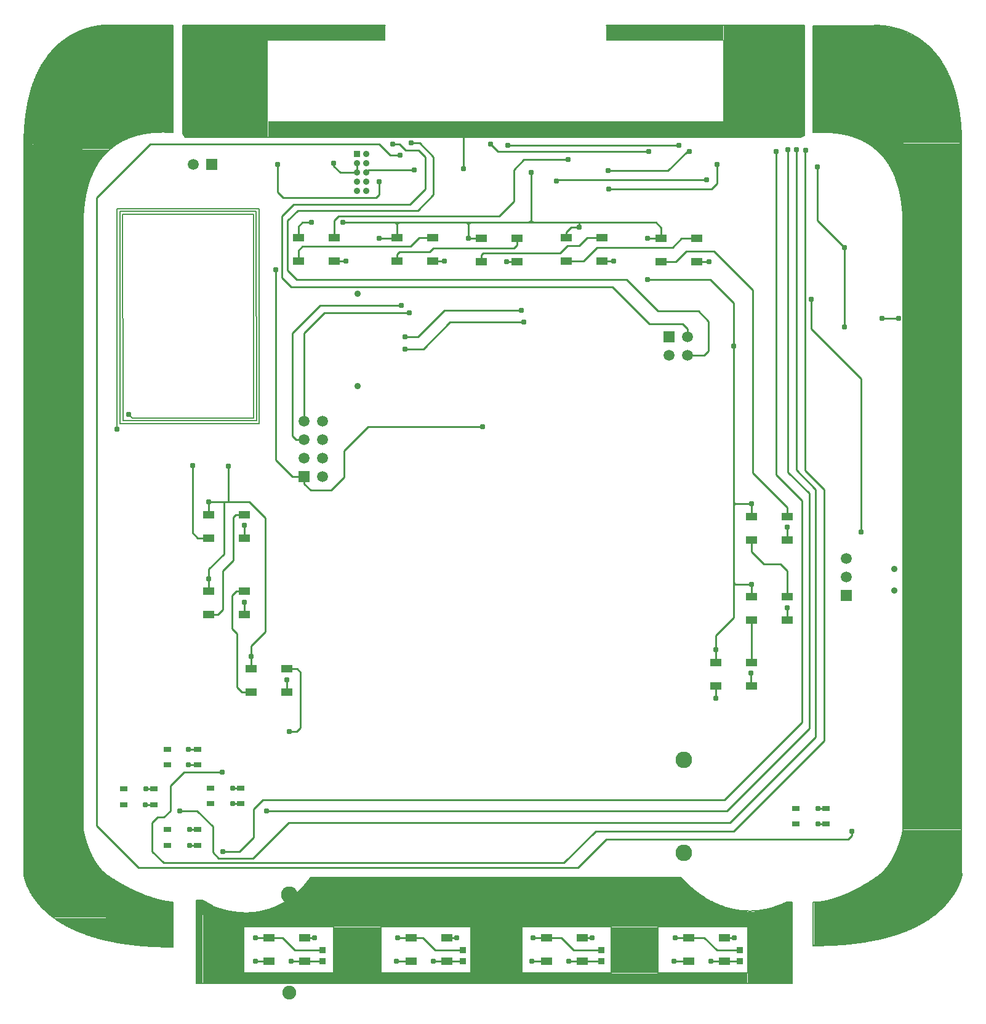
<source format=gtl>
G04 Layer_Physical_Order=1*
G04 Layer_Color=255*
%FSLAX25Y25*%
%MOIN*%
G70*
G01*
G75*
%ADD10C,0.00600*%
%ADD11R,0.05906X0.03937*%
%ADD12R,0.04134X0.02559*%
%ADD13R,0.03500X0.03500*%
%ADD14C,0.01000*%
%ADD15C,0.00800*%
%ADD16R,1.09500X0.08000*%
%ADD17R,0.45000X0.52500*%
%ADD18R,2.46500X0.09000*%
%ADD19R,0.41855X0.52514*%
%ADD20R,0.21000X0.39000*%
%ADD21R,0.05830X0.36112*%
%ADD22R,0.22437X0.38201*%
%ADD23R,0.03501X0.37546*%
%ADD24R,2.72777X0.05671*%
%ADD25R,2.00847X0.26513*%
%ADD26R,0.25219X0.25000*%
%ADD27R,0.27859X0.27171*%
%ADD28R,0.25666X0.25671*%
%ADD29R,0.02427X0.57635*%
%ADD30R,0.41500X0.12135*%
%ADD31R,0.63489X0.08000*%
%ADD32R,0.68304X0.40000*%
%ADD33R,0.31944X3.65051*%
%ADD34R,0.30282X0.58000*%
%ADD35R,0.31647X3.71680*%
%ADD36R,0.48617X0.00736*%
%ADD37R,0.05500X0.13500*%
%ADD38R,0.31757X0.24500*%
%ADD39R,0.28000X0.23500*%
%ADD40R,0.15500X0.26500*%
%ADD41R,0.11053X0.23035*%
%ADD42R,0.32279X0.24334*%
%ADD43R,0.21000X0.07500*%
%ADD44R,0.41500X0.11000*%
%ADD45R,0.31757X0.06743*%
%ADD46R,0.33304X0.18634*%
%ADD47R,0.03501X0.07593*%
%ADD48R,0.03330X0.09098*%
%ADD49R,0.05906X0.05906*%
%ADD50C,0.05906*%
%ADD51C,0.03543*%
%ADD52R,0.05906X0.05906*%
%ADD53C,0.07500*%
%ADD54C,0.09000*%
%ADD55C,0.03600*%
%ADD56R,0.03600X0.03600*%
%ADD57C,0.03100*%
G36*
X260719Y170738D02*
X260653Y170671D01*
X224723D01*
Y177987D01*
X224937Y178201D01*
X235000Y179000D01*
X235500Y179500D01*
X237000D01*
X237512Y180012D01*
X239012D01*
X239500Y180500D01*
X240000D01*
Y180439D01*
X240897Y181013D01*
X242419Y181657D01*
X243068D01*
X244178Y182766D01*
X245121D01*
X246127Y183772D01*
X246822D01*
X248318Y185268D01*
X249091D01*
X250788Y186965D01*
X251485D01*
X254521Y190000D01*
X255000D01*
Y190381D01*
X257324Y192705D01*
Y192920D01*
X258808Y194403D01*
Y194918D01*
X260719Y196829D01*
Y170738D01*
D02*
G37*
G36*
X518705Y178500D02*
X500677D01*
X501592Y179415D01*
X504840D01*
X505283Y179858D01*
X507295D01*
X507939Y180502D01*
X509973D01*
X510328Y180856D01*
X518705Y184098D01*
Y178500D01*
D02*
G37*
G36*
X581908Y218908D02*
X582500Y218000D01*
X584908Y205908D01*
X585500Y198504D01*
Y199000D01*
X613716Y199339D01*
Y199126D01*
X613426Y198835D01*
Y196912D01*
X612676Y196162D01*
Y194823D01*
X612200Y194347D01*
Y193439D01*
X611296Y192536D01*
Y191484D01*
X610107Y190295D01*
Y189389D01*
X609066Y188348D01*
Y187594D01*
X607167Y185695D01*
Y185098D01*
X603701Y181632D01*
Y181379D01*
X603532D01*
X599878Y177726D01*
X599572D01*
X598987Y177141D01*
X598723D01*
X597560Y175978D01*
X597107D01*
X595957Y174829D01*
X595383D01*
X594363Y173809D01*
X593811D01*
X592918Y172916D01*
X592280D01*
X591402Y172038D01*
X590478D01*
X589195Y170755D01*
X588123D01*
X587705Y170336D01*
X587598Y170443D01*
X587612Y170244D01*
X581000Y167476D01*
X580343D01*
X579611Y166744D01*
X577935D01*
X577062Y165871D01*
X575622D01*
X575000Y165249D01*
X573131D01*
X572538Y164656D01*
X570860D01*
X570190Y163986D01*
X568399D01*
X568082Y163669D01*
X566951D01*
X566450Y163168D01*
X564061D01*
X563507Y162615D01*
X560498D01*
X559999Y162116D01*
X557223D01*
X556647Y161539D01*
X552655D01*
X552136Y161020D01*
X548358D01*
Y161016D01*
X547797D01*
X547659Y160879D01*
X547522Y161016D01*
X546657D01*
X546527Y160886D01*
X546449Y160965D01*
X544500D01*
X537459Y184253D01*
X538173Y184365D01*
X541516Y184883D01*
X542043Y185410D01*
X543346D01*
X543788Y185852D01*
X544779D01*
X545315Y186388D01*
X546631D01*
Y186559D01*
X546960D01*
X547238Y186838D01*
X547486Y186590D01*
X548359Y187463D01*
X549516D01*
X550218Y188164D01*
X551371D01*
X552157Y188951D01*
X553135D01*
X554324Y190140D01*
X555444D01*
X556447Y191143D01*
X557383D01*
X558487Y192247D01*
X559395D01*
X560817Y193669D01*
X561832D01*
X563171Y195009D01*
X563997D01*
X565453Y196464D01*
X566105D01*
X567741Y198100D01*
X568448D01*
X569919Y199571D01*
X570049D01*
X571524Y201046D01*
Y201170D01*
X573112Y202757D01*
Y203165D01*
X574425Y204478D01*
Y205166D01*
X575749Y206490D01*
Y207254D01*
X576881Y208386D01*
Y209190D01*
X577780Y210089D01*
Y211143D01*
X578598Y211962D01*
Y213369D01*
X579523Y214294D01*
Y215701D01*
X579881Y216059D01*
X580785Y219043D01*
X581772D01*
X581908Y218908D01*
D02*
G37*
G36*
X491500Y356146D02*
X490000Y354292D01*
Y358292D01*
X491500Y356146D01*
D02*
G37*
G36*
X136527Y221473D02*
X138089D01*
Y219379D01*
X139000Y218468D01*
Y217173D01*
X139681Y216492D01*
Y215290D01*
X140293Y214678D01*
Y213379D01*
X141113Y212559D01*
Y211581D01*
X141688Y211006D01*
Y210231D01*
X142470Y209450D01*
Y208782D01*
X143185Y208067D01*
Y207302D01*
X144061Y206426D01*
Y205966D01*
X144689Y205338D01*
Y204949D01*
X145583Y204055D01*
Y203747D01*
X146443Y202887D01*
Y202677D01*
X146945Y202176D01*
Y202138D01*
X147516Y201567D01*
Y201457D01*
X149780Y199193D01*
X149924D01*
Y198076D01*
X149500Y198500D01*
X134500D01*
X136500Y221500D01*
X136527Y221473D01*
D02*
G37*
G36*
X543402Y160707D02*
X543179Y160485D01*
X533236D01*
X533216Y160465D01*
X533448Y160965D01*
X543144D01*
X543402Y160707D01*
D02*
G37*
G36*
X152090Y197359D02*
X152833D01*
X153952Y196241D01*
X154688D01*
X155995Y194934D01*
X156762D01*
X157499Y194196D01*
X157849D01*
X158552Y193493D01*
X159086D01*
X159971Y192607D01*
X160698D01*
X161325Y191981D01*
X162161D01*
X162947Y191195D01*
X163798D01*
X164705Y190288D01*
X165306D01*
X165561Y190032D01*
X165728D01*
X165977Y189782D01*
X166363D01*
X166684Y189461D01*
X167072D01*
X167380Y189153D01*
X167769D01*
X168210Y188712D01*
X168988D01*
X169535Y188165D01*
X170313D01*
X170934Y187545D01*
X171903D01*
X172457Y186991D01*
X173717D01*
X174388Y186320D01*
X175514D01*
X176000Y185835D01*
X177552D01*
X178139Y185249D01*
X179649D01*
X180068Y184829D01*
X181196D01*
X181503Y184522D01*
X182955D01*
X183202Y184275D01*
X184947D01*
X185124Y184098D01*
X186196D01*
Y159916D01*
X186073Y159792D01*
X168186Y160597D01*
X168101Y160682D01*
X166277D01*
X165999Y160959D01*
X165367D01*
X165301Y160894D01*
X165170Y161025D01*
X163196D01*
X162914Y161307D01*
X161023D01*
X160715Y161614D01*
X158905D01*
X158573Y161947D01*
X157268D01*
X157092Y162123D01*
X155833D01*
X155463Y162492D01*
X153851D01*
X153358Y162986D01*
X151450D01*
X151030Y163406D01*
X150094D01*
X150000Y163500D01*
X165236D01*
Y190000D01*
X150000D01*
Y199000D01*
X150449D01*
X152090Y197359D01*
D02*
G37*
G36*
X122000Y175500D02*
X150000D01*
Y163475D01*
X149169D01*
X148684Y163961D01*
X147332D01*
X146865Y164427D01*
X145275D01*
X144665Y165038D01*
X143183D01*
X142412Y165809D01*
X140859D01*
X140323Y166344D01*
X139306D01*
X138754Y166896D01*
X137799D01*
X137232Y167463D01*
X136339D01*
X135560Y168243D01*
X134463D01*
X133761Y168945D01*
X132768D01*
X131840Y169872D01*
X130947D01*
X130314Y170505D01*
X129707D01*
X129063Y171149D01*
X128509D01*
X127635Y172022D01*
X126824D01*
X125710Y173136D01*
X125158D01*
X124423Y173871D01*
X123981D01*
X123123Y174729D01*
X122867D01*
X122290Y175305D01*
X122173D01*
Y175327D01*
X122000Y175500D01*
X121615Y175885D01*
X121117D01*
X118773Y178229D01*
X118467D01*
Y178249D01*
X113323Y183393D01*
Y183609D01*
X112355Y184578D01*
Y184894D01*
X111352Y185897D01*
Y186160D01*
X110743Y186769D01*
Y187065D01*
X109914Y187894D01*
Y188565D01*
X109181Y189298D01*
Y189856D01*
X108391Y190646D01*
Y191340D01*
X107651Y192079D01*
Y193059D01*
X107140Y193570D01*
Y194244D01*
X106583Y194800D01*
Y195919D01*
X106096Y196407D01*
Y197912D01*
X105743Y198265D01*
Y199000D01*
X122000D01*
Y175500D01*
D02*
G37*
G36*
X207549Y182000D02*
X207839D01*
X208517Y181322D01*
X209474D01*
X210041Y180755D01*
X211453D01*
X212075Y180132D01*
X213537D01*
X214066Y179603D01*
X215728D01*
X216148Y179183D01*
X217312D01*
X217669Y178825D01*
X218856D01*
X219198Y178483D01*
X222380D01*
X222538Y178325D01*
X221760Y177546D01*
X202386D01*
Y185139D01*
X207549Y182000D01*
D02*
G37*
G36*
X464136Y194661D02*
Y194613D01*
X464249D01*
X468361Y190500D01*
X469163D01*
X471265Y188399D01*
X471954D01*
X473373Y186980D01*
X474054D01*
X475210Y185824D01*
X475947D01*
X477227Y184543D01*
X478286D01*
X479402Y183427D01*
X480637D01*
X481668Y182397D01*
X483123D01*
X483827Y181692D01*
X485170D01*
X486054Y180808D01*
X487669D01*
X488146Y180331D01*
X488824D01*
X497500Y179000D01*
X497636Y178864D01*
Y170671D01*
X460829D01*
X460000Y171500D01*
X461000Y172500D01*
Y197292D01*
X461505D01*
X464136Y194661D01*
D02*
G37*
G36*
X491500Y399500D02*
X490000Y397646D01*
Y401646D01*
X491500Y399500D01*
D02*
G37*
G36*
X121000Y634000D02*
Y621500D01*
X117979Y602521D01*
X110500Y594000D01*
X105743D01*
Y595167D01*
X105764Y596981D01*
X105829Y597045D01*
Y600219D01*
X106017Y600407D01*
Y604664D01*
X106471Y605118D01*
Y608523D01*
X106722Y608774D01*
Y611029D01*
X107245Y611552D01*
Y614069D01*
X107589Y614413D01*
Y616358D01*
X108266Y617035D01*
Y619190D01*
X108695Y619619D01*
Y621270D01*
X109271Y621846D01*
Y623075D01*
X109891Y623695D01*
Y625118D01*
X110552Y625779D01*
Y627081D01*
X111109Y627639D01*
Y628595D01*
X111741Y629227D01*
Y630039D01*
X112142Y630441D01*
Y631258D01*
X112764Y631880D01*
Y632386D01*
X113407Y633029D01*
Y633949D01*
X114296Y634838D01*
Y635451D01*
X115219Y636374D01*
Y636922D01*
X115455Y637158D01*
Y637527D01*
X116357Y638429D01*
Y638968D01*
X116972Y639583D01*
Y639891D01*
X117979Y640898D01*
X121000Y634000D01*
D02*
G37*
G36*
X172842Y600342D02*
X170803D01*
X170188Y599727D01*
X168624D01*
X168148Y599252D01*
X166650D01*
X166065Y598666D01*
X164655D01*
X164101Y598112D01*
X163053D01*
X162360Y597420D01*
X161243D01*
X160608Y596785D01*
X159789D01*
X158977Y595973D01*
X158435D01*
X157761Y595299D01*
X157226D01*
X156324Y594398D01*
X155720D01*
X154099Y592777D01*
X153730D01*
Y592730D01*
X152500Y591500D01*
X152000D01*
X150500Y590000D01*
Y589932D01*
X148568Y588000D01*
X148500D01*
Y587420D01*
X146707Y585627D01*
Y585041D01*
X144979Y583313D01*
Y582491D01*
X143857Y581370D01*
Y580300D01*
X142943Y579386D01*
Y578780D01*
X142594Y578431D01*
Y578215D01*
X141785D01*
X141500Y578500D01*
X142500Y591500D01*
X152000D01*
Y601000D01*
X173500D01*
X172842Y600342D01*
D02*
G37*
G36*
X528427Y599000D02*
X527500Y598629D01*
X526344Y597986D01*
X526000Y601000D01*
X528427D01*
Y599000D01*
D02*
G37*
G36*
X153507Y658812D02*
X153500Y641000D01*
X153310Y641190D01*
X117979D01*
Y641456D01*
X119600Y643078D01*
Y643401D01*
X121071Y644872D01*
Y645068D01*
X122231Y646228D01*
X123719Y647745D01*
X123859D01*
X125867Y649753D01*
X126253D01*
X127500Y651000D01*
X128000D01*
X129500Y652500D01*
X130500D01*
X132000Y654000D01*
X133000D01*
X134000Y655000D01*
X134818D01*
X135318Y655500D01*
X136290D01*
X136653Y655863D01*
X139906Y656999D01*
X140499D01*
X141120Y657620D01*
X143120D01*
X143500Y658000D01*
X145000D01*
X145539Y658539D01*
X147995D01*
X148227Y658770D01*
X150343D01*
X150423Y658850D01*
X153469D01*
X153507Y658812D01*
D02*
G37*
G36*
X193431Y650931D02*
Y600069D01*
X193500Y600000D01*
X193000Y599500D01*
Y598005D01*
X191854Y600069D01*
X192000Y651000D01*
X193500D01*
X193431Y650931D01*
D02*
G37*
G36*
X346500Y550500D02*
X344646Y552000D01*
X348646D01*
X346500Y550500D01*
D02*
G37*
G36*
X307854D02*
X306000Y552000D01*
X310000D01*
X307854Y550500D01*
D02*
G37*
G36*
X382354Y552000D02*
X378354D01*
X380500Y553500D01*
X382354Y552000D01*
D02*
G37*
G36*
X567957Y658568D02*
X569578D01*
X569625Y658522D01*
X570796D01*
X571134Y658184D01*
X573844D01*
X574528Y657500D01*
X577000D01*
X577500Y657000D01*
X579000D01*
X579500Y656500D01*
X580382D01*
X580882Y656000D01*
X581965D01*
X582465Y655500D01*
X583486D01*
X584486Y654500D01*
X585536D01*
X586536Y653500D01*
X587500D01*
X588000Y653000D01*
X588500D01*
X589500Y652000D01*
X590000D01*
X591000Y651000D01*
X591500D01*
X593000Y649500D01*
X593500D01*
X595458Y647542D01*
Y647536D01*
X595499D01*
X596978Y646057D01*
Y645975D01*
X598736Y644217D01*
Y643969D01*
X600119Y642586D01*
Y642358D01*
X600893Y641584D01*
Y641318D01*
X601654Y640557D01*
Y640115D01*
X602584Y639185D01*
Y638677D01*
X603786Y637476D01*
Y636697D01*
X604770Y635713D01*
Y634935D01*
X605661Y634043D01*
Y633383D01*
X606307Y632737D01*
Y631752D01*
X606931Y631128D01*
Y630307D01*
X607730Y629509D01*
Y628383D01*
X608555Y627558D01*
Y626055D01*
X609221Y625389D01*
Y624291D01*
X609725Y623788D01*
Y622305D01*
X610259Y621771D01*
Y620163D01*
X611019Y619403D01*
Y616933D01*
X611506Y616446D01*
Y614521D01*
X612106Y613922D01*
Y611430D01*
X612473Y611062D01*
Y607896D01*
X612897Y607471D01*
Y603499D01*
X613312Y603084D01*
Y598147D01*
X613482Y597977D01*
Y595013D01*
X582128D01*
X583000Y557500D01*
X581678D01*
X581451Y557727D01*
Y560138D01*
X581119Y560469D01*
Y563401D01*
X580758Y563762D01*
Y565756D01*
X580330Y566185D01*
Y568009D01*
X579923Y568416D01*
Y569809D01*
X579377Y570355D01*
Y571880D01*
X578665Y572592D01*
Y574384D01*
X577876Y575173D01*
Y576220D01*
X577267Y576828D01*
Y577976D01*
X576579Y578664D01*
Y579270D01*
X575945Y579905D01*
Y580619D01*
X575039Y581524D01*
Y582237D01*
X574290Y582987D01*
Y583451D01*
X573139Y584602D01*
Y585188D01*
X571076Y587250D01*
Y587694D01*
X569723Y589047D01*
Y589277D01*
X568500Y590500D01*
X568000D01*
X565839Y592661D01*
X565422D01*
X563801Y594282D01*
X563197D01*
X562296Y595184D01*
X561760D01*
X561087Y595857D01*
X560545D01*
X559993Y596410D01*
X559173D01*
X557735Y597304D01*
X556710Y597501D01*
X555927Y598284D01*
X554582D01*
X554067Y598799D01*
X552619D01*
X552079Y599339D01*
X550552D01*
X550116Y599774D01*
X548533D01*
X548192Y600115D01*
X546251D01*
X546000Y600366D01*
Y601500D01*
X568956D01*
X563000Y604500D01*
Y658000D01*
X563542Y658542D01*
X567895D01*
X567939Y658586D01*
X567957Y658568D01*
D02*
G37*
G36*
X142500Y577433D02*
X141528Y576461D01*
Y574962D01*
X140750Y574184D01*
Y572601D01*
X140241Y572092D01*
Y571093D01*
X139685Y570537D01*
Y568905D01*
X139349Y568569D01*
Y567390D01*
X138899Y566940D01*
Y564357D01*
X138515Y563974D01*
Y562567D01*
X138155Y562207D01*
Y558751D01*
X137895Y558490D01*
Y557247D01*
X136753D01*
X135500Y558500D01*
X137000Y578000D01*
X142500D01*
Y577433D01*
D02*
G37*
D10*
X137688Y551100D02*
G03*
X137687Y550770I107291J-329D01*
G01*
X505128Y179702D02*
G03*
X506041Y179858I-6790J42684D01*
G01*
X504132Y179556D02*
G03*
X505128Y179702I-5724J42389D01*
G01*
X502965Y179415D02*
G03*
X504132Y179556I-4500J42101D01*
G01*
X501459Y179281D02*
G03*
X502965Y179415I-2948J41805D01*
G01*
X498680Y179179D02*
G03*
X501459Y179281I-139J41454D01*
G01*
X493682Y179466D02*
G03*
X498680Y179179I4864J41070D01*
G01*
X492080Y179687D02*
G03*
X493682Y179466I6529J41418D01*
G01*
X490822Y179904D02*
G03*
X492080Y179687I7857J41649D01*
G01*
X489739Y180123D02*
G03*
X490822Y179904I9025J41881D01*
G01*
X488824Y180331D02*
G03*
X489739Y180123I10035J42115D01*
G01*
X487921Y180556D02*
G03*
X488824Y180331I11044J42337D01*
G01*
X487105Y180777D02*
G03*
X487921Y180556I11981J42575D01*
G01*
X470641Y189022D02*
G03*
X471500Y188399I34600J46780D01*
G01*
X469464Y189916D02*
G03*
X470641Y189022I36142J46379D01*
G01*
X466502Y192383D02*
G03*
X469464Y189916I39338J44214D01*
G01*
X255347Y190679D02*
G03*
X256482Y191862I-32361J32173D01*
G01*
X252994Y188474D02*
G03*
X255347Y190679I-30056J34422D01*
G01*
X252001Y187631D02*
G03*
X252994Y188474I-28669J34818D01*
G01*
X251171Y186965D02*
G03*
X252001Y187631I-27544J35126D01*
G01*
X250396Y186371D02*
G03*
X251171Y186965I-26494J35369D01*
G01*
X249639Y185816D02*
G03*
X250396Y186371I-25473J35570D01*
G01*
X248855Y185268D02*
G03*
X249639Y185816I-24428J35755D01*
G01*
X248096Y184761D02*
G03*
X248855Y185268I-23418J35896D01*
G01*
X247312Y184262D02*
G03*
X248096Y184761I-22399J36034D01*
G01*
X246504Y183772D02*
G03*
X247312Y184262I-21366J36162D01*
G01*
X245617Y183262D02*
G03*
X246504Y183772I-20260J36302D01*
G01*
X244702Y182766D02*
G03*
X245617Y183262I-19139J36429D01*
G01*
X243639Y182228D02*
G03*
X244702Y182766I-17882J36595D01*
G01*
X242419Y181657D02*
G03*
X243639Y182228I-16476J36786D01*
G01*
X240897Y181013D02*
G03*
X242419Y181657I-14785J37052D01*
G01*
X238086Y180012D02*
G03*
X240897Y181013I-11814J37649D01*
G01*
X233285Y178832D02*
G03*
X238086Y180012I-6981J38743D01*
G01*
X231815Y178595D02*
G03*
X233285Y178832I-5612J39507D01*
G01*
X230628Y178444D02*
G03*
X231815Y178595I-4483J40069D01*
G01*
X229579Y178340D02*
G03*
X230628Y178444I-3482J40603D01*
G01*
X228677Y178273D02*
G03*
X229579Y178340I-2618J41108D01*
G01*
X227845Y178228D02*
G03*
X228677Y178273I-1815J41590D01*
G01*
X227088Y178202D02*
G03*
X227845Y178228I-1077J42059D01*
G01*
X505128Y179702D02*
G03*
X506041Y179858I-6790J42684D01*
G01*
X504132Y179556D02*
G03*
X505128Y179702I-5724J42389D01*
G01*
X502965Y179415D02*
G03*
X504132Y179556I-4500J42101D01*
G01*
X501459Y179281D02*
G03*
X502965Y179415I-2948J41805D01*
G01*
X498680Y179179D02*
G03*
X501459Y179281I-139J41454D01*
G01*
X493682Y179466D02*
G03*
X498680Y179179I4864J41070D01*
G01*
X492080Y179687D02*
G03*
X493682Y179466I6529J41418D01*
G01*
X490822Y179904D02*
G03*
X492080Y179687I7857J41649D01*
G01*
X489739Y180123D02*
G03*
X490822Y179904I9025J41881D01*
G01*
X488824Y180331D02*
G03*
X489739Y180123I10035J42115D01*
G01*
X487921Y180556D02*
G03*
X488824Y180331I11044J42337D01*
G01*
X487105Y180777D02*
G03*
X487921Y180556I11981J42575D01*
G01*
X470641Y189022D02*
G03*
X471500Y188399I34600J46780D01*
G01*
X469464Y189916D02*
G03*
X470641Y189022I36142J46379D01*
G01*
X466502Y192383D02*
G03*
X469464Y189916I39338J44214D01*
G01*
X255347Y190679D02*
G03*
X256482Y191862I-32361J32173D01*
G01*
X252994Y188474D02*
G03*
X255347Y190679I-30056J34422D01*
G01*
X252001Y187631D02*
G03*
X252994Y188474I-28669J34818D01*
G01*
X251171Y186965D02*
G03*
X252001Y187631I-27544J35126D01*
G01*
X250396Y186371D02*
G03*
X251171Y186965I-26494J35369D01*
G01*
X249639Y185816D02*
G03*
X250396Y186371I-25473J35570D01*
G01*
X248855Y185268D02*
G03*
X249639Y185816I-24428J35755D01*
G01*
X248096Y184761D02*
G03*
X248855Y185268I-23418J35896D01*
G01*
X247312Y184262D02*
G03*
X248096Y184761I-22399J36034D01*
G01*
X246504Y183772D02*
G03*
X247312Y184262I-21366J36162D01*
G01*
X245617Y183262D02*
G03*
X246504Y183772I-20260J36302D01*
G01*
X244702Y182766D02*
G03*
X245617Y183262I-19139J36429D01*
G01*
X243639Y182228D02*
G03*
X244702Y182766I-17882J36595D01*
G01*
X242419Y181657D02*
G03*
X243639Y182228I-16476J36786D01*
G01*
X240897Y181013D02*
G03*
X242419Y181657I-14785J37052D01*
G01*
X238086Y180012D02*
G03*
X240897Y181013I-11814J37649D01*
G01*
X233285Y178832D02*
G03*
X238086Y180012I-6981J38743D01*
G01*
X231815Y178595D02*
G03*
X233285Y178832I-5612J39507D01*
G01*
X230628Y178444D02*
G03*
X231815Y178595I-4483J40069D01*
G01*
X229579Y178340D02*
G03*
X230628Y178444I-3482J40603D01*
G01*
X228677Y178273D02*
G03*
X229579Y178340I-2618J41108D01*
G01*
X227845Y178228D02*
G03*
X228677Y178273I-1815J41590D01*
G01*
X227088Y178202D02*
G03*
X227845Y178228I-1077J42059D01*
G01*
X158715Y595973D02*
G03*
X158105Y595643I16849J-31879D01*
G01*
X158105Y595643D02*
G03*
X157498Y595299I17278J-31224D01*
G01*
D02*
G03*
X156827Y594900I17706J-30571D01*
G01*
Y594900D02*
G03*
X156026Y594398I18188J-29860D01*
G01*
Y594398D02*
G03*
X155100Y593778I18791J-29054D01*
G01*
D02*
G03*
X153730Y592777I19510J-28136D01*
G01*
X153730Y592777D02*
G03*
X149798Y589230I20759J-26974D01*
G01*
Y589230D02*
G03*
X149027Y588391I25113J-23838D01*
G01*
X149027D02*
G03*
X148445Y587719I26160J-23244D01*
G01*
Y587719D02*
G03*
X147930Y587094I27026J-22813D01*
G01*
D02*
G03*
X147479Y586523I27842J-22430D01*
G01*
D02*
G03*
X147090Y586010I28597J-22094D01*
G01*
X147090D02*
G03*
X146707Y585486I29304J-21818D01*
G01*
X138801Y218667D02*
G03*
X139349Y216823I58285J16327D01*
G01*
X137687Y221953D02*
G03*
X186304Y184098I43236J5381D01*
G01*
X561416Y595528D02*
G03*
X560807Y595857I-17459J-31550D01*
G01*
X562023Y595184D02*
G03*
X561416Y595528I-17886J-30880D01*
G01*
X562695Y594785D02*
G03*
X562023Y595184I-18378J-30172D01*
G01*
X563495Y594282D02*
G03*
X562695Y594785I-18988J-29358D01*
G01*
X564421Y593662D02*
G03*
X563495Y594282I-19717J-28433D01*
G01*
X565791Y592661D02*
G03*
X564421Y593662I-20880J-27135D01*
G01*
X569723Y589115D02*
G03*
X565791Y592661I-24691J-23428D01*
G01*
X570494Y588276D02*
G03*
X569723Y589115I-25884J-22999D01*
G01*
X571076Y587604D02*
G03*
X570494Y588276I-26741J-22572D01*
G01*
X571592Y586979D02*
G03*
X571076Y587604I-27541J-22188D01*
G01*
X572042Y586408D02*
G03*
X571592Y586979I-28293J-21859D01*
G01*
X572431Y585895D02*
G03*
X572042Y586408I-28986J-21581D01*
G01*
X572815Y585371D02*
G03*
X572431Y585895I-29687J-21294D01*
G01*
X579973Y216151D02*
G03*
X580705Y218521I-54286J18071D01*
G01*
X533218Y183983D02*
G03*
X581834Y221838I5381J43236D01*
G01*
X598736Y644147D02*
G03*
X598200Y644753I-33327J-28900D01*
G01*
D02*
G03*
X597591Y645416I-32428J-29179D01*
G01*
Y645416D02*
G03*
X596978Y646057I-31478J-29522D01*
G01*
X596978Y646057D02*
G03*
X596290Y646744I-30550J-29855D01*
G01*
D02*
G03*
X595458Y647536I-29553J-30226D01*
G01*
X595458D02*
G03*
X594479Y648414I-28424J-30696D01*
G01*
X594479D02*
G03*
X585866Y654170I-26860J-30871D01*
G01*
X585866Y654170D02*
G03*
X583899Y655087I-18469J-37066D01*
G01*
X583899D02*
G03*
X582174Y655791I-16676J-38381D01*
G01*
D02*
G03*
X580486Y656396I-15105J-39492D01*
G01*
Y656396D02*
G03*
X574013Y658015I-13651J-40830D01*
G01*
X574013D02*
G03*
X572928Y658184I-7126J-42127D01*
G01*
X147108Y658539D02*
G03*
X146316Y658431I5352J-42464D01*
G01*
Y658431D02*
G03*
X142160Y657620I6245J-43019D01*
G01*
Y657620D02*
G03*
X139906Y656999I10346J-41996D01*
G01*
X139906D02*
G03*
X138232Y656452I12468J-40940D01*
G01*
X138232D02*
G03*
X136653Y655863I13998J-39979D01*
G01*
Y655863D02*
G03*
X134975Y655157I15415J-38984D01*
G01*
X134975D02*
G03*
X126092Y649753I16716J-37480D01*
G01*
X126092D02*
G03*
X124743Y648630I25868J-32414D01*
G01*
D02*
G03*
X123759Y647745I27496J-31611D01*
G01*
D02*
G03*
X122923Y646949I28776J-31047D01*
G01*
X122923D02*
G03*
X122231Y646257I29922J-30566D01*
G01*
D02*
G03*
X121615Y645611I30927J-30181D01*
G01*
D02*
G03*
X121071Y645020I31865J-29836D01*
G01*
X121071Y645020D02*
G03*
X120532Y644412I32748J-29551D01*
G01*
X506041Y179858D02*
G03*
X506868Y180016I-7785J42980D01*
G01*
X506041Y179858D02*
G03*
X506868Y180016I-7785J42980D01*
G01*
X226321Y178190D02*
G03*
X227088Y178202I-322J42532D01*
G01*
X226321Y178190D02*
G03*
X227088Y178202I-322J42532D01*
G01*
X518206Y183856D02*
X518705Y184098D01*
X517807Y183668D02*
X518206Y183856D01*
X517410Y183484D02*
X517807Y183668D01*
X517014Y183305D02*
X517410Y183484D01*
X516519Y183087D02*
X517014Y183305D01*
X516026Y182875D02*
X516519Y183087D01*
X515535Y182669D02*
X516026Y182875D01*
X515045Y182471D02*
X515535Y182669D01*
X514557Y182279D02*
X515045Y182471D01*
X514070Y182093D02*
X514557Y182279D01*
X513585Y181913D02*
X514070Y182093D01*
X513102Y181740D02*
X513585Y181913D01*
X512619Y181573D02*
X513102Y181740D01*
X512043Y181381D02*
X512619Y181573D01*
X511469Y181197D02*
X512043Y181381D01*
X510897Y181023D02*
X511469Y181197D01*
X510328Y180856D02*
X510897Y181023D01*
X509666Y180673D02*
X510328Y180856D01*
X509008Y180502D02*
X509666Y180673D01*
X508353Y180341D02*
X509008Y180502D01*
X507609Y180171D02*
X508353Y180341D01*
X486372Y180990D02*
X487105Y180777D01*
X485648Y181214D02*
X486372Y180990D01*
X484933Y181448D02*
X485648Y181214D01*
X484227Y181692D02*
X484933Y181448D01*
X483599Y181920D02*
X484227Y181692D01*
X482979Y182155D02*
X483599Y181920D01*
X482367Y182397D02*
X482979Y182155D01*
X481762Y182645D02*
X482367Y182397D01*
X481165Y182900D02*
X481762Y182645D01*
X480575Y183161D02*
X481165Y182900D01*
X479993Y183427D02*
X480575Y183161D01*
X479420Y183699D02*
X479993Y183427D01*
X478854Y183976D02*
X479420Y183699D01*
X478296Y184257D02*
X478854Y183976D01*
X477746Y184543D02*
X478296Y184257D01*
X477204Y184833D02*
X477746Y184543D01*
X476611Y185159D02*
X477204Y184833D01*
X476029Y185490D02*
X476611Y185159D01*
X475457Y185824D02*
X476029Y185490D01*
X474839Y186195D02*
X475457Y185824D01*
X474234Y186569D02*
X474839Y186195D01*
X473589Y186980D02*
X474234Y186569D01*
X472959Y187394D02*
X473589Y186980D01*
X472243Y187878D02*
X472959Y187394D01*
X471500Y188399D02*
X472243Y187878D01*
X466022Y192815D02*
X466502Y192383D01*
X465662Y193145D02*
X466022Y192815D01*
X465379Y193409D02*
X465662Y193145D01*
X465135Y193640D02*
X465379Y193409D01*
X464928Y193837D02*
X465135Y193640D01*
X464727Y194031D02*
X464928Y193837D01*
X464560Y194193D02*
X464727Y194031D01*
X464397Y194353D02*
X464560Y194193D01*
X464265Y194484D02*
X464397Y194353D01*
X464136Y194613D02*
X464265Y194484D01*
X464010Y194739D02*
X464136Y194613D01*
X463887Y194863D02*
X464010Y194739D01*
X463791Y194960D02*
X463887Y194863D01*
X463697Y195056D02*
X463791Y194960D01*
X463605Y195150D02*
X463697Y195056D01*
X463516Y195243D02*
X463605Y195150D01*
X463428Y195334D02*
X463516Y195243D01*
X463363Y195401D02*
X463428Y195334D01*
X463300Y195467D02*
X463363Y195401D01*
X463238Y195533D02*
X463300Y195467D01*
X463177Y195597D02*
X463238Y195533D01*
X463117Y195660D02*
X463177Y195597D01*
X463059Y195723D02*
X463117Y195660D01*
X463001Y195784D02*
X463059Y195723D01*
X462945Y195844D02*
X463001Y195784D01*
X462890Y195903D02*
X462945Y195844D01*
X462836Y195961D02*
X462890Y195903D01*
X462783Y196019D02*
X462836Y195961D01*
X462749Y196056D02*
X462783Y196019D01*
X462715Y196093D02*
X462749Y196056D01*
X462681Y196129D02*
X462715Y196093D01*
X462648Y196165D02*
X462681Y196129D01*
X462616Y196201D02*
X462648Y196165D01*
X462584Y196236D02*
X462616Y196201D01*
X462553Y196270D02*
X462584Y196236D01*
X462522Y196304D02*
X462553Y196270D01*
X462492Y196338D02*
X462522Y196304D01*
X462462Y196371D02*
X462492Y196338D01*
X462433Y196403D02*
X462462Y196371D01*
X462404Y196435D02*
X462433Y196403D01*
X462376Y196467D02*
X462404Y196435D01*
X462348Y196497D02*
X462376Y196467D01*
X462321Y196528D02*
X462348Y196497D01*
X462295Y196558D02*
X462321Y196528D01*
X462269Y196587D02*
X462295Y196558D01*
X462243Y196616D02*
X462269Y196587D01*
X462218Y196644D02*
X462243Y196616D01*
X462194Y196672D02*
X462218Y196644D01*
X462170Y196699D02*
X462194Y196672D01*
X462147Y196725D02*
X462170Y196699D01*
X462124Y196751D02*
X462147Y196725D01*
X462102Y196777D02*
X462124Y196751D01*
X462080Y196802D02*
X462102Y196777D01*
X462069Y196814D02*
X462080Y196802D01*
X462059Y196826D02*
X462069Y196814D01*
X462049Y196838D02*
X462059Y196826D01*
X462038Y196850D02*
X462049Y196838D01*
X462028Y196861D02*
X462038Y196850D01*
X462018Y196873D02*
X462028Y196861D01*
X462008Y196884D02*
X462018Y196873D01*
X461999Y196895D02*
X462008Y196884D01*
X461989Y196906D02*
X461999Y196895D01*
X461980Y196917D02*
X461989Y196906D01*
X461971Y196928D02*
X461980Y196917D01*
X461961Y196939D02*
X461971Y196928D01*
X461952Y196949D02*
X461961Y196939D01*
X461944Y196960D02*
X461952Y196949D01*
X461935Y196970D02*
X461944Y196960D01*
X461926Y196980D02*
X461935Y196970D01*
X461918Y196990D02*
X461926Y196980D01*
X461909Y197000D02*
X461918Y196990D01*
X461901Y197009D02*
X461909Y197000D01*
X461893Y197019D02*
X461901Y197009D01*
X461885Y197028D02*
X461893Y197019D01*
X461878Y197037D02*
X461885Y197028D01*
X461870Y197046D02*
X461878Y197037D01*
X461863Y197055D02*
X461870Y197046D01*
X461855Y197063D02*
X461863Y197055D01*
X461848Y197072D02*
X461855Y197063D01*
X461841Y197080D02*
X461848Y197072D01*
X461834Y197089D02*
X461841Y197080D01*
X461827Y197097D02*
X461834Y197089D01*
X461821Y197104D02*
X461827Y197097D01*
X461814Y197112D02*
X461821Y197104D01*
X461808Y197120D02*
X461814Y197112D01*
X461801Y197127D02*
X461808Y197120D01*
X461795Y197134D02*
X461801Y197127D01*
X461789Y197142D02*
X461795Y197134D01*
X461783Y197149D02*
X461789Y197142D01*
X461778Y197155D02*
X461783Y197149D01*
X461772Y197162D02*
X461778Y197155D01*
X461767Y197169D02*
X461772Y197162D01*
X461762Y197175D02*
X461767Y197169D01*
X461756Y197181D02*
X461762Y197175D01*
X461751Y197187D02*
X461756Y197181D01*
X461747Y197193D02*
X461751Y197187D01*
X461742Y197198D02*
X461747Y197193D01*
X461737Y197204D02*
X461742Y197198D01*
X461733Y197209D02*
X461737Y197204D01*
X461728Y197215D02*
X461733Y197209D01*
X461724Y197220D02*
X461728Y197215D01*
X461720Y197224D02*
X461724Y197220D01*
X461716Y197229D02*
X461720Y197224D01*
X461713Y197234D02*
X461716Y197229D01*
X461709Y197238D02*
X461713Y197234D01*
X461706Y197242D02*
X461709Y197238D01*
X461702Y197246D02*
X461706Y197242D01*
X461699Y197250D02*
X461702Y197246D01*
X461696Y197254D02*
X461699Y197250D01*
X461693Y197257D02*
X461696Y197254D01*
X461690Y197261D02*
X461693Y197257D01*
X461688Y197264D02*
X461690Y197261D01*
X461685Y197267D02*
X461688Y197264D01*
X461683Y197270D02*
X461685Y197267D01*
X461681Y197273D02*
X461683Y197270D01*
X461679Y197275D02*
X461681Y197273D01*
X461677Y197277D02*
X461679Y197275D01*
X461675Y197280D02*
X461677Y197277D01*
X461673Y197282D02*
X461675Y197280D01*
X461672Y197283D02*
X461673Y197282D01*
X461671Y197285D02*
X461672Y197283D01*
X461669Y197287D02*
X461671Y197285D01*
X461668Y197288D02*
X461669Y197287D01*
X461667Y197289D02*
X461668Y197288D01*
X461667Y197290D02*
X461667Y197289D01*
X461666Y197291D02*
X461667Y197290D01*
X461665Y197291D02*
X461666Y197291D01*
X461665Y197292D02*
X461665Y197291D01*
X461665Y197292D02*
X461665Y197292D01*
X461665Y197292D02*
X461665Y197292D01*
X202386Y177546D02*
Y185139D01*
X199000Y177546D02*
X202386D01*
X199000Y140000D02*
Y177546D01*
X521830Y140000D02*
Y169167D01*
Y176112D01*
X518705D02*
X521830D01*
X518705D02*
Y184098D01*
X260719Y197292D02*
X260719Y197292D01*
X260719Y197291D02*
X260719Y197292D01*
X260718Y197291D02*
X260719Y197291D01*
X260718Y197290D02*
X260718Y197291D01*
X260717Y197289D02*
X260718Y197290D01*
X260717Y197288D02*
X260717Y197289D01*
X260716Y197287D02*
X260717Y197288D01*
X260715Y197285D02*
X260716Y197287D01*
X260714Y197284D02*
X260715Y197285D01*
X260713Y197282D02*
X260714Y197284D01*
X260712Y197280D02*
X260713Y197282D01*
X260710Y197278D02*
X260712Y197280D01*
X260709Y197275D02*
X260710Y197278D01*
X260707Y197273D02*
X260709Y197275D01*
X260706Y197270D02*
X260707Y197273D01*
X260704Y197268D02*
X260706Y197270D01*
X260702Y197265D02*
X260704Y197268D01*
X260701Y197262D02*
X260702Y197265D01*
X260699Y197258D02*
X260701Y197262D01*
X260697Y197255D02*
X260699Y197258D01*
X260694Y197251D02*
X260697Y197255D01*
X260692Y197248D02*
X260694Y197251D01*
X260690Y197244D02*
X260692Y197248D01*
X260687Y197239D02*
X260690Y197244D01*
X260684Y197235D02*
X260687Y197239D01*
X260682Y197231D02*
X260684Y197235D01*
X260679Y197226D02*
X260682Y197231D01*
X260676Y197222D02*
X260679Y197226D01*
X260673Y197217D02*
X260676Y197222D01*
X260670Y197212D02*
X260673Y197217D01*
X260667Y197206D02*
X260670Y197212D01*
X260663Y197201D02*
X260667Y197206D01*
X260660Y197195D02*
X260663Y197201D01*
X260656Y197190D02*
X260660Y197195D01*
X260653Y197184D02*
X260656Y197190D01*
X260649Y197178D02*
X260653Y197184D01*
X260645Y197172D02*
X260649Y197178D01*
X260641Y197165D02*
X260645Y197172D01*
X260637Y197159D02*
X260641Y197165D01*
X260633Y197152D02*
X260637Y197159D01*
X260629Y197145D02*
X260633Y197152D01*
X260625Y197139D02*
X260629Y197145D01*
X260620Y197132D02*
X260625Y197139D01*
X260615Y197124D02*
X260620Y197132D01*
X260611Y197117D02*
X260615Y197124D01*
X260606Y197109D02*
X260611Y197117D01*
X260601Y197102D02*
X260606Y197109D01*
X260596Y197094D02*
X260601Y197102D01*
X260591Y197086D02*
X260596Y197094D01*
X260586Y197078D02*
X260591Y197086D01*
X260581Y197069D02*
X260586Y197078D01*
X260576Y197061D02*
X260581Y197069D01*
X260570Y197052D02*
X260576Y197061D01*
X260564Y197043D02*
X260570Y197052D01*
X260559Y197035D02*
X260564Y197043D01*
X260553Y197025D02*
X260559Y197035D01*
X260547Y197016D02*
X260553Y197025D01*
X260541Y197007D02*
X260547Y197016D01*
X260535Y196997D02*
X260541Y197007D01*
X260529Y196988D02*
X260535Y196997D01*
X260523Y196978D02*
X260529Y196988D01*
X260516Y196968D02*
X260523Y196978D01*
X260510Y196958D02*
X260516Y196968D01*
X260503Y196948D02*
X260510Y196958D01*
X260496Y196937D02*
X260503Y196948D01*
X260490Y196927D02*
X260496Y196937D01*
X260483Y196916D02*
X260490Y196927D01*
X260476Y196905D02*
X260483Y196916D01*
X260468Y196894D02*
X260476Y196905D01*
X260461Y196883D02*
X260468Y196894D01*
X260454Y196872D02*
X260461Y196883D01*
X260447Y196861D02*
X260454Y196872D01*
X260439Y196849D02*
X260447Y196861D01*
X260431Y196837D02*
X260439Y196849D01*
X260424Y196826D02*
X260431Y196837D01*
X260416Y196814D02*
X260424Y196826D01*
X260408Y196802D02*
X260416Y196814D01*
X260392Y196777D02*
X260408Y196802D01*
X260375Y196752D02*
X260392Y196777D01*
X260358Y196726D02*
X260375Y196752D01*
X260341Y196700D02*
X260358Y196726D01*
X260323Y196673D02*
X260341Y196700D01*
X260305Y196646D02*
X260323Y196673D01*
X260286Y196618D02*
X260305Y196646D01*
X260267Y196590D02*
X260286Y196618D01*
X260247Y196561D02*
X260267Y196590D01*
X260227Y196531D02*
X260247Y196561D01*
X260207Y196501D02*
X260227Y196531D01*
X260187Y196471D02*
X260207Y196501D01*
X260165Y196440D02*
X260187Y196471D01*
X260144Y196408D02*
X260165Y196440D01*
X260122Y196376D02*
X260144Y196408D01*
X260100Y196344D02*
X260122Y196376D01*
X260077Y196311D02*
X260100Y196344D01*
X260054Y196277D02*
X260077Y196311D01*
X260030Y196243D02*
X260054Y196277D01*
X260006Y196209D02*
X260030Y196243D01*
X259982Y196174D02*
X260006Y196209D01*
X259957Y196138D02*
X259982Y196174D01*
X259932Y196102D02*
X259957Y196138D01*
X259906Y196066D02*
X259932Y196102D01*
X259867Y196010D02*
X259906Y196066D01*
X259826Y195954D02*
X259867Y196010D01*
X259785Y195896D02*
X259826Y195954D01*
X259743Y195837D02*
X259785Y195896D01*
X259700Y195777D02*
X259743Y195837D01*
X259657Y195717D02*
X259700Y195777D01*
X259612Y195655D02*
X259657Y195717D01*
X259566Y195592D02*
X259612Y195655D01*
X259519Y195528D02*
X259566Y195592D01*
X259472Y195464D02*
X259519Y195528D01*
X259423Y195398D02*
X259472Y195464D01*
X259357Y195309D02*
X259423Y195398D01*
X259289Y195218D02*
X259357Y195309D01*
X259220Y195126D02*
X259289Y195218D01*
X259148Y195032D02*
X259220Y195126D01*
X259076Y194937D02*
X259148Y195032D01*
X259001Y194840D02*
X259076Y194937D01*
X258906Y194716D02*
X259001Y194840D01*
X258808Y194590D02*
X258906Y194716D01*
X258707Y194462D02*
X258808Y194590D01*
X258604Y194332D02*
X258707Y194462D01*
X258477Y194173D02*
X258604Y194332D01*
X258346Y194011D02*
X258477Y194173D01*
X258188Y193818D02*
X258346Y194011D01*
X258026Y193621D02*
X258188Y193818D01*
X257834Y193392D02*
X258026Y193621D01*
X257610Y193128D02*
X257834Y193392D01*
X257324Y192799D02*
X257610Y193128D01*
X256971Y192400D02*
X257324Y192799D01*
X256482Y191862D02*
X256971Y192400D01*
X224937Y178201D02*
X225633Y178190D01*
X224323Y178221D02*
X224937Y178201D01*
X223703Y178249D02*
X224323Y178221D01*
X223078Y178286D02*
X223703Y178249D01*
X222538Y178325D02*
X223078Y178286D01*
X221994Y178371D02*
X222538Y178325D01*
X221446Y178424D02*
X221994Y178371D01*
X220895Y178483D02*
X221446Y178424D01*
X220339Y178550D02*
X220895Y178483D01*
X219873Y178611D02*
X220339Y178550D01*
X219404Y178677D02*
X219873Y178611D01*
X218932Y178749D02*
X219404Y178677D01*
X218458Y178825D02*
X218932Y178749D01*
X217981Y178907D02*
X218458Y178825D01*
X217501Y178993D02*
X217981Y178907D01*
X217019Y179086D02*
X217501Y178993D01*
X216533Y179183D02*
X217019Y179086D01*
X216045Y179286D02*
X216533Y179183D01*
X215554Y179394D02*
X216045Y179286D01*
X215061Y179508D02*
X215554Y179394D01*
X214664Y179603D02*
X215061Y179508D01*
X214265Y179702D02*
X214664Y179603D01*
X213865Y179804D02*
X214265Y179702D01*
X213463Y179910D02*
X213865Y179804D01*
X213059Y180019D02*
X213463Y179910D01*
X212654Y180132D02*
X213059Y180019D01*
X212246Y180249D02*
X212654Y180132D01*
X211837Y180370D02*
X212246Y180249D01*
X211426Y180494D02*
X211837Y180370D01*
X211014Y180623D02*
X211426Y180494D01*
X210599Y180755D02*
X211014Y180623D01*
X210183Y180891D02*
X210599Y180755D01*
X209765Y181030D02*
X210183Y180891D01*
X209345Y181174D02*
X209765Y181030D01*
X208924Y181322D02*
X209345Y181174D01*
X208501Y181473D02*
X208924Y181322D01*
X208288Y181551D02*
X208501Y181473D01*
X518206Y183856D02*
X518705Y184098D01*
X517807Y183668D02*
X518206Y183856D01*
X517410Y183484D02*
X517807Y183668D01*
X517014Y183305D02*
X517410Y183484D01*
X516519Y183087D02*
X517014Y183305D01*
X516026Y182875D02*
X516519Y183087D01*
X515535Y182669D02*
X516026Y182875D01*
X515045Y182471D02*
X515535Y182669D01*
X514557Y182279D02*
X515045Y182471D01*
X514070Y182093D02*
X514557Y182279D01*
X513585Y181913D02*
X514070Y182093D01*
X513102Y181740D02*
X513585Y181913D01*
X512619Y181573D02*
X513102Y181740D01*
X512043Y181381D02*
X512619Y181573D01*
X511469Y181197D02*
X512043Y181381D01*
X510897Y181023D02*
X511469Y181197D01*
X510328Y180856D02*
X510897Y181023D01*
X509666Y180673D02*
X510328Y180856D01*
X509008Y180502D02*
X509666Y180673D01*
X508353Y180341D02*
X509008Y180502D01*
X507609Y180171D02*
X508353Y180341D01*
X486372Y180990D02*
X487105Y180777D01*
X485648Y181214D02*
X486372Y180990D01*
X484933Y181448D02*
X485648Y181214D01*
X484227Y181692D02*
X484933Y181448D01*
X483599Y181920D02*
X484227Y181692D01*
X482979Y182155D02*
X483599Y181920D01*
X482367Y182397D02*
X482979Y182155D01*
X481762Y182645D02*
X482367Y182397D01*
X481165Y182900D02*
X481762Y182645D01*
X480575Y183161D02*
X481165Y182900D01*
X479993Y183427D02*
X480575Y183161D01*
X479420Y183699D02*
X479993Y183427D01*
X478854Y183976D02*
X479420Y183699D01*
X478296Y184257D02*
X478854Y183976D01*
X477746Y184543D02*
X478296Y184257D01*
X477204Y184833D02*
X477746Y184543D01*
X476611Y185159D02*
X477204Y184833D01*
X476029Y185490D02*
X476611Y185159D01*
X475457Y185824D02*
X476029Y185490D01*
X474839Y186195D02*
X475457Y185824D01*
X474234Y186569D02*
X474839Y186195D01*
X473589Y186980D02*
X474234Y186569D01*
X472959Y187394D02*
X473589Y186980D01*
X472243Y187878D02*
X472959Y187394D01*
X471500Y188399D02*
X472243Y187878D01*
X466022Y192815D02*
X466502Y192383D01*
X465662Y193145D02*
X466022Y192815D01*
X465379Y193409D02*
X465662Y193145D01*
X465135Y193640D02*
X465379Y193409D01*
X464928Y193837D02*
X465135Y193640D01*
X464727Y194031D02*
X464928Y193837D01*
X464560Y194193D02*
X464727Y194031D01*
X464397Y194353D02*
X464560Y194193D01*
X464265Y194484D02*
X464397Y194353D01*
X464136Y194613D02*
X464265Y194484D01*
X464010Y194739D02*
X464136Y194613D01*
X463887Y194863D02*
X464010Y194739D01*
X463791Y194960D02*
X463887Y194863D01*
X463697Y195056D02*
X463791Y194960D01*
X463605Y195150D02*
X463697Y195056D01*
X463516Y195243D02*
X463605Y195150D01*
X463428Y195334D02*
X463516Y195243D01*
X463363Y195401D02*
X463428Y195334D01*
X463300Y195467D02*
X463363Y195401D01*
X463238Y195533D02*
X463300Y195467D01*
X463177Y195597D02*
X463238Y195533D01*
X463117Y195660D02*
X463177Y195597D01*
X463059Y195723D02*
X463117Y195660D01*
X463001Y195784D02*
X463059Y195723D01*
X462945Y195844D02*
X463001Y195784D01*
X462890Y195903D02*
X462945Y195844D01*
X462836Y195961D02*
X462890Y195903D01*
X462783Y196019D02*
X462836Y195961D01*
X462749Y196056D02*
X462783Y196019D01*
X462715Y196093D02*
X462749Y196056D01*
X462681Y196129D02*
X462715Y196093D01*
X462648Y196165D02*
X462681Y196129D01*
X462616Y196201D02*
X462648Y196165D01*
X462584Y196236D02*
X462616Y196201D01*
X462553Y196270D02*
X462584Y196236D01*
X462522Y196304D02*
X462553Y196270D01*
X462492Y196338D02*
X462522Y196304D01*
X462462Y196371D02*
X462492Y196338D01*
X462433Y196403D02*
X462462Y196371D01*
X462404Y196435D02*
X462433Y196403D01*
X462376Y196467D02*
X462404Y196435D01*
X462348Y196497D02*
X462376Y196467D01*
X462321Y196528D02*
X462348Y196497D01*
X462295Y196558D02*
X462321Y196528D01*
X462269Y196587D02*
X462295Y196558D01*
X462243Y196616D02*
X462269Y196587D01*
X462218Y196644D02*
X462243Y196616D01*
X462194Y196672D02*
X462218Y196644D01*
X462170Y196699D02*
X462194Y196672D01*
X462147Y196725D02*
X462170Y196699D01*
X462124Y196751D02*
X462147Y196725D01*
X462102Y196777D02*
X462124Y196751D01*
X462080Y196802D02*
X462102Y196777D01*
X462069Y196814D02*
X462080Y196802D01*
X462059Y196826D02*
X462069Y196814D01*
X462049Y196838D02*
X462059Y196826D01*
X462038Y196850D02*
X462049Y196838D01*
X462028Y196861D02*
X462038Y196850D01*
X462018Y196873D02*
X462028Y196861D01*
X462008Y196884D02*
X462018Y196873D01*
X461999Y196895D02*
X462008Y196884D01*
X461989Y196906D02*
X461999Y196895D01*
X461980Y196917D02*
X461989Y196906D01*
X461971Y196928D02*
X461980Y196917D01*
X461961Y196939D02*
X461971Y196928D01*
X461952Y196949D02*
X461961Y196939D01*
X461944Y196960D02*
X461952Y196949D01*
X461935Y196970D02*
X461944Y196960D01*
X461926Y196980D02*
X461935Y196970D01*
X461918Y196990D02*
X461926Y196980D01*
X461909Y197000D02*
X461918Y196990D01*
X461901Y197009D02*
X461909Y197000D01*
X461893Y197019D02*
X461901Y197009D01*
X461885Y197028D02*
X461893Y197019D01*
X461878Y197037D02*
X461885Y197028D01*
X461870Y197046D02*
X461878Y197037D01*
X461863Y197055D02*
X461870Y197046D01*
X461855Y197063D02*
X461863Y197055D01*
X461848Y197072D02*
X461855Y197063D01*
X461841Y197080D02*
X461848Y197072D01*
X461834Y197089D02*
X461841Y197080D01*
X461827Y197097D02*
X461834Y197089D01*
X461821Y197104D02*
X461827Y197097D01*
X461814Y197112D02*
X461821Y197104D01*
X461808Y197120D02*
X461814Y197112D01*
X461801Y197127D02*
X461808Y197120D01*
X461795Y197134D02*
X461801Y197127D01*
X461789Y197142D02*
X461795Y197134D01*
X461783Y197149D02*
X461789Y197142D01*
X461778Y197155D02*
X461783Y197149D01*
X461772Y197162D02*
X461778Y197155D01*
X461767Y197169D02*
X461772Y197162D01*
X461762Y197175D02*
X461767Y197169D01*
X461756Y197181D02*
X461762Y197175D01*
X461751Y197187D02*
X461756Y197181D01*
X461747Y197193D02*
X461751Y197187D01*
X461742Y197198D02*
X461747Y197193D01*
X461737Y197204D02*
X461742Y197198D01*
X461733Y197209D02*
X461737Y197204D01*
X461728Y197215D02*
X461733Y197209D01*
X461724Y197220D02*
X461728Y197215D01*
X461720Y197224D02*
X461724Y197220D01*
X461716Y197229D02*
X461720Y197224D01*
X461713Y197234D02*
X461716Y197229D01*
X461709Y197238D02*
X461713Y197234D01*
X461706Y197242D02*
X461709Y197238D01*
X461702Y197246D02*
X461706Y197242D01*
X461699Y197250D02*
X461702Y197246D01*
X461696Y197254D02*
X461699Y197250D01*
X461693Y197257D02*
X461696Y197254D01*
X461690Y197261D02*
X461693Y197257D01*
X461688Y197264D02*
X461690Y197261D01*
X461685Y197267D02*
X461688Y197264D01*
X461683Y197270D02*
X461685Y197267D01*
X461681Y197273D02*
X461683Y197270D01*
X461679Y197275D02*
X461681Y197273D01*
X461677Y197277D02*
X461679Y197275D01*
X461675Y197280D02*
X461677Y197277D01*
X461673Y197282D02*
X461675Y197280D01*
X461672Y197283D02*
X461673Y197282D01*
X461671Y197285D02*
X461672Y197283D01*
X461669Y197287D02*
X461671Y197285D01*
X461668Y197288D02*
X461669Y197287D01*
X461667Y197289D02*
X461668Y197288D01*
X461667Y197290D02*
X461667Y197289D01*
X461666Y197291D02*
X461667Y197290D01*
X461665Y197291D02*
X461666Y197291D01*
X461665Y197292D02*
X461665Y197291D01*
X461665Y197292D02*
X461665Y197292D01*
X461665Y197292D02*
X461665Y197292D01*
X202386Y185139D02*
X208288Y181551D01*
X202386Y177546D02*
Y185139D01*
X199000Y177546D02*
X202386D01*
X199000Y140000D02*
Y177546D01*
X521830Y140000D02*
Y169167D01*
Y176112D01*
X518705D02*
X521830D01*
X518705D02*
Y184098D01*
X260719Y197292D02*
X260719Y197292D01*
X260719Y197291D02*
X260719Y197292D01*
X260718Y197291D02*
X260719Y197291D01*
X260718Y197290D02*
X260718Y197291D01*
X260717Y197289D02*
X260718Y197290D01*
X260717Y197288D02*
X260717Y197289D01*
X260716Y197287D02*
X260717Y197288D01*
X260715Y197285D02*
X260716Y197287D01*
X260714Y197284D02*
X260715Y197285D01*
X260713Y197282D02*
X260714Y197284D01*
X260712Y197280D02*
X260713Y197282D01*
X260710Y197278D02*
X260712Y197280D01*
X260709Y197275D02*
X260710Y197278D01*
X260707Y197273D02*
X260709Y197275D01*
X260706Y197270D02*
X260707Y197273D01*
X260704Y197268D02*
X260706Y197270D01*
X260702Y197265D02*
X260704Y197268D01*
X260701Y197262D02*
X260702Y197265D01*
X260699Y197258D02*
X260701Y197262D01*
X260697Y197255D02*
X260699Y197258D01*
X260694Y197251D02*
X260697Y197255D01*
X260692Y197248D02*
X260694Y197251D01*
X260690Y197244D02*
X260692Y197248D01*
X260687Y197239D02*
X260690Y197244D01*
X260684Y197235D02*
X260687Y197239D01*
X260682Y197231D02*
X260684Y197235D01*
X260679Y197226D02*
X260682Y197231D01*
X260676Y197222D02*
X260679Y197226D01*
X260673Y197217D02*
X260676Y197222D01*
X260670Y197212D02*
X260673Y197217D01*
X260667Y197206D02*
X260670Y197212D01*
X260663Y197201D02*
X260667Y197206D01*
X260660Y197195D02*
X260663Y197201D01*
X260656Y197190D02*
X260660Y197195D01*
X260653Y197184D02*
X260656Y197190D01*
X260649Y197178D02*
X260653Y197184D01*
X260645Y197172D02*
X260649Y197178D01*
X260641Y197165D02*
X260645Y197172D01*
X260637Y197159D02*
X260641Y197165D01*
X260633Y197152D02*
X260637Y197159D01*
X260629Y197145D02*
X260633Y197152D01*
X260625Y197139D02*
X260629Y197145D01*
X260620Y197132D02*
X260625Y197139D01*
X260615Y197124D02*
X260620Y197132D01*
X260611Y197117D02*
X260615Y197124D01*
X260606Y197109D02*
X260611Y197117D01*
X260601Y197102D02*
X260606Y197109D01*
X260596Y197094D02*
X260601Y197102D01*
X260591Y197086D02*
X260596Y197094D01*
X260586Y197078D02*
X260591Y197086D01*
X260581Y197069D02*
X260586Y197078D01*
X260576Y197061D02*
X260581Y197069D01*
X260570Y197052D02*
X260576Y197061D01*
X260564Y197043D02*
X260570Y197052D01*
X260559Y197035D02*
X260564Y197043D01*
X260553Y197025D02*
X260559Y197035D01*
X260547Y197016D02*
X260553Y197025D01*
X260541Y197007D02*
X260547Y197016D01*
X260535Y196997D02*
X260541Y197007D01*
X260529Y196988D02*
X260535Y196997D01*
X260523Y196978D02*
X260529Y196988D01*
X260516Y196968D02*
X260523Y196978D01*
X260510Y196958D02*
X260516Y196968D01*
X260503Y196948D02*
X260510Y196958D01*
X260496Y196937D02*
X260503Y196948D01*
X260490Y196927D02*
X260496Y196937D01*
X260483Y196916D02*
X260490Y196927D01*
X260476Y196905D02*
X260483Y196916D01*
X260468Y196894D02*
X260476Y196905D01*
X260461Y196883D02*
X260468Y196894D01*
X260454Y196872D02*
X260461Y196883D01*
X260447Y196861D02*
X260454Y196872D01*
X260439Y196849D02*
X260447Y196861D01*
X260431Y196837D02*
X260439Y196849D01*
X260424Y196826D02*
X260431Y196837D01*
X260416Y196814D02*
X260424Y196826D01*
X260408Y196802D02*
X260416Y196814D01*
X260392Y196777D02*
X260408Y196802D01*
X260375Y196752D02*
X260392Y196777D01*
X260358Y196726D02*
X260375Y196752D01*
X260341Y196700D02*
X260358Y196726D01*
X260323Y196673D02*
X260341Y196700D01*
X260305Y196646D02*
X260323Y196673D01*
X260286Y196618D02*
X260305Y196646D01*
X260267Y196590D02*
X260286Y196618D01*
X260247Y196561D02*
X260267Y196590D01*
X260227Y196531D02*
X260247Y196561D01*
X260207Y196501D02*
X260227Y196531D01*
X260187Y196471D02*
X260207Y196501D01*
X260165Y196440D02*
X260187Y196471D01*
X260144Y196408D02*
X260165Y196440D01*
X260122Y196376D02*
X260144Y196408D01*
X260100Y196344D02*
X260122Y196376D01*
X260077Y196311D02*
X260100Y196344D01*
X260054Y196277D02*
X260077Y196311D01*
X260030Y196243D02*
X260054Y196277D01*
X260006Y196209D02*
X260030Y196243D01*
X259982Y196174D02*
X260006Y196209D01*
X259957Y196138D02*
X259982Y196174D01*
X259932Y196102D02*
X259957Y196138D01*
X259906Y196066D02*
X259932Y196102D01*
X259867Y196010D02*
X259906Y196066D01*
X259826Y195954D02*
X259867Y196010D01*
X259785Y195896D02*
X259826Y195954D01*
X259743Y195837D02*
X259785Y195896D01*
X259700Y195777D02*
X259743Y195837D01*
X259657Y195717D02*
X259700Y195777D01*
X259612Y195655D02*
X259657Y195717D01*
X259566Y195592D02*
X259612Y195655D01*
X259519Y195528D02*
X259566Y195592D01*
X259472Y195464D02*
X259519Y195528D01*
X259423Y195398D02*
X259472Y195464D01*
X259357Y195309D02*
X259423Y195398D01*
X259289Y195218D02*
X259357Y195309D01*
X259220Y195126D02*
X259289Y195218D01*
X259148Y195032D02*
X259220Y195126D01*
X259076Y194937D02*
X259148Y195032D01*
X259001Y194840D02*
X259076Y194937D01*
X258906Y194716D02*
X259001Y194840D01*
X258808Y194590D02*
X258906Y194716D01*
X258707Y194462D02*
X258808Y194590D01*
X258604Y194332D02*
X258707Y194462D01*
X258477Y194173D02*
X258604Y194332D01*
X258346Y194011D02*
X258477Y194173D01*
X258188Y193818D02*
X258346Y194011D01*
X258026Y193621D02*
X258188Y193818D01*
X257834Y193392D02*
X258026Y193621D01*
X257610Y193128D02*
X257834Y193392D01*
X257324Y192799D02*
X257610Y193128D01*
X256971Y192400D02*
X257324Y192799D01*
X256482Y191862D02*
X256971Y192400D01*
X224937Y178201D02*
X225633Y178190D01*
X224323Y178221D02*
X224937Y178201D01*
X223703Y178249D02*
X224323Y178221D01*
X223078Y178286D02*
X223703Y178249D01*
X222538Y178325D02*
X223078Y178286D01*
X221994Y178371D02*
X222538Y178325D01*
X221446Y178424D02*
X221994Y178371D01*
X220895Y178483D02*
X221446Y178424D01*
X220339Y178550D02*
X220895Y178483D01*
X219873Y178611D02*
X220339Y178550D01*
X219404Y178677D02*
X219873Y178611D01*
X218932Y178749D02*
X219404Y178677D01*
X218458Y178825D02*
X218932Y178749D01*
X217981Y178907D02*
X218458Y178825D01*
X217501Y178993D02*
X217981Y178907D01*
X217019Y179086D02*
X217501Y178993D01*
X216533Y179183D02*
X217019Y179086D01*
X216045Y179286D02*
X216533Y179183D01*
X215554Y179394D02*
X216045Y179286D01*
X215061Y179508D02*
X215554Y179394D01*
X214664Y179603D02*
X215061Y179508D01*
X214265Y179702D02*
X214664Y179603D01*
X213865Y179804D02*
X214265Y179702D01*
X213463Y179910D02*
X213865Y179804D01*
X213059Y180019D02*
X213463Y179910D01*
X212654Y180132D02*
X213059Y180019D01*
X212246Y180249D02*
X212654Y180132D01*
X211837Y180370D02*
X212246Y180249D01*
X211426Y180494D02*
X211837Y180370D01*
X211014Y180623D02*
X211426Y180494D01*
X210599Y180755D02*
X211014Y180623D01*
X210183Y180891D02*
X210599Y180755D01*
X209765Y181030D02*
X210183Y180891D01*
X209345Y181174D02*
X209765Y181030D01*
X208924Y181322D02*
X209345Y181174D01*
X208501Y181473D02*
X208924Y181322D01*
X208288Y181551D02*
X208501Y181473D01*
X202386Y185139D02*
X208288Y181551D01*
X260719Y197292D02*
X461665D01*
X199000Y140000D02*
X521830D01*
X224723Y145671D02*
Y170671D01*
Y145671D02*
X273334D01*
X224723Y170671D02*
X273334D01*
Y145671D02*
Y170671D01*
X449024Y145671D02*
X497636D01*
X449024D02*
Y170671D01*
X497636D01*
Y145671D02*
Y170671D01*
X375194Y145671D02*
X423805D01*
X375194D02*
Y170671D01*
X423805D01*
Y145671D02*
Y170671D01*
X299030Y145671D02*
X347641D01*
X299030D02*
Y170671D01*
X347641D01*
Y145671D02*
Y170671D01*
X191854Y600069D02*
Y658635D01*
Y600069D02*
X193011Y597986D01*
X186245Y600765D02*
X186265Y600765D01*
X186225Y600765D02*
X186245Y600765D01*
X186205Y600765D02*
X186225Y600765D01*
X186185Y600765D02*
X186205Y600765D01*
X186164Y600765D02*
X186185Y600765D01*
X186144Y600765D02*
X186164Y600765D01*
X186123Y600766D02*
X186144Y600765D01*
X186101Y600766D02*
X186123Y600766D01*
X186080Y600766D02*
X186101Y600766D01*
X186058Y600767D02*
X186080Y600766D01*
X186037Y600767D02*
X186058Y600767D01*
X186014Y600767D02*
X186037Y600767D01*
X185992Y600768D02*
X186014Y600767D01*
X185970Y600768D02*
X185992Y600768D01*
X185947Y600769D02*
X185970Y600768D01*
X185924Y600769D02*
X185947Y600769D01*
X185901Y600770D02*
X185924Y600769D01*
X185878Y600770D02*
X185901Y600770D01*
X185854Y600771D02*
X185878Y600770D01*
X185831Y600771D02*
X185854Y600771D01*
X185807Y600772D02*
X185831Y600771D01*
X185783Y600772D02*
X185807Y600772D01*
X185758Y600773D02*
X185783Y600772D01*
X185734Y600774D02*
X185758Y600773D01*
X185709Y600774D02*
X185734Y600774D01*
X185684Y600775D02*
X185709Y600774D01*
X185659Y600776D02*
X185684Y600775D01*
X185634Y600776D02*
X185659Y600776D01*
X185608Y600777D02*
X185634Y600776D01*
X185583Y600778D02*
X185608Y600777D01*
X185557Y600779D02*
X185583Y600778D01*
X185531Y600779D02*
X185557Y600779D01*
X185504Y600780D02*
X185531Y600779D01*
X185478Y600781D02*
X185504Y600780D01*
X185451Y600782D02*
X185478Y600781D01*
X185424Y600783D02*
X185451Y600782D01*
X185397Y600784D02*
X185424Y600783D01*
X185370Y600785D02*
X185397Y600784D01*
X185342Y600786D02*
X185370Y600785D01*
X185315Y600786D02*
X185342Y600786D01*
X185287Y600787D02*
X185315Y600786D01*
X185259Y600788D02*
X185287Y600787D01*
X185230Y600789D02*
X185259Y600788D01*
X185202Y600790D02*
X185230Y600789D01*
X185173Y600791D02*
X185202Y600790D01*
X185144Y600792D02*
X185173Y600791D01*
X185115Y600793D02*
X185144Y600792D01*
X185086Y600794D02*
X185115Y600793D01*
X185056Y600796D02*
X185086Y600794D01*
X185027Y600797D02*
X185056Y600796D01*
X184997Y600798D02*
X185027Y600797D01*
X184967Y600799D02*
X184997Y600798D01*
X184937Y600800D02*
X184967Y600799D01*
X184906Y600801D02*
X184937Y600800D01*
X184876Y600802D02*
X184906Y600801D01*
X184845Y600803D02*
X184876Y600802D01*
X184814Y600804D02*
X184845Y600803D01*
X184783Y600805D02*
X184814Y600804D01*
X184752Y600806D02*
X184783Y600805D01*
X184720Y600808D02*
X184752Y600806D01*
X184689Y600809D02*
X184720Y600808D01*
X184657Y600810D02*
X184689Y600809D01*
X184625Y600811D02*
X184657Y600810D01*
X184592Y600812D02*
X184625Y600811D01*
X184560Y600813D02*
X184592Y600812D01*
X184527Y600814D02*
X184560Y600813D01*
X184494Y600816D02*
X184527Y600814D01*
X193011Y597986D02*
X526344D01*
X528427Y599144D01*
Y658635D01*
X533218Y600649D02*
X533256Y600649D01*
X533276Y600649D01*
X533296Y600649D01*
X533316Y600649D01*
X533337Y600650D01*
X533357Y600650D01*
X533378Y600650D01*
X533399Y600650D01*
X533420Y600651D01*
X533442Y600651D01*
X533463Y600651D01*
X533485Y600652D01*
X533507Y600652D01*
X533529Y600652D01*
X533552Y600653D01*
X533574Y600653D01*
X533597Y600654D01*
X533620Y600654D01*
X533644Y600655D01*
X533667Y600655D01*
X533691Y600656D01*
X533715Y600656D01*
X533739Y600657D01*
X533763Y600658D01*
X533788Y600658D01*
X533812Y600659D01*
X533837Y600660D01*
X533862Y600660D01*
X533888Y600661D01*
X533913Y600662D01*
X533939Y600663D01*
X533965Y600663D01*
X533991Y600664D01*
X534017Y600665D01*
X534044Y600666D01*
X534070Y600667D01*
X534097Y600668D01*
X534124Y600668D01*
X534152Y600669D01*
X534179Y600670D01*
X534207Y600671D01*
X534235Y600672D01*
X534263Y600673D01*
X534291Y600674D01*
X534320Y600675D01*
X534348Y600676D01*
X534377Y600677D01*
X534406Y600678D01*
X534436Y600679D01*
X534465Y600680D01*
X534494Y600681D01*
X534524Y600682D01*
X534554Y600683D01*
X534585Y600684D01*
X534615Y600686D01*
X534646Y600687D01*
X534676Y600688D01*
X534707Y600689D01*
X534738Y600690D01*
X534770Y600691D01*
X534801Y600692D01*
X534833Y600693D01*
X534865Y600695D01*
X534897Y600696D01*
X534929Y600697D01*
X534962Y600698D01*
X534994Y600699D01*
X535027Y600700D01*
X535060Y600702D01*
X535093Y600703D01*
X535126Y600704D01*
X535160Y600705D01*
X535194Y600706D01*
X535228Y600707D01*
X535262Y600709D01*
X535296Y600710D01*
X535330Y600711D01*
X535365Y600712D01*
X535400Y600713D01*
X535435Y600715D01*
X535470Y600716D01*
X535505Y600717D01*
X535541Y600718D01*
X535576Y600719D01*
X535612Y600721D01*
X535648Y600722D01*
X535684Y600723D01*
X535721Y600724D01*
X535757Y600725D01*
X535794Y600726D01*
X535831Y600728D01*
X535868Y600729D01*
X535905Y600730D01*
X535943Y600731D01*
X535980Y600732D01*
X536018Y600733D01*
X536056Y600734D01*
X536094Y600736D01*
X536132Y600737D01*
X536171Y600738D01*
X536209Y600739D01*
X536248Y600740D01*
X536287Y600741D01*
X536326Y600742D01*
X536365Y600743D01*
X536405Y600744D01*
X536444Y600745D01*
X536484Y600746D01*
X536524Y600747D01*
X536564Y600748D01*
X536604Y600749D01*
X536685Y600751D01*
X536767Y600753D01*
X536849Y600755D01*
X536932Y600756D01*
X537015Y600758D01*
X537100Y600760D01*
X537184Y600761D01*
X537270Y600763D01*
X537356Y600764D01*
X537442Y600765D01*
X537530Y600766D01*
X537617Y600768D01*
X537706Y600769D01*
X537795Y600769D01*
X537930Y600771D01*
X538066Y600772D01*
X538203Y600772D01*
X533218Y600649D02*
Y658519D01*
X421135Y658635D02*
X528427D01*
X191854D02*
X301365D01*
X105743Y199144D02*
X105743Y199143D01*
X105743Y199143D01*
X105743Y199142D01*
X105743Y199141D01*
X105743Y199139D01*
X105743Y199138D01*
X105743Y199136D01*
X105744Y199134D01*
X105744Y199132D01*
X105744Y199129D01*
X105744Y199127D01*
X105745Y199124D01*
X105745Y199121D01*
X105745Y199117D01*
X105745Y199114D01*
X105746Y199110D01*
X105746Y199106D01*
X105747Y199101D01*
X105747Y199097D01*
X105748Y199092D01*
X105748Y199087D01*
X105749Y199082D01*
X105749Y199077D01*
X105750Y199071D01*
X105751Y199065D01*
X105752Y199059D01*
X105752Y199053D01*
X105753Y199046D01*
X105754Y199039D01*
X105755Y199032D01*
X105755Y199025D01*
X105756Y199018D01*
X105757Y199010D01*
X105758Y199002D01*
X105759Y198994D01*
X105760Y198986D01*
X105761Y198977D01*
X105762Y198969D01*
X105763Y198960D01*
X105765Y198951D01*
X105766Y198941D01*
X105767Y198932D01*
X105769Y198922D01*
X105770Y198912D01*
X105771Y198901D01*
X105773Y198891D01*
X105774Y198880D01*
X105775Y198869D01*
X105777Y198858D01*
X105779Y198847D01*
X105780Y198835D01*
X105782Y198824D01*
X105784Y198812D01*
X105785Y198800D01*
X105787Y198787D01*
X105789Y198775D01*
X105791Y198762D01*
X105793Y198749D01*
X105795Y198736D01*
X105797Y198722D01*
X105799Y198709D01*
X105801Y198695D01*
X105803Y198681D01*
X105805Y198666D01*
X105807Y198652D01*
X105810Y198637D01*
X105812Y198623D01*
X105815Y198607D01*
X105817Y198592D01*
X105819Y198577D01*
X105822Y198561D01*
X105825Y198545D01*
X105827Y198529D01*
X105830Y198513D01*
X105833Y198496D01*
X105835Y198480D01*
X105838Y198463D01*
X105841Y198446D01*
X105847Y198411D01*
X105853Y198375D01*
X105860Y198339D01*
X105867Y198302D01*
X105873Y198264D01*
X105880Y198225D01*
X105888Y198186D01*
X105895Y198146D01*
X105903Y198105D01*
X105911Y198063D01*
X105920Y198020D01*
X105928Y197977D01*
X105937Y197933D01*
X105946Y197888D01*
X105955Y197843D01*
X105965Y197797D01*
X105975Y197750D01*
X105985Y197702D01*
X105996Y197654D01*
X106006Y197605D01*
X106017Y197555D01*
X106028Y197504D01*
X106040Y197453D01*
X106052Y197401D01*
X106064Y197348D01*
X106077Y197295D01*
X106096Y197213D01*
X106116Y197130D01*
X106136Y197046D01*
X106158Y196960D01*
X106180Y196872D01*
X106203Y196783D01*
X106226Y196693D01*
X106251Y196600D01*
X106276Y196507D01*
X106302Y196412D01*
X106328Y196316D01*
X106356Y196218D01*
X106384Y196118D01*
X106413Y196018D01*
X106453Y195881D01*
X106495Y195743D01*
X106538Y195601D01*
X106583Y195458D01*
X106630Y195312D01*
X106678Y195164D01*
X106727Y195013D01*
X106779Y194860D01*
X106845Y194666D01*
X106915Y194469D01*
X106987Y194268D01*
X107062Y194064D01*
X107140Y193856D01*
X107221Y193646D01*
X107322Y193388D01*
X107427Y193127D01*
X107537Y192862D01*
X107651Y192592D01*
X107771Y192318D01*
X107915Y191993D01*
X108067Y191663D01*
X108225Y191328D01*
X108391Y190988D01*
X108563Y190644D01*
X108743Y190294D01*
X108957Y189890D01*
X109181Y189479D01*
X109415Y189064D01*
X109659Y188643D01*
X109914Y188217D01*
X110179Y187787D01*
X110456Y187352D01*
X110743Y186913D01*
X111042Y186471D01*
X111352Y186024D01*
X111674Y185575D01*
X112008Y185122D01*
X112355Y184666D01*
X112668Y184265D01*
X112991Y183862D01*
X113323Y183457D01*
X113666Y183051D01*
X114018Y182643D01*
X114381Y182234D01*
X114754Y181824D01*
X115138Y181413D01*
X115475Y181060D01*
X115821Y180707D01*
X116174Y180353D01*
X116535Y179999D01*
X116905Y179645D01*
X117283Y179291D01*
X117669Y178937D01*
X118064Y178583D01*
X118467Y178229D01*
X118810Y177935D01*
X119159Y177640D01*
X119514Y177347D01*
X119875Y177053D01*
X120242Y176760D01*
X120615Y176468D01*
X120995Y176176D01*
X121381Y175885D01*
X121774Y175595D01*
X122173Y175305D01*
X122579Y175016D01*
X122991Y174729D01*
X123410Y174442D01*
X123836Y174156D01*
X124268Y173871D01*
X124707Y173587D01*
X125063Y173361D01*
X125424Y173136D01*
X125789Y172911D01*
X126158Y172688D01*
X126532Y172465D01*
X126911Y172243D01*
X127294Y172022D01*
X127682Y171802D01*
X128074Y171584D01*
X128471Y171366D01*
X128873Y171149D01*
X129279Y170933D01*
X129690Y170719D01*
X130106Y170505D01*
X130526Y170293D01*
X130951Y170082D01*
X131381Y169872D01*
X131816Y169664D01*
X132256Y169457D01*
X132701Y169251D01*
X133150Y169046D01*
X133605Y168843D01*
X134064Y168641D01*
X134529Y168441D01*
X134999Y168243D01*
X135473Y168045D01*
X135953Y167850D01*
X136438Y167656D01*
X136928Y167463D01*
X137423Y167272D01*
X137923Y167083D01*
X138429Y166896D01*
X138939Y166710D01*
X139455Y166526D01*
X139977Y166344D01*
X140504Y166164D01*
X141036Y165985D01*
X141573Y165809D01*
X141980Y165677D01*
X142390Y165547D01*
X142802Y165418D01*
X143218Y165290D01*
X143637Y165164D01*
X144059Y165038D01*
X144484Y164913D01*
X144913Y164790D01*
X145344Y164668D01*
X145778Y164547D01*
X146216Y164427D01*
X146657Y164309D01*
X147101Y164191D01*
X147548Y164075D01*
X147999Y163961D01*
X148452Y163847D01*
X148909Y163735D01*
X149370Y163624D01*
X149833Y163514D01*
X150300Y163406D01*
X150769Y163299D01*
X151243Y163193D01*
X151719Y163089D01*
X152199Y162986D01*
X152682Y162884D01*
X153168Y162784D01*
X153658Y162685D01*
X154151Y162588D01*
X154648Y162492D01*
X155148Y162398D01*
X155651Y162304D01*
X156158Y162213D01*
X156668Y162123D01*
X157181Y162034D01*
X157698Y161947D01*
X158218Y161862D01*
X158742Y161778D01*
X159269Y161695D01*
X159800Y161614D01*
X160334Y161535D01*
X160872Y161457D01*
X161413Y161381D01*
X161958Y161307D01*
X162506Y161234D01*
X163058Y161162D01*
X163614Y161093D01*
X164173Y161025D01*
X164735Y160959D01*
X165301Y160894D01*
X165871Y160831D01*
X166444Y160770D01*
X167021Y160711D01*
X167602Y160653D01*
X168186Y160597D01*
X168774Y160543D01*
X169366Y160490D01*
X169961Y160440D01*
X170560Y160391D01*
X171163Y160344D01*
X171769Y160299D01*
X172379Y160255D01*
X172993Y160214D01*
X173610Y160174D01*
X174232Y160136D01*
X174857Y160100D01*
X175486Y160066D01*
X176119Y160034D01*
X176755Y160004D01*
X177395Y159976D01*
X178040Y159950D01*
X178688Y159926D01*
X179340Y159903D01*
X179995Y159883D01*
X180655Y159865D01*
X181318Y159848D01*
X181986Y159834D01*
X182657Y159822D01*
X183332Y159812D01*
X184011Y159804D01*
X184695Y159798D01*
X185381Y159794D01*
X186073Y159792D01*
X186304Y159792D01*
X186265Y600765D02*
X186304Y600764D01*
X186245Y600765D02*
X186265Y600765D01*
X186225Y600765D02*
X186245Y600765D01*
X186205Y600765D02*
X186225Y600765D01*
X186185Y600765D02*
X186205Y600765D01*
X186164Y600765D02*
X186185Y600765D01*
X186144Y600765D02*
X186164Y600765D01*
X186123Y600766D02*
X186144Y600765D01*
X186101Y600766D02*
X186123Y600766D01*
X186080Y600766D02*
X186101Y600766D01*
X186058Y600767D02*
X186080Y600766D01*
X186037Y600767D02*
X186058Y600767D01*
X186014Y600767D02*
X186037Y600767D01*
X185992Y600768D02*
X186014Y600767D01*
X185970Y600768D02*
X185992Y600768D01*
X185947Y600769D02*
X185970Y600768D01*
X185924Y600769D02*
X185947Y600769D01*
X185901Y600770D02*
X185924Y600769D01*
X185878Y600770D02*
X185901Y600770D01*
X185854Y600771D02*
X185878Y600770D01*
X185831Y600771D02*
X185854Y600771D01*
X185807Y600772D02*
X185831Y600771D01*
X185783Y600772D02*
X185807Y600772D01*
X185758Y600773D02*
X185783Y600772D01*
X185734Y600774D02*
X185758Y600773D01*
X185709Y600774D02*
X185734Y600774D01*
X185684Y600775D02*
X185709Y600774D01*
X185659Y600776D02*
X185684Y600775D01*
X185634Y600776D02*
X185659Y600776D01*
X185608Y600777D02*
X185634Y600776D01*
X185583Y600778D02*
X185608Y600777D01*
X185557Y600779D02*
X185583Y600778D01*
X185531Y600779D02*
X185557Y600779D01*
X185504Y600780D02*
X185531Y600779D01*
X185478Y600781D02*
X185504Y600780D01*
X185451Y600782D02*
X185478Y600781D01*
X185424Y600783D02*
X185451Y600782D01*
X185397Y600784D02*
X185424Y600783D01*
X185370Y600785D02*
X185397Y600784D01*
X185342Y600786D02*
X185370Y600785D01*
X185315Y600786D02*
X185342Y600786D01*
X185287Y600787D02*
X185315Y600786D01*
X185259Y600788D02*
X185287Y600787D01*
X185230Y600789D02*
X185259Y600788D01*
X185202Y600790D02*
X185230Y600789D01*
X185173Y600791D02*
X185202Y600790D01*
X185144Y600792D02*
X185173Y600791D01*
X185115Y600793D02*
X185144Y600792D01*
X185086Y600794D02*
X185115Y600793D01*
X185056Y600796D02*
X185086Y600794D01*
X185027Y600797D02*
X185056Y600796D01*
X184997Y600798D02*
X185027Y600797D01*
X184967Y600799D02*
X184997Y600798D01*
X184937Y600800D02*
X184967Y600799D01*
X184906Y600801D02*
X184937Y600800D01*
X184876Y600802D02*
X184906Y600801D01*
X184845Y600803D02*
X184876Y600802D01*
X184814Y600804D02*
X184845Y600803D01*
X184783Y600805D02*
X184814Y600804D01*
X184752Y600806D02*
X184783Y600805D01*
X184720Y600808D02*
X184752Y600806D01*
X184689Y600809D02*
X184720Y600808D01*
X184657Y600810D02*
X184689Y600809D01*
X184625Y600811D02*
X184657Y600810D01*
X184592Y600812D02*
X184625Y600811D01*
X184560Y600813D02*
X184592Y600812D01*
X184527Y600814D02*
X184560Y600813D01*
X184494Y600816D02*
X184527Y600814D01*
X184461Y600817D02*
X184494Y600816D01*
X184428Y600818D02*
X184461Y600817D01*
X184395Y600819D02*
X184428Y600818D01*
X184361Y600820D02*
X184395Y600819D01*
X184328Y600822D02*
X184361Y600820D01*
X184294Y600823D02*
X184328Y600822D01*
X184260Y600824D02*
X184294Y600823D01*
X184225Y600825D02*
X184260Y600824D01*
X184191Y600826D02*
X184225Y600825D01*
X184157Y600828D02*
X184191Y600826D01*
X184122Y600829D02*
X184157Y600828D01*
X184087Y600830D02*
X184122Y600829D01*
X184052Y600831D02*
X184087Y600830D01*
X184016Y600832D02*
X184052Y600831D01*
X183981Y600834D02*
X184016Y600832D01*
X183945Y600835D02*
X183981Y600834D01*
X183909Y600836D02*
X183945Y600835D01*
X183873Y600837D02*
X183909Y600836D01*
X183837Y600838D02*
X183873Y600837D01*
X183801Y600839D02*
X183837Y600838D01*
X183764Y600841D02*
X183801Y600839D01*
X183727Y600842D02*
X183764Y600841D01*
X183691Y600843D02*
X183727Y600842D01*
X183653Y600844D02*
X183691Y600843D01*
X183616Y600845D02*
X183653Y600844D01*
X183579Y600846D02*
X183616Y600845D01*
X183541Y600847D02*
X183579Y600846D01*
X183503Y600848D02*
X183541Y600847D01*
X183466Y600850D02*
X183503Y600848D01*
X183428Y600851D02*
X183466Y600850D01*
X183389Y600852D02*
X183428Y600851D01*
X183351Y600853D02*
X183389Y600852D01*
X183312Y600854D02*
X183351Y600853D01*
X183273Y600855D02*
X183312Y600854D01*
X183235Y600856D02*
X183273Y600855D01*
X183195Y600857D02*
X183235Y600856D01*
X183156Y600858D02*
X183195Y600857D01*
X183117Y600859D02*
X183156Y600858D01*
X183077Y600860D02*
X183117Y600859D01*
X183037Y600861D02*
X183077Y600860D01*
X182998Y600862D02*
X183037Y600861D01*
X182957Y600863D02*
X182998Y600862D01*
X182917Y600864D02*
X182957Y600863D01*
X182836Y600866D02*
X182917Y600864D01*
X182755Y600868D02*
X182836Y600866D01*
X182673Y600870D02*
X182755Y600868D01*
X182590Y600872D02*
X182673Y600870D01*
X182506Y600873D02*
X182590Y600872D01*
X182422Y600875D02*
X182506Y600873D01*
X182337Y600876D02*
X182422Y600875D01*
X182252Y600878D02*
X182337Y600876D01*
X182166Y600879D02*
X182252Y600878D01*
X182079Y600880D02*
X182166Y600879D01*
X181992Y600882D02*
X182079Y600880D01*
X181904Y600883D02*
X181992Y600882D01*
X181816Y600884D02*
X181904Y600883D01*
X181726Y600885D02*
X181816Y600884D01*
X181592Y600886D02*
X181726Y600885D01*
X181456Y600887D02*
X181592Y600886D01*
X181318Y600888D02*
X181456Y600887D01*
X181180Y600888D02*
X181318Y600888D01*
X181040Y600888D02*
X181180Y600888D01*
X180898Y600888D02*
X181040Y600888D01*
X180756Y600888D02*
X180898Y600888D01*
X180612Y600887D02*
X180756Y600888D01*
X180418Y600886D02*
X180612Y600887D01*
X180222Y600884D02*
X180418Y600886D01*
X180025Y600882D02*
X180222Y600884D01*
X179824Y600879D02*
X180025Y600882D01*
X179622Y600875D02*
X179824Y600879D01*
X179418Y600871D02*
X179622Y600875D01*
X179212Y600866D02*
X179418Y600871D01*
X178951Y600858D02*
X179212Y600866D01*
X178687Y600850D02*
X178951Y600858D01*
X178421Y600840D02*
X178687Y600850D01*
X178151Y600829D02*
X178421Y600840D01*
X177878Y600817D02*
X178151Y600829D01*
X177603Y600803D02*
X177878Y600817D01*
X177325Y600788D02*
X177603Y600803D01*
X177044Y600772D02*
X177325Y600788D01*
X176703Y600750D02*
X177044Y600772D01*
X176359Y600726D02*
X176703Y600750D01*
X176011Y600699D02*
X176359Y600726D01*
X175659Y600670D02*
X176011Y600699D01*
X175304Y600639D02*
X175659Y600670D01*
X174946Y600605D02*
X175304Y600639D01*
X174585Y600568D02*
X174946Y600605D01*
X174220Y600529D02*
X174585Y600568D01*
X173853Y600487D02*
X174220Y600529D01*
X173482Y600442D02*
X173853Y600487D01*
X173109Y600394D02*
X173482Y600442D01*
X172733Y600342D02*
X173109Y600394D01*
X172354Y600288D02*
X172733Y600342D01*
X171973Y600230D02*
X172354Y600288D01*
X171589Y600169D02*
X171973Y600230D01*
X171203Y600105D02*
X171589Y600169D01*
X170815Y600036D02*
X171203Y600105D01*
X170425Y599965D02*
X170815Y600036D01*
X170033Y599890D02*
X170425Y599965D01*
X169639Y599810D02*
X170033Y599890D01*
X169243Y599727D02*
X169639Y599810D01*
X168845Y599640D02*
X169243Y599727D01*
X168446Y599549D02*
X168845Y599640D01*
X168045Y599454D02*
X168446Y599549D01*
X167643Y599355D02*
X168045Y599454D01*
X167240Y599252D02*
X167643Y599355D01*
X166835Y599144D02*
X167240Y599252D01*
X166429Y599031D02*
X166835Y599144D01*
X166023Y598914D02*
X166429Y599031D01*
X165615Y598793D02*
X166023Y598914D01*
X165207Y598666D02*
X165615Y598793D01*
X164798Y598535D02*
X165207Y598666D01*
X164388Y598399D02*
X164798Y598535D01*
X163978Y598258D02*
X164388Y598399D01*
X163567Y598112D02*
X163978Y598258D01*
X163156Y597961D02*
X163567Y598112D01*
X162745Y597805D02*
X163156Y597961D01*
X162266Y597616D02*
X162745Y597805D01*
X161786Y597420D02*
X162266Y597616D01*
X161307Y597216D02*
X161786Y597420D01*
X160828Y597004D02*
X161307Y597216D01*
X160349Y596785D02*
X160828Y597004D01*
X159803Y596525D02*
X160349Y596785D01*
X159258Y596254D02*
X159803Y596525D01*
X158715Y595973D02*
X159258Y596254D01*
X146383Y585027D02*
X146707Y585486D01*
X146063Y584559D02*
X146383Y585027D01*
X145748Y584082D02*
X146063Y584559D01*
X145488Y583677D02*
X145748Y584082D01*
X145232Y583266D02*
X145488Y583677D01*
X144979Y582849D02*
X145232Y583266D01*
X144729Y582425D02*
X144979Y582849D01*
X144482Y581995D02*
X144729Y582425D01*
X144239Y581558D02*
X144482Y581995D01*
X144047Y581204D02*
X144239Y581558D01*
X143857Y580845D02*
X144047Y581204D01*
X143670Y580483D02*
X143857Y580845D01*
X143484Y580116D02*
X143670Y580483D01*
X143301Y579744D02*
X143484Y580116D01*
X143121Y579369D02*
X143301Y579744D01*
X142943Y578989D02*
X143121Y579369D01*
X142767Y578604D02*
X142943Y578989D01*
X142594Y578215D02*
X142767Y578604D01*
X142423Y577822D02*
X142594Y578215D01*
X142254Y577424D02*
X142423Y577822D01*
X142088Y577022D02*
X142254Y577424D01*
X141925Y576615D02*
X142088Y577022D01*
X141764Y576203D02*
X141925Y576615D01*
X141646Y575891D02*
X141764Y576203D01*
X141528Y575577D02*
X141646Y575891D01*
X141412Y575260D02*
X141528Y575577D01*
X141298Y574941D02*
X141412Y575260D01*
X141185Y574619D02*
X141298Y574941D01*
X141074Y574294D02*
X141185Y574619D01*
X140964Y573967D02*
X141074Y574294D01*
X140856Y573637D02*
X140964Y573967D01*
X140750Y573305D02*
X140856Y573637D01*
X140645Y572969D02*
X140750Y573305D01*
X140542Y572631D02*
X140645Y572969D01*
X140440Y572291D02*
X140542Y572631D01*
X140340Y571947D02*
X140440Y572291D01*
X140241Y571601D02*
X140340Y571947D01*
X140144Y571253D02*
X140241Y571601D01*
X140049Y570901D02*
X140144Y571253D01*
X139956Y570547D02*
X140049Y570901D01*
X139864Y570190D02*
X139956Y570547D01*
X139774Y569830D02*
X139864Y570190D01*
X139685Y569467D02*
X139774Y569830D01*
X139599Y569102D02*
X139685Y569467D01*
X139514Y568734D02*
X139599Y569102D01*
X139431Y568363D02*
X139514Y568734D01*
X139349Y567989D02*
X139431Y568363D01*
X139270Y567613D02*
X139349Y567989D01*
X139192Y567233D02*
X139270Y567613D01*
X139116Y566851D02*
X139192Y567233D01*
X139042Y566466D02*
X139116Y566851D01*
X138969Y566078D02*
X139042Y566466D01*
X138899Y565687D02*
X138969Y566078D01*
X138830Y565293D02*
X138899Y565687D01*
X138763Y564896D02*
X138830Y565293D01*
X138698Y564497D02*
X138763Y564896D01*
X138636Y564094D02*
X138698Y564497D01*
X138574Y563689D02*
X138636Y564094D01*
X138515Y563280D02*
X138574Y563689D01*
X138458Y562869D02*
X138515Y563280D01*
X138402Y562454D02*
X138458Y562869D01*
X138349Y562037D02*
X138402Y562454D01*
X138298Y561617D02*
X138349Y562037D01*
X138248Y561193D02*
X138298Y561617D01*
X138201Y560767D02*
X138248Y561193D01*
X138155Y560338D02*
X138201Y560767D01*
X138112Y559905D02*
X138155Y560338D01*
X138071Y559470D02*
X138112Y559905D01*
X138031Y559031D02*
X138071Y559470D01*
X137994Y558590D02*
X138031Y559031D01*
X137959Y558145D02*
X137994Y558590D01*
X137926Y557697D02*
X137959Y558145D01*
X137895Y557247D02*
X137926Y557697D01*
X137866Y556793D02*
X137895Y557247D01*
X137839Y556336D02*
X137866Y556793D01*
X137814Y555875D02*
X137839Y556336D01*
X137792Y555412D02*
X137814Y555875D01*
X137771Y554946D02*
X137792Y555412D01*
X137753Y554476D02*
X137771Y554946D01*
X137737Y554003D02*
X137753Y554476D01*
X137723Y553527D02*
X137737Y554003D01*
X137712Y553048D02*
X137723Y553527D01*
X137702Y552566D02*
X137712Y553048D01*
X137695Y552081D02*
X137702Y552566D01*
X137690Y551592D02*
X137695Y552081D01*
X137688Y551100D02*
X137690Y551592D01*
X186304Y600764D02*
Y658634D01*
X137687Y223449D02*
X137687Y223449D01*
X137687Y223449D01*
X137687Y223448D01*
X137687Y223448D01*
X137687Y223447D01*
X137688Y223446D01*
X137688Y223446D01*
X137688Y223445D01*
X137688Y223444D01*
X137688Y223443D01*
X137688Y223441D01*
X137689Y223440D01*
X137689Y223439D01*
X137689Y223437D01*
X137689Y223435D01*
X137690Y223433D01*
X137690Y223432D01*
X137690Y223430D01*
X137691Y223428D01*
X137691Y223425D01*
X137691Y223423D01*
X137692Y223421D01*
X137692Y223418D01*
X137693Y223415D01*
X137693Y223413D01*
X137694Y223410D01*
X137694Y223407D01*
X137695Y223404D01*
X137695Y223401D01*
X137696Y223397D01*
X137697Y223394D01*
X137697Y223391D01*
X137698Y223387D01*
X137698Y223383D01*
X137699Y223379D01*
X137700Y223376D01*
X137700Y223372D01*
X137701Y223368D01*
X137702Y223363D01*
X137703Y223359D01*
X137703Y223355D01*
X137704Y223350D01*
X137705Y223346D01*
X137706Y223341D01*
X137706Y223336D01*
X137707Y223331D01*
X137708Y223326D01*
X137709Y223321D01*
X137710Y223316D01*
X137711Y223310D01*
X137712Y223305D01*
X137713Y223300D01*
X137714Y223294D01*
X137715Y223288D01*
X137716Y223283D01*
X137717Y223276D01*
X137718Y223271D01*
X137719Y223264D01*
X137720Y223258D01*
X137722Y223252D01*
X137723Y223246D01*
X137724Y223239D01*
X137725Y223232D01*
X137726Y223226D01*
X137727Y223219D01*
X137729Y223212D01*
X137730Y223205D01*
X137731Y223198D01*
X137733Y223191D01*
X137734Y223183D01*
X137735Y223176D01*
X137737Y223168D01*
X137738Y223161D01*
X137740Y223153D01*
X137741Y223146D01*
X137742Y223138D01*
X137744Y223130D01*
X137745Y223122D01*
X137747Y223113D01*
X137750Y223097D01*
X137753Y223080D01*
X137756Y223062D01*
X137760Y223045D01*
X137763Y223027D01*
X137767Y223008D01*
X137770Y222989D01*
X137774Y222970D01*
X137778Y222950D01*
X137782Y222930D01*
X137785Y222910D01*
X137789Y222889D01*
X137794Y222868D01*
X137798Y222847D01*
X137802Y222825D01*
X137806Y222803D01*
X137811Y222780D01*
X137815Y222757D01*
X137820Y222734D01*
X137824Y222711D01*
X137829Y222687D01*
X137834Y222662D01*
X137839Y222638D01*
X137844Y222613D01*
X137849Y222587D01*
X137854Y222562D01*
X137862Y222522D01*
X137870Y222482D01*
X137879Y222442D01*
X137887Y222400D01*
X137896Y222358D01*
X137905Y222315D01*
X137914Y222271D01*
X137924Y222227D01*
X137933Y222181D01*
X137943Y222135D01*
X137953Y222089D01*
X137963Y222041D01*
X137977Y221977D01*
X137991Y221911D01*
X138006Y221844D01*
X138021Y221776D01*
X138036Y221707D01*
X138052Y221636D01*
X138068Y221564D01*
X138089Y221473D01*
X138110Y221380D01*
X138132Y221284D01*
X138154Y221187D01*
X138182Y221069D01*
X138210Y220948D01*
X138245Y220803D01*
X138281Y220655D01*
X138323Y220482D01*
X138373Y220282D01*
X138430Y220054D01*
X138503Y219772D01*
X138605Y219383D01*
X138801Y218667D01*
X139349Y216823D02*
X139530Y216258D01*
X139681Y215801D01*
X139817Y215399D01*
X139948Y215024D01*
X140071Y214675D01*
X140186Y214356D01*
X140293Y214066D01*
X140402Y213774D01*
X140514Y213480D01*
X140616Y213217D01*
X140720Y212953D01*
X140825Y212687D01*
X140920Y212455D01*
X141016Y212221D01*
X141113Y211986D01*
X141213Y211751D01*
X141314Y211515D01*
X141417Y211278D01*
X141506Y211075D01*
X141597Y210872D01*
X141688Y210668D01*
X141782Y210464D01*
X141876Y210260D01*
X141972Y210055D01*
X142069Y209851D01*
X142167Y209646D01*
X142266Y209441D01*
X142367Y209237D01*
X142470Y209032D01*
X142556Y208861D01*
X142643Y208691D01*
X142731Y208521D01*
X142820Y208350D01*
X142910Y208180D01*
X143000Y208010D01*
X143092Y207840D01*
X143185Y207670D01*
X143278Y207501D01*
X143373Y207331D01*
X143468Y207162D01*
X143565Y206994D01*
X143662Y206825D01*
X143760Y206657D01*
X143860Y206489D01*
X143960Y206322D01*
X144061Y206155D01*
X144163Y205988D01*
X144267Y205822D01*
X144371Y205656D01*
X144476Y205491D01*
X144582Y205326D01*
X144689Y205162D01*
X144798Y204998D01*
X144907Y204835D01*
X145017Y204672D01*
X145128Y204510D01*
X145240Y204349D01*
X145353Y204188D01*
X145468Y204028D01*
X145583Y203869D01*
X145699Y203710D01*
X145816Y203552D01*
X145935Y203395D01*
X146054Y203239D01*
X146150Y203114D01*
X146247Y202990D01*
X146345Y202867D01*
X146443Y202744D01*
X146542Y202622D01*
X146642Y202500D01*
X146742Y202379D01*
X146843Y202258D01*
X146945Y202138D01*
X147047Y202019D01*
X147150Y201900D01*
X147254Y201782D01*
X147384Y201635D01*
X147516Y201489D01*
X147649Y201345D01*
X147783Y201201D01*
X147918Y201059D01*
X148054Y200918D01*
X148191Y200777D01*
X148329Y200638D01*
X148468Y200501D01*
X148609Y200364D01*
X148751Y200229D01*
X148893Y200095D01*
X149037Y199962D01*
X149182Y199830D01*
X149328Y199700D01*
X149475Y199571D01*
X149624Y199444D01*
X149773Y199318D01*
X149924Y199193D01*
X150076Y199070D01*
X150229Y198948D01*
X150383Y198828D01*
X150538Y198709D01*
X150694Y198591D01*
X150884Y198453D01*
X151075Y198316D01*
X151267Y198182D01*
X151462Y198050D01*
X151559Y197985D01*
X152071Y197649D01*
X152517Y197359D01*
X152960Y197073D01*
X153401Y196792D01*
X153839Y196514D01*
X154275Y196241D01*
X154708Y195971D01*
X155140Y195706D01*
X155568Y195445D01*
X155994Y195187D01*
X156418Y194934D01*
X156839Y194684D01*
X157257Y194438D01*
X157674Y194196D01*
X158087Y193958D01*
X158498Y193724D01*
X158907Y193493D01*
X159312Y193266D01*
X159716Y193043D01*
X160117Y192824D01*
X160515Y192607D01*
X160910Y192395D01*
X161303Y192186D01*
X161694Y191981D01*
X162082Y191779D01*
X162467Y191581D01*
X162849Y191386D01*
X163229Y191195D01*
X163606Y191007D01*
X163980Y190822D01*
X164352Y190641D01*
X164721Y190463D01*
X165087Y190288D01*
X165451Y190116D01*
X165812Y189948D01*
X166170Y189782D01*
X166525Y189620D01*
X166878Y189461D01*
X167228Y189305D01*
X167575Y189153D01*
X167919Y189003D01*
X168260Y188856D01*
X168599Y188712D01*
X168934Y188571D01*
X169267Y188433D01*
X169597Y188298D01*
X169924Y188165D01*
X170248Y188036D01*
X170570Y187909D01*
X170888Y187785D01*
X171204Y187664D01*
X171516Y187545D01*
X171826Y187429D01*
X172133Y187316D01*
X172436Y187205D01*
X172737Y187097D01*
X173035Y186991D01*
X173330Y186888D01*
X173580Y186802D01*
X173828Y186717D01*
X174074Y186634D01*
X174317Y186553D01*
X174559Y186474D01*
X174798Y186396D01*
X175035Y186320D01*
X175270Y186246D01*
X175502Y186174D01*
X175732Y186103D01*
X175960Y186033D01*
X176186Y185966D01*
X176409Y185900D01*
X176630Y185835D01*
X176849Y185772D01*
X177065Y185711D01*
X177279Y185651D01*
X177491Y185593D01*
X177700Y185536D01*
X177907Y185480D01*
X178112Y185426D01*
X178314Y185374D01*
X178481Y185331D01*
X178647Y185289D01*
X178810Y185249D01*
X178972Y185209D01*
X179132Y185170D01*
X179291Y185132D01*
X179448Y185095D01*
X179603Y185058D01*
X179757Y185023D01*
X179909Y184989D01*
X180059Y184955D01*
X180208Y184922D01*
X180355Y184890D01*
X180500Y184859D01*
X180643Y184829D01*
X180785Y184800D01*
X180926Y184771D01*
X181064Y184743D01*
X181201Y184716D01*
X181336Y184690D01*
X181442Y184669D01*
X181548Y184649D01*
X181653Y184630D01*
X181756Y184611D01*
X181859Y184592D01*
X181960Y184574D01*
X182060Y184556D01*
X182159Y184539D01*
X182257Y184522D01*
X182354Y184505D01*
X182450Y184490D01*
X182544Y184474D01*
X182638Y184459D01*
X182730Y184444D01*
X182821Y184430D01*
X182911Y184416D01*
X183000Y184402D01*
X183088Y184389D01*
X183175Y184376D01*
X183260Y184364D01*
X183345Y184352D01*
X183428Y184340D01*
X183510Y184329D01*
X183571Y184321D01*
X183631Y184313D01*
X183691Y184305D01*
X183750Y184297D01*
X183808Y184290D01*
X183865Y184283D01*
X183922Y184275D01*
X183979Y184269D01*
X184034Y184262D01*
X184089Y184255D01*
X184144Y184249D01*
X184197Y184243D01*
X184250Y184237D01*
X184303Y184231D01*
X184355Y184225D01*
X184406Y184220D01*
X184456Y184214D01*
X184506Y184209D01*
X184555Y184204D01*
X184604Y184199D01*
X184651Y184194D01*
X184698Y184190D01*
X184745Y184185D01*
X184791Y184181D01*
X184836Y184177D01*
X184880Y184173D01*
X184924Y184169D01*
X184967Y184165D01*
X185010Y184161D01*
X185038Y184159D01*
X185065Y184157D01*
X185093Y184155D01*
X185120Y184152D01*
X185146Y184150D01*
X185173Y184148D01*
X185199Y184146D01*
X185225Y184144D01*
X185250Y184142D01*
X185276Y184141D01*
X185301Y184139D01*
X185325Y184137D01*
X185350Y184135D01*
X185374Y184134D01*
X185398Y184132D01*
X185421Y184131D01*
X185444Y184129D01*
X185467Y184128D01*
X185489Y184126D01*
X185512Y184125D01*
X185534Y184124D01*
X185555Y184122D01*
X185577Y184121D01*
X185598Y184120D01*
X185618Y184119D01*
X185639Y184117D01*
X185659Y184116D01*
X185679Y184115D01*
X185698Y184114D01*
X185717Y184113D01*
X185736Y184112D01*
X185755Y184112D01*
X185773Y184111D01*
X185791Y184110D01*
X185809Y184109D01*
X185826Y184108D01*
X185844Y184108D01*
X185860Y184107D01*
X185877Y184106D01*
X185893Y184106D01*
X185909Y184105D01*
X185924Y184105D01*
X185940Y184104D01*
X185954Y184103D01*
X185962Y184103D01*
X185969Y184103D01*
X185976Y184103D01*
X185983Y184102D01*
X185990Y184102D01*
X185997Y184102D01*
X186004Y184102D01*
X186011Y184102D01*
X186018Y184101D01*
X186024Y184101D01*
X186031Y184101D01*
X186038Y184101D01*
X186044Y184101D01*
X186050Y184101D01*
X186056Y184100D01*
X186063Y184100D01*
X186069Y184100D01*
X186075Y184100D01*
X186081Y184100D01*
X186087Y184100D01*
X186092Y184100D01*
X186098Y184099D01*
X186104Y184099D01*
X186109Y184099D01*
X186115Y184099D01*
X186120Y184099D01*
X186126Y184099D01*
X186131Y184099D01*
X186136Y184099D01*
X186141Y184099D01*
X186146Y184098D01*
X186151Y184098D01*
X186156Y184098D01*
X186161Y184098D01*
X186165Y184098D01*
X186170Y184098D01*
X186175Y184098D01*
X186179Y184098D01*
X186184Y184098D01*
X186188Y184098D01*
X186192Y184098D01*
X186196Y184098D01*
X186200Y184098D01*
X186204Y184098D01*
X186208Y184098D01*
X186212Y184098D01*
X186216Y184098D01*
X186220Y184098D01*
X186223Y184098D01*
X186227Y184098D01*
X186230Y184098D01*
X186233Y184098D01*
X186237Y184098D01*
X186240Y184098D01*
X186243Y184098D01*
X186246Y184098D01*
X186249Y184098D01*
X186252D01*
X186255Y184098D01*
X186258D01*
X186260D01*
X186263D01*
X186265Y184098D01*
X186268D01*
X186270Y184098D01*
X186273D01*
X186275Y184098D01*
X186277Y184098D01*
X186279Y184098D01*
X186281Y184098D01*
X186283Y184098D01*
X186284Y184098D01*
X186286Y184098D01*
X186288Y184098D01*
X186289Y184098D01*
X186291Y184098D01*
X186292Y184098D01*
X186293Y184098D01*
X186295Y184098D01*
X186296Y184098D01*
X186297Y184098D01*
X186298Y184098D01*
X186299Y184098D01*
X186300Y184098D01*
X186301Y184098D01*
X186301Y184098D01*
X186302Y184098D01*
X186302Y184098D01*
X186303D01*
X186303Y184098D01*
X186303D01*
X186304Y184098D01*
X186304D01*
X186304D01*
X137687Y221953D02*
Y550770D01*
Y221953D02*
Y223449D01*
X186304Y159792D02*
Y184098D01*
X533218Y600649D02*
X533256Y600649D01*
X533276Y600649D01*
X533296Y600649D01*
X533316Y600649D01*
X533337Y600650D01*
X533357Y600650D01*
X533378Y600650D01*
X533399Y600650D01*
X533420Y600651D01*
X533442Y600651D01*
X533463Y600651D01*
X533485Y600652D01*
X533507Y600652D01*
X533529Y600652D01*
X533552Y600653D01*
X533574Y600653D01*
X533597Y600654D01*
X533620Y600654D01*
X533644Y600655D01*
X533667Y600655D01*
X533691Y600656D01*
X533715Y600656D01*
X533739Y600657D01*
X533763Y600658D01*
X533788Y600658D01*
X533812Y600659D01*
X533837Y600660D01*
X533862Y600660D01*
X533888Y600661D01*
X533913Y600662D01*
X533939Y600663D01*
X533965Y600663D01*
X533991Y600664D01*
X534017Y600665D01*
X534044Y600666D01*
X534070Y600667D01*
X534097Y600668D01*
X534124Y600668D01*
X534152Y600669D01*
X534179Y600670D01*
X534207Y600671D01*
X534235Y600672D01*
X534263Y600673D01*
X534291Y600674D01*
X534320Y600675D01*
X534348Y600676D01*
X534377Y600677D01*
X534406Y600678D01*
X534436Y600679D01*
X534465Y600680D01*
X534494Y600681D01*
X534524Y600682D01*
X534554Y600683D01*
X534585Y600684D01*
X534615Y600686D01*
X534646Y600687D01*
X534676Y600688D01*
X534707Y600689D01*
X534738Y600690D01*
X534770Y600691D01*
X534801Y600692D01*
X534833Y600693D01*
X534865Y600695D01*
X534897Y600696D01*
X534929Y600697D01*
X534962Y600698D01*
X534994Y600699D01*
X535027Y600700D01*
X535060Y600702D01*
X535093Y600703D01*
X535126Y600704D01*
X535160Y600705D01*
X535194Y600706D01*
X535228Y600707D01*
X535262Y600709D01*
X535296Y600710D01*
X535330Y600711D01*
X535365Y600712D01*
X535400Y600713D01*
X535435Y600715D01*
X535470Y600716D01*
X535505Y600717D01*
X535541Y600718D01*
X535576Y600719D01*
X535612Y600721D01*
X535648Y600722D01*
X535684Y600723D01*
X535721Y600724D01*
X535757Y600725D01*
X535794Y600726D01*
X535831Y600728D01*
X535868Y600729D01*
X535905Y600730D01*
X535943Y600731D01*
X535980Y600732D01*
X536018Y600733D01*
X536056Y600734D01*
X536094Y600736D01*
X536132Y600737D01*
X536171Y600738D01*
X536209Y600739D01*
X536248Y600740D01*
X536287Y600741D01*
X536326Y600742D01*
X536365Y600743D01*
X536405Y600744D01*
X536444Y600745D01*
X536484Y600746D01*
X536524Y600747D01*
X536564Y600748D01*
X536604Y600749D01*
X536685Y600751D01*
X536767Y600753D01*
X536849Y600755D01*
X536932Y600756D01*
X537015Y600758D01*
X537100Y600760D01*
X537184Y600761D01*
X537270Y600763D01*
X537356Y600764D01*
X537442Y600765D01*
X537530Y600766D01*
X537617Y600768D01*
X537706Y600769D01*
X537795Y600769D01*
X537930Y600771D01*
X538066Y600772D01*
X538203Y600772D01*
X538342Y600773D01*
X538482Y600773D01*
X538623Y600773D01*
X538766Y600773D01*
X538909Y600772D01*
X539103Y600771D01*
X539299Y600769D01*
X539497Y600766D01*
X539697Y600763D01*
X539899Y600760D01*
X540103Y600755D01*
X540310Y600750D01*
X540570Y600743D01*
X540834Y600734D01*
X541101Y600725D01*
X541371Y600714D01*
X541643Y600702D01*
X541919Y600688D01*
X542197Y600673D01*
X542478Y600656D01*
X542818Y600634D01*
X543163Y600610D01*
X543511Y600584D01*
X543862Y600555D01*
X544217Y600524D01*
X544575Y600490D01*
X544937Y600453D01*
X545301Y600414D01*
X545669Y600372D01*
X546039Y600326D01*
X546413Y600278D01*
X546789Y600227D01*
X547167Y600173D01*
X547548Y600115D01*
X547932Y600054D01*
X548318Y599989D01*
X548706Y599921D01*
X549096Y599850D01*
X549488Y599774D01*
X549883Y599695D01*
X550279Y599612D01*
X550676Y599525D01*
X551075Y599434D01*
X551476Y599339D01*
X551878Y599240D01*
X552282Y599136D01*
X552686Y599028D01*
X553092Y598916D01*
X553499Y598799D01*
X553906Y598677D01*
X554315Y598551D01*
X554724Y598420D01*
X555134Y598284D01*
X555544Y598143D01*
X555954Y597997D01*
X556365Y597846D01*
X556776Y597690D01*
X557256Y597501D01*
X557735Y597304D01*
X558215Y597100D01*
X558694Y596889D01*
X559172Y596670D01*
X559719Y596410D01*
X560263Y596139D01*
X560807Y595857D01*
X572815Y585371D02*
X573139Y584911D01*
X573458Y584443D01*
X573774Y583966D01*
X574033Y583562D01*
X574290Y583151D01*
X574543Y582734D01*
X574793Y582310D01*
X575039Y581880D01*
X575282Y581443D01*
X575474Y581089D01*
X575664Y580730D01*
X575852Y580368D01*
X576037Y580000D01*
X576220Y579629D01*
X576401Y579253D01*
X576579Y578873D01*
X576755Y578489D01*
X576928Y578100D01*
X577099Y577706D01*
X577267Y577309D01*
X577433Y576906D01*
X577596Y576499D01*
X577757Y576088D01*
X577876Y575776D01*
X577993Y575462D01*
X578109Y575145D01*
X578223Y574826D01*
X578336Y574504D01*
X578447Y574179D01*
X578557Y573852D01*
X578665Y573522D01*
X578772Y573189D01*
X578877Y572854D01*
X578980Y572516D01*
X579082Y572176D01*
X579182Y571832D01*
X579280Y571486D01*
X579377Y571137D01*
X579472Y570786D01*
X579566Y570432D01*
X579658Y570075D01*
X579748Y569715D01*
X579836Y569352D01*
X579923Y568987D01*
X580008Y568619D01*
X580091Y568248D01*
X580172Y567874D01*
X580252Y567497D01*
X580330Y567118D01*
X580406Y566736D01*
X580480Y566350D01*
X580552Y565962D01*
X580623Y565571D01*
X580691Y565178D01*
X580758Y564781D01*
X580823Y564381D01*
X580886Y563979D01*
X580947Y563573D01*
X581006Y563165D01*
X581064Y562753D01*
X581119Y562339D01*
X581172Y561922D01*
X581224Y561501D01*
X581273Y561078D01*
X581321Y560652D01*
X581366Y560222D01*
X581410Y559790D01*
X581451Y559354D01*
X581490Y558916D01*
X581528Y558474D01*
X581563Y558030D01*
X581596Y557582D01*
X581627Y557131D01*
X581656Y556677D01*
X581683Y556220D01*
X581707Y555760D01*
X581730Y555297D01*
X581750Y554831D01*
X581768Y554361D01*
X581784Y553888D01*
X581798Y553412D01*
X581810Y552933D01*
X581819Y552451D01*
X581826Y551965D01*
X581831Y551476D01*
X581834Y550984D01*
X581834Y550655D01*
X533218Y600649D02*
Y658519D01*
X581834Y223334D02*
X581834Y223334D01*
X581834Y223333D02*
X581834Y223334D01*
X581834Y223333D02*
X581834Y223333D01*
X581834Y223333D02*
X581834Y223333D01*
X581834Y223332D02*
X581834Y223333D01*
X581834Y223331D02*
X581834Y223332D01*
X581834Y223330D02*
X581834Y223331D01*
X581834Y223330D02*
X581834Y223330D01*
X581834Y223329D02*
X581834Y223330D01*
X581833Y223327D02*
X581834Y223329D01*
X581833Y223326D02*
X581833Y223327D01*
X581833Y223325D02*
X581833Y223326D01*
X581833Y223323D02*
X581833Y223325D01*
X581833Y223322D02*
X581833Y223323D01*
X581832Y223320D02*
X581833Y223322D01*
X581832Y223319D02*
X581832Y223320D01*
X581832Y223317D02*
X581832Y223319D01*
X581831Y223315D02*
X581832Y223317D01*
X581831Y223313D02*
X581831Y223315D01*
X581831Y223310D02*
X581831Y223313D01*
X581830Y223308D02*
X581831Y223310D01*
X581830Y223306D02*
X581830Y223308D01*
X581829Y223303D02*
X581830Y223306D01*
X581829Y223301D02*
X581829Y223303D01*
X581828Y223298D02*
X581829Y223301D01*
X581828Y223295D02*
X581828Y223298D01*
X581828Y223292D02*
X581828Y223295D01*
X581827Y223289D02*
X581828Y223292D01*
X581827Y223286D02*
X581827Y223289D01*
X581826Y223283D02*
X581827Y223286D01*
X581825Y223280D02*
X581826Y223283D01*
X581825Y223276D02*
X581825Y223280D01*
X581824Y223273D02*
X581825Y223276D01*
X581824Y223269D02*
X581824Y223273D01*
X581823Y223266D02*
X581824Y223269D01*
X581822Y223262D02*
X581823Y223266D01*
X581822Y223258D02*
X581822Y223262D01*
X581821Y223254D02*
X581822Y223258D01*
X581820Y223250D02*
X581821Y223254D01*
X581820Y223246D02*
X581820Y223250D01*
X581819Y223241D02*
X581820Y223246D01*
X581818Y223237D02*
X581819Y223241D01*
X581817Y223232D02*
X581818Y223237D01*
X581817Y223228D02*
X581817Y223232D01*
X581816Y223223D02*
X581817Y223228D01*
X581815Y223218D02*
X581816Y223223D01*
X581814Y223213D02*
X581815Y223218D01*
X581813Y223208D02*
X581814Y223213D01*
X581812Y223203D02*
X581813Y223208D01*
X581811Y223198D02*
X581812Y223203D01*
X581811Y223193D02*
X581811Y223198D01*
X581810Y223187D02*
X581811Y223193D01*
X581809Y223182D02*
X581810Y223187D01*
X581808Y223176D02*
X581809Y223182D01*
X581807Y223170D02*
X581808Y223176D01*
X581806Y223165D02*
X581807Y223170D01*
X581805Y223159D02*
X581806Y223165D01*
X581804Y223153D02*
X581805Y223159D01*
X581802Y223147D02*
X581804Y223153D01*
X581801Y223141D02*
X581802Y223147D01*
X581800Y223134D02*
X581801Y223141D01*
X581799Y223128D02*
X581800Y223134D01*
X581798Y223121D02*
X581799Y223128D01*
X581797Y223115D02*
X581798Y223121D01*
X581796Y223108D02*
X581797Y223115D01*
X581794Y223101D02*
X581796Y223108D01*
X581793Y223095D02*
X581794Y223101D01*
X581792Y223088D02*
X581793Y223095D01*
X581791Y223080D02*
X581792Y223088D01*
X581789Y223073D02*
X581791Y223080D01*
X581788Y223066D02*
X581789Y223073D01*
X581787Y223059D02*
X581788Y223066D01*
X581785Y223051D02*
X581787Y223059D01*
X581784Y223044D02*
X581785Y223051D01*
X581783Y223036D02*
X581784Y223044D01*
X581781Y223028D02*
X581783Y223036D01*
X581780Y223021D02*
X581781Y223028D01*
X581778Y223013D02*
X581780Y223021D01*
X581777Y223005D02*
X581778Y223013D01*
X581775Y222997D02*
X581777Y223005D01*
X581772Y222980D02*
X581775Y222997D01*
X581769Y222963D02*
X581772Y222980D01*
X581766Y222946D02*
X581769Y222963D01*
X581763Y222929D02*
X581766Y222946D01*
X581759Y222911D02*
X581763Y222929D01*
X581756Y222892D02*
X581759Y222911D01*
X581752Y222874D02*
X581756Y222892D01*
X581749Y222854D02*
X581752Y222874D01*
X581745Y222835D02*
X581749Y222854D01*
X581741Y222815D02*
X581745Y222835D01*
X581738Y222795D02*
X581741Y222815D01*
X581734Y222775D02*
X581738Y222795D01*
X581730Y222754D02*
X581734Y222775D01*
X581726Y222732D02*
X581730Y222754D01*
X581721Y222711D02*
X581726Y222732D01*
X581717Y222689D02*
X581721Y222711D01*
X581713Y222667D02*
X581717Y222689D01*
X581708Y222644D02*
X581713Y222667D01*
X581704Y222621D02*
X581708Y222644D01*
X581699Y222598D02*
X581704Y222621D01*
X581695Y222574D02*
X581699Y222598D01*
X581690Y222550D02*
X581695Y222574D01*
X581685Y222526D02*
X581690Y222550D01*
X581680Y222501D02*
X581685Y222526D01*
X581675Y222476D02*
X581680Y222501D01*
X581670Y222450D02*
X581675Y222476D01*
X581665Y222425D02*
X581670Y222450D01*
X581657Y222385D02*
X581665Y222425D01*
X581648Y222345D02*
X581657Y222385D01*
X581640Y222305D02*
X581648Y222345D01*
X581632Y222263D02*
X581640Y222305D01*
X581623Y222221D02*
X581632Y222263D01*
X581614Y222178D02*
X581623Y222221D01*
X581605Y222134D02*
X581614Y222178D01*
X581595Y222090D02*
X581605Y222134D01*
X581586Y222044D02*
X581595Y222090D01*
X581576Y221999D02*
X581586Y222044D01*
X581566Y221952D02*
X581576Y221999D01*
X581556Y221905D02*
X581566Y221952D01*
X581542Y221840D02*
X581556Y221905D01*
X581528Y221775D02*
X581542Y221840D01*
X581513Y221708D02*
X581528Y221775D01*
X581498Y221640D02*
X581513Y221708D01*
X581483Y221571D02*
X581498Y221640D01*
X581467Y221501D02*
X581483Y221571D01*
X581451Y221429D02*
X581467Y221501D01*
X581430Y221338D02*
X581451Y221429D01*
X581409Y221245D02*
X581430Y221338D01*
X581387Y221150D02*
X581409Y221245D01*
X581364Y221054D02*
X581387Y221150D01*
X581337Y220936D02*
X581364Y221054D01*
X581308Y220815D02*
X581337Y220936D01*
X581278Y220692D02*
X581308Y220815D01*
X581243Y220545D02*
X581278Y220692D01*
X581206Y220395D02*
X581243Y220545D01*
X581162Y220220D02*
X581206Y220395D01*
X581110Y220018D02*
X581162Y220220D01*
X581051Y219788D02*
X581110Y220018D01*
X580976Y219503D02*
X581051Y219788D01*
X580877Y219135D02*
X580976Y219503D01*
X580705Y218521D02*
X580877Y219135D01*
X579777Y215574D02*
X579973Y216151D01*
X579615Y215109D02*
X579777Y215574D01*
X579468Y214701D02*
X579615Y215109D01*
X579328Y214319D02*
X579468Y214701D01*
X579195Y213966D02*
X579328Y214319D01*
X579058Y213610D02*
X579195Y213966D01*
X578930Y213283D02*
X579058Y213610D01*
X578811Y212987D02*
X578930Y213283D01*
X578690Y212690D02*
X578811Y212987D01*
X578566Y212390D02*
X578690Y212690D01*
X578454Y212123D02*
X578566Y212390D01*
X578339Y211855D02*
X578454Y212123D01*
X578222Y211585D02*
X578339Y211855D01*
X578102Y211315D02*
X578222Y211585D01*
X577981Y211044D02*
X578102Y211315D01*
X577872Y210806D02*
X577981Y211044D01*
X577762Y210568D02*
X577872Y210806D01*
X577650Y210330D02*
X577762Y210568D01*
X577536Y210090D02*
X577650Y210330D01*
X577420Y209851D02*
X577536Y210090D01*
X577302Y209611D02*
X577420Y209851D01*
X577183Y209371D02*
X577302Y209611D01*
X577079Y209166D02*
X577183Y209371D01*
X576973Y208960D02*
X577079Y209166D01*
X576866Y208754D02*
X576973Y208960D01*
X576758Y208548D02*
X576866Y208754D01*
X576649Y208342D02*
X576758Y208548D01*
X576538Y208136D02*
X576649Y208342D01*
X576425Y207930D02*
X576538Y208136D01*
X576311Y207725D02*
X576425Y207930D01*
X576196Y207519D02*
X576311Y207725D01*
X576079Y207314D02*
X576196Y207519D01*
X575961Y207109D02*
X576079Y207314D01*
X575842Y206904D02*
X575961Y207109D01*
X575720Y206700D02*
X575842Y206904D01*
X575598Y206496D02*
X575720Y206700D01*
X575474Y206292D02*
X575598Y206496D01*
X575348Y206089D02*
X575474Y206292D01*
X575221Y205886D02*
X575348Y206089D01*
X575092Y205684D02*
X575221Y205886D01*
X574962Y205482D02*
X575092Y205684D01*
X574852Y205314D02*
X574962Y205482D01*
X574742Y205147D02*
X574852Y205314D01*
X574630Y204980D02*
X574742Y205147D01*
X574517Y204814D02*
X574630Y204980D01*
X574403Y204648D02*
X574517Y204814D01*
X574288Y204483D02*
X574403Y204648D01*
X574172Y204318D02*
X574288Y204483D01*
X574055Y204154D02*
X574172Y204318D01*
X573937Y203990D02*
X574055Y204154D01*
X573817Y203827D02*
X573937Y203990D01*
X573697Y203664D02*
X573817Y203827D01*
X573575Y203502D02*
X573697Y203664D01*
X573453Y203341D02*
X573575Y203502D01*
X573329Y203180D02*
X573453Y203341D01*
X573204Y203020D02*
X573329Y203180D01*
X573078Y202861D02*
X573204Y203020D01*
X572951Y202703D02*
X573078Y202861D01*
X572823Y202545D02*
X572951Y202703D01*
X572693Y202388D02*
X572823Y202545D01*
X572563Y202232D02*
X572693Y202388D01*
X572431Y202077D02*
X572563Y202232D01*
X572298Y201922D02*
X572431Y202077D01*
X572164Y201768D02*
X572298Y201922D01*
X572029Y201616D02*
X572164Y201768D01*
X571892Y201464D02*
X572029Y201616D01*
X571755Y201313D02*
X571892Y201464D01*
X571616Y201163D02*
X571755Y201313D01*
X571476Y201014D02*
X571616Y201163D01*
X571335Y200866D02*
X571476Y201014D01*
X571165Y200689D02*
X571335Y200866D01*
X570992Y200514D02*
X571165Y200689D01*
X570818Y200341D02*
X570992Y200514D01*
X570642Y200169D02*
X570818Y200341D01*
X570464Y199999D02*
X570642Y200169D01*
X570285Y199830D02*
X570464Y199999D01*
X570104Y199663D02*
X570285Y199830D01*
X569921Y199498D02*
X570104Y199663D01*
X569736Y199335D02*
X569921Y199498D01*
X569549Y199173D02*
X569736Y199335D01*
X569361Y199013D02*
X569549Y199173D01*
X569171Y198855D02*
X569361Y199013D01*
X568979Y198699D02*
X569171Y198855D01*
X568785Y198545D02*
X568979Y198699D01*
X568557Y198367D02*
X568785Y198545D01*
X568327Y198192D02*
X568557Y198367D01*
X568093Y198020D02*
X568327Y198192D01*
X567858Y197851D02*
X568093Y198020D01*
X567620Y197685D02*
X567858Y197851D01*
X567551Y197638D02*
X567620Y197685D01*
X567097Y197329D02*
X567551Y197638D01*
X566709Y197068D02*
X567097Y197329D01*
X566324Y196811D02*
X566709Y197068D01*
X565941Y196556D02*
X566324Y196811D01*
X565559Y196306D02*
X565941Y196556D01*
X565180Y196058D02*
X565559Y196306D01*
X564802Y195814D02*
X565180Y196058D01*
X564427Y195573D02*
X564802Y195814D01*
X564053Y195335D02*
X564427Y195573D01*
X563682Y195101D02*
X564053Y195335D01*
X563313Y194870D02*
X563682Y195101D01*
X562945Y194642D02*
X563313Y194870D01*
X562580Y194417D02*
X562945Y194642D01*
X562216Y194196D02*
X562580Y194417D01*
X561855Y193977D02*
X562216Y194196D01*
X561496Y193762D02*
X561855Y193977D01*
X561138Y193550D02*
X561496Y193762D01*
X560783Y193340D02*
X561138Y193550D01*
X560430Y193134D02*
X560783Y193340D01*
X560079Y192931D02*
X560430Y193134D01*
X559729Y192731D02*
X560079Y192931D01*
X559382Y192534D02*
X559729Y192731D01*
X559037Y192340D02*
X559382Y192534D01*
X558694Y192148D02*
X559037Y192340D01*
X558354Y191960D02*
X558694Y192148D01*
X558015Y191775D02*
X558354Y191960D01*
X557678Y191592D02*
X558015Y191775D01*
X557343Y191412D02*
X557678Y191592D01*
X557011Y191235D02*
X557343Y191412D01*
X556680Y191061D02*
X557011Y191235D01*
X556352Y190890D02*
X556680Y191061D01*
X556026Y190721D02*
X556352Y190890D01*
X555701Y190556D02*
X556026Y190721D01*
X555379Y190392D02*
X555701Y190556D01*
X555059Y190232D02*
X555379Y190392D01*
X554742Y190074D02*
X555059Y190232D01*
X554426Y189919D02*
X554742Y190074D01*
X554112Y189767D02*
X554426Y189919D01*
X553801Y189617D02*
X554112Y189767D01*
X553492Y189470D02*
X553801Y189617D01*
X553185Y189325D02*
X553492Y189470D01*
X552880Y189183D02*
X553185Y189325D01*
X552577Y189043D02*
X552880Y189183D01*
X552276Y188906D02*
X552577Y189043D01*
X551978Y188771D02*
X552276Y188906D01*
X551681Y188639D02*
X551978Y188771D01*
X551387Y188509D02*
X551681Y188639D01*
X551095Y188382D02*
X551387Y188509D01*
X550805Y188257D02*
X551095Y188382D01*
X550518Y188134D02*
X550805Y188257D01*
X550232Y188014D02*
X550518Y188134D01*
X549949Y187896D02*
X550232Y188014D01*
X549668Y187780D02*
X549949Y187896D01*
X549389Y187666D02*
X549668Y187780D01*
X549112Y187555D02*
X549389Y187666D01*
X548838Y187446D02*
X549112Y187555D01*
X548566Y187339D02*
X548838Y187446D01*
X548296Y187235D02*
X548566Y187339D01*
X548028Y187132D02*
X548296Y187235D01*
X547762Y187032D02*
X548028Y187132D01*
X547499Y186934D02*
X547762Y187032D01*
X547238Y186838D02*
X547499Y186934D01*
X546979Y186744D02*
X547238Y186838D01*
X546723Y186652D02*
X546979Y186744D01*
X546469Y186562D02*
X546723Y186652D01*
X546216Y186474D02*
X546469Y186562D01*
X545967Y186388D02*
X546216Y186474D01*
X545719Y186304D02*
X545967Y186388D01*
X545474Y186222D02*
X545719Y186304D01*
X545231Y186142D02*
X545474Y186222D01*
X544990Y186063D02*
X545231Y186142D01*
X544752Y185987D02*
X544990Y186063D01*
X544516Y185912D02*
X544752Y185987D01*
X544321Y185852D02*
X544516Y185912D01*
X544128Y185792D02*
X544321Y185852D01*
X543936Y185734D02*
X544128Y185792D01*
X543746Y185677D02*
X543936Y185734D01*
X543557Y185621D02*
X543746Y185677D01*
X543370Y185566D02*
X543557Y185621D01*
X543185Y185513D02*
X543370Y185566D01*
X543001Y185461D02*
X543185Y185513D01*
X542819Y185410D02*
X543001Y185461D01*
X542638Y185360D02*
X542819Y185410D01*
X542459Y185311D02*
X542638Y185360D01*
X542282Y185263D02*
X542459Y185311D01*
X542106Y185217D02*
X542282Y185263D01*
X541932Y185171D02*
X542106Y185217D01*
X541760Y185127D02*
X541932Y185171D01*
X541589Y185084D02*
X541760Y185127D01*
X541420Y185042D02*
X541589Y185084D01*
X541253Y185001D02*
X541420Y185042D01*
X541087Y184960D02*
X541253Y185001D01*
X540923Y184921D02*
X541087Y184960D01*
X540760Y184883D02*
X540923Y184921D01*
X540599Y184846D02*
X540760Y184883D01*
X540440Y184810D02*
X540599Y184846D01*
X540283Y184775D02*
X540440Y184810D01*
X540127Y184741D02*
X540283Y184775D01*
X539972Y184708D02*
X540127Y184741D01*
X539820Y184675D02*
X539972Y184708D01*
X539669Y184644D02*
X539820Y184675D01*
X539520Y184614D02*
X539669Y184644D01*
X539372Y184584D02*
X539520Y184614D01*
X539226Y184555D02*
X539372Y184584D01*
X539082Y184528D02*
X539226Y184555D01*
X538940Y184501D02*
X539082Y184528D01*
X538827Y184480D02*
X538940Y184501D01*
X538715Y184459D02*
X538827Y184480D01*
X538604Y184439D02*
X538715Y184459D01*
X538495Y184420D02*
X538604Y184439D01*
X538386Y184401D02*
X538495Y184420D01*
X538279Y184383D02*
X538386Y184401D01*
X538173Y184365D02*
X538279Y184383D01*
X538067Y184348D02*
X538173Y184365D01*
X537963Y184331D02*
X538067Y184348D01*
X537860Y184314D02*
X537963Y184331D01*
X537758Y184298D02*
X537860Y184314D01*
X537657Y184283D02*
X537758Y184298D01*
X537558Y184268D02*
X537657Y184283D01*
X537459Y184253D02*
X537558Y184268D01*
X537361Y184239D02*
X537459Y184253D01*
X537265Y184226D02*
X537361Y184239D01*
X537169Y184213D02*
X537265Y184226D01*
X537075Y184200D02*
X537169Y184213D01*
X536982Y184187D02*
X537075Y184200D01*
X536890Y184176D02*
X536982Y184187D01*
X536799Y184164D02*
X536890Y184176D01*
X536709Y184153D02*
X536799Y184164D01*
X536620Y184142D02*
X536709Y184153D01*
X536532Y184132D02*
X536620Y184142D01*
X536446Y184122D02*
X536532Y184132D01*
X536361Y184112D02*
X536446Y184122D01*
X536276Y184103D02*
X536361Y184112D01*
X536193Y184094D02*
X536276Y184103D01*
X536131Y184088D02*
X536193Y184094D01*
X536070Y184081D02*
X536131Y184088D01*
X536010Y184075D02*
X536070Y184081D01*
X535950Y184070D02*
X536010Y184075D01*
X535891Y184064D02*
X535950Y184070D01*
X535832Y184059D02*
X535891Y184064D01*
X535774Y184053D02*
X535832Y184059D01*
X535717Y184048D02*
X535774Y184053D01*
X535661Y184043D02*
X535717Y184048D01*
X535604Y184039D02*
X535661Y184043D01*
X535549Y184034D02*
X535604Y184039D01*
X535494Y184030D02*
X535549Y184034D01*
X535440Y184026D02*
X535494Y184030D01*
X535387Y184021D02*
X535440Y184026D01*
X535334Y184018D02*
X535387Y184021D01*
X535282Y184014D02*
X535334Y184018D01*
X535230Y184010D02*
X535282Y184014D01*
X535179Y184007D02*
X535230Y184010D01*
X535129Y184003D02*
X535179Y184007D01*
X535079Y184000D02*
X535129Y184003D01*
X535030Y183997D02*
X535079Y184000D01*
X534982Y183994D02*
X535030Y183997D01*
X534934Y183992D02*
X534982Y183994D01*
X534887Y183989D02*
X534934Y183992D01*
X534841Y183987D02*
X534887Y183989D01*
X534795Y183984D02*
X534841Y183987D01*
X534750Y183982D02*
X534795Y183984D01*
X534705Y183980D02*
X534750Y183982D01*
X534661Y183978D02*
X534705Y183980D01*
X534618Y183976D02*
X534661Y183978D01*
X534576Y183975D02*
X534618Y183976D01*
X534534Y183973D02*
X534576Y183975D01*
X534506Y183972D02*
X534534Y183973D01*
X534479Y183971D02*
X534506Y183972D01*
X534452Y183970D02*
X534479Y183971D01*
X534425Y183970D02*
X534452Y183970D01*
X534398Y183969D02*
X534425Y183970D01*
X534372Y183968D02*
X534398Y183969D01*
X534346Y183967D02*
X534372Y183968D01*
X534321Y183967D02*
X534346Y183967D01*
X534296Y183966D02*
X534321Y183967D01*
X534270Y183966D02*
X534296Y183966D01*
X534246Y183965D02*
X534270Y183966D01*
X534221Y183964D02*
X534246Y183965D01*
X534197Y183964D02*
X534221Y183964D01*
X534173Y183964D02*
X534197Y183964D01*
X534150Y183963D02*
X534173Y183964D01*
X534127Y183963D02*
X534150Y183963D01*
X534103Y183963D02*
X534127Y183963D01*
X534081Y183962D02*
X534103Y183963D01*
X534058Y183962D02*
X534081Y183962D01*
X534036Y183962D02*
X534058Y183962D01*
X534015Y183962D02*
X534036Y183962D01*
X533993Y183961D02*
X534015Y183962D01*
X533972Y183961D02*
X533993Y183961D01*
X533951Y183961D02*
X533972Y183961D01*
X533930Y183961D02*
X533951Y183961D01*
X533910Y183961D02*
X533930Y183961D01*
X533890Y183961D02*
X533910Y183961D01*
X533870Y183961D02*
X533890Y183961D01*
X533850Y183961D02*
X533870Y183961D01*
X533831Y183961D02*
X533850Y183961D01*
X533812Y183961D02*
X533831Y183961D01*
X533794Y183962D02*
X533812Y183961D01*
X533775Y183962D02*
X533794Y183962D01*
X533757Y183962D02*
X533775Y183962D01*
X533740Y183962D02*
X533757Y183962D01*
X533722Y183962D02*
X533740Y183962D01*
X533705Y183963D02*
X533722Y183962D01*
X533688Y183963D02*
X533705Y183963D01*
X533672Y183963D02*
X533688Y183963D01*
X533655Y183964D02*
X533672Y183963D01*
X533639Y183964D02*
X533655Y183964D01*
X533624Y183964D02*
X533639Y183964D01*
X533608Y183965D02*
X533624Y183964D01*
X533593Y183965D02*
X533608Y183965D01*
X533578Y183965D02*
X533593Y183965D01*
X533564Y183966D02*
X533578Y183965D01*
X533557Y183966D02*
X533564Y183966D01*
X533550Y183966D02*
X533557Y183966D01*
X533543Y183966D02*
X533550Y183966D01*
X533536Y183966D02*
X533543Y183966D01*
X533529Y183967D02*
X533536Y183966D01*
X533522Y183967D02*
X533529Y183967D01*
X533515Y183967D02*
X533522Y183967D01*
X533509Y183967D02*
X533515Y183967D01*
X533502Y183967D02*
X533509Y183967D01*
X533496Y183968D02*
X533502Y183967D01*
X533489Y183968D02*
X533496Y183968D01*
X533483Y183968D02*
X533489Y183968D01*
X533477Y183968D02*
X533483Y183968D01*
X533471Y183968D02*
X533477Y183968D01*
X533464Y183969D02*
X533471Y183968D01*
X533459Y183969D02*
X533464Y183969D01*
X533453Y183969D02*
X533459Y183969D01*
X533447Y183969D02*
X533453Y183969D01*
X533441Y183970D02*
X533447Y183969D01*
X533435Y183970D02*
X533441Y183970D01*
X533429Y183970D02*
X533435Y183970D01*
X533424Y183970D02*
X533429Y183970D01*
X533418Y183971D02*
X533424Y183970D01*
X533413Y183971D02*
X533418Y183971D01*
X533407Y183971D02*
X533413Y183971D01*
X533402Y183971D02*
X533407Y183971D01*
X533397Y183972D02*
X533402Y183971D01*
X533392Y183972D02*
X533397Y183972D01*
X533387Y183972D02*
X533392Y183972D01*
X533382Y183972D02*
X533387Y183972D01*
X533377Y183973D02*
X533382Y183972D01*
X533372Y183973D02*
X533377Y183973D01*
X533367Y183973D02*
X533372Y183973D01*
X533363Y183973D02*
X533367Y183973D01*
X533358Y183973D02*
X533363Y183973D01*
X533353Y183974D02*
X533358Y183973D01*
X533349Y183974D02*
X533353Y183974D01*
X533345Y183974D02*
X533349Y183974D01*
X533340Y183974D02*
X533345Y183974D01*
X533336Y183975D02*
X533340Y183974D01*
X533332Y183975D02*
X533336Y183975D01*
X533328Y183975D02*
X533332Y183975D01*
X533324Y183975D02*
X533328Y183975D01*
X533320Y183976D02*
X533324Y183975D01*
X533316Y183976D02*
X533320Y183976D01*
X533312Y183976D02*
X533316Y183976D01*
X533308Y183976D02*
X533312Y183976D01*
X533305Y183976D02*
X533308Y183976D01*
X533301Y183977D02*
X533305Y183976D01*
X533298Y183977D02*
X533301Y183977D01*
X533294Y183977D02*
X533298Y183977D01*
X533291Y183977D02*
X533294Y183977D01*
X533287Y183977D02*
X533291Y183977D01*
X533284Y183978D02*
X533287Y183977D01*
X533281Y183978D02*
X533284Y183978D01*
X533278Y183978D02*
X533281Y183978D01*
X533275Y183978D02*
X533278Y183978D01*
X533272Y183978D02*
X533275Y183978D01*
X533269Y183979D02*
X533272Y183978D01*
X533267Y183979D02*
X533269Y183979D01*
X533264Y183979D02*
X533267Y183979D01*
X533261Y183979D02*
X533264Y183979D01*
X533259Y183979D02*
X533261Y183979D01*
X533256Y183979D02*
X533259Y183979D01*
X533254Y183980D02*
X533256Y183979D01*
X533252Y183980D02*
X533254Y183980D01*
X533250Y183980D02*
X533252Y183980D01*
X533247Y183980D02*
X533250Y183980D01*
X533245Y183980D02*
X533247Y183980D01*
X533243Y183980D02*
X533245Y183980D01*
X533241Y183981D02*
X533243Y183980D01*
X533240Y183981D02*
X533241Y183981D01*
X533238Y183981D02*
X533240Y183981D01*
X533236Y183981D02*
X533238Y183981D01*
X533234Y183981D02*
X533236Y183981D01*
X533233Y183981D02*
X533234Y183981D01*
X533231Y183981D02*
X533233Y183981D01*
X533230Y183982D02*
X533231Y183981D01*
X533229Y183982D02*
X533230Y183982D01*
X533227Y183982D02*
X533229Y183982D01*
X533226Y183982D02*
X533227Y183982D01*
X533225Y183982D02*
X533226Y183982D01*
X533224Y183982D02*
X533225Y183982D01*
X533223Y183982D02*
X533224Y183982D01*
X533222Y183982D02*
X533223Y183982D01*
X533221Y183982D02*
X533222Y183982D01*
X533221Y183982D02*
X533221Y183982D01*
X533220Y183982D02*
X533221Y183982D01*
X533220Y183982D02*
X533220Y183982D01*
X533219Y183982D02*
X533220Y183982D01*
X533219Y183982D02*
X533219Y183982D01*
X533218Y183982D02*
X533219Y183982D01*
X533218Y183983D02*
X533218Y183982D01*
X533218Y183983D02*
X533218Y183983D01*
X533218Y183983D02*
X533218Y183983D01*
X533218Y183983D02*
X533218D01*
X581834Y221838D02*
Y550655D01*
Y221838D02*
Y223334D01*
X613779Y199816D02*
X613779Y199816D01*
X613779Y199815D02*
X613779Y199816D01*
X613779Y199814D02*
X613779Y199815D01*
X613779Y199813D02*
X613779Y199814D01*
X613778Y199812D02*
X613779Y199813D01*
X613778Y199811D02*
X613778Y199812D01*
X613778Y199809D02*
X613778Y199811D01*
X613778Y199807D02*
X613778Y199809D01*
X613778Y199805D02*
X613778Y199807D01*
X613777Y199802D02*
X613778Y199805D01*
X613777Y199800D02*
X613777Y199802D01*
X613777Y199797D02*
X613777Y199800D01*
X613777Y199794D02*
X613777Y199797D01*
X613776Y199790D02*
X613777Y199794D01*
X613776Y199786D02*
X613776Y199790D01*
X613775Y199783D02*
X613776Y199786D01*
X613775Y199779D02*
X613775Y199783D01*
X613775Y199774D02*
X613775Y199779D01*
X613774Y199770D02*
X613775Y199774D01*
X613774Y199765D02*
X613774Y199770D01*
X613773Y199760D02*
X613774Y199765D01*
X613773Y199755D02*
X613773Y199760D01*
X613772Y199750D02*
X613773Y199755D01*
X613771Y199744D02*
X613772Y199750D01*
X613771Y199738D02*
X613771Y199744D01*
X613770Y199732D02*
X613771Y199738D01*
X613769Y199726D02*
X613770Y199732D01*
X613768Y199719D02*
X613769Y199726D01*
X613768Y199712D02*
X613768Y199719D01*
X613767Y199705D02*
X613768Y199712D01*
X613766Y199698D02*
X613767Y199705D01*
X613765Y199691D02*
X613766Y199698D01*
X613764Y199683D02*
X613765Y199691D01*
X613763Y199675D02*
X613764Y199683D01*
X613762Y199667D02*
X613763Y199675D01*
X613761Y199659D02*
X613762Y199667D01*
X613760Y199650D02*
X613761Y199659D01*
X613759Y199642D02*
X613760Y199650D01*
X613758Y199633D02*
X613759Y199642D01*
X613757Y199623D02*
X613758Y199633D01*
X613756Y199614D02*
X613757Y199623D01*
X613754Y199604D02*
X613756Y199614D01*
X613753Y199595D02*
X613754Y199604D01*
X613752Y199584D02*
X613753Y199595D01*
X613750Y199574D02*
X613752Y199584D01*
X613749Y199564D02*
X613750Y199574D01*
X613748Y199553D02*
X613749Y199564D01*
X613746Y199542D02*
X613748Y199553D01*
X613744Y199531D02*
X613746Y199542D01*
X613743Y199520D02*
X613744Y199531D01*
X613741Y199508D02*
X613743Y199520D01*
X613740Y199496D02*
X613741Y199508D01*
X613738Y199485D02*
X613740Y199496D01*
X613736Y199472D02*
X613738Y199485D01*
X613734Y199460D02*
X613736Y199472D01*
X613732Y199447D02*
X613734Y199460D01*
X613731Y199435D02*
X613732Y199447D01*
X613729Y199422D02*
X613731Y199435D01*
X613727Y199408D02*
X613729Y199422D01*
X613725Y199395D02*
X613727Y199408D01*
X613723Y199381D02*
X613725Y199395D01*
X613721Y199367D02*
X613723Y199381D01*
X613719Y199354D02*
X613721Y199367D01*
X613716Y199339D02*
X613719Y199354D01*
X613714Y199325D02*
X613716Y199339D01*
X613712Y199310D02*
X613714Y199325D01*
X613709Y199295D02*
X613712Y199310D01*
X613707Y199280D02*
X613709Y199295D01*
X613704Y199265D02*
X613707Y199280D01*
X613702Y199249D02*
X613704Y199265D01*
X613699Y199234D02*
X613702Y199249D01*
X613697Y199218D02*
X613699Y199234D01*
X613694Y199202D02*
X613697Y199218D01*
X613692Y199186D02*
X613694Y199202D01*
X613689Y199169D02*
X613692Y199186D01*
X613686Y199152D02*
X613689Y199169D01*
X613683Y199135D02*
X613686Y199152D01*
X613680Y199118D02*
X613683Y199135D01*
X613674Y199084D02*
X613680Y199118D01*
X613662Y199012D02*
X613668Y199048D01*
X613655Y198975D02*
X613662Y199012D01*
X613648Y198937D02*
X613655Y198975D01*
X613641Y198898D02*
X613648Y198937D01*
X613634Y198859D02*
X613641Y198898D01*
X613626Y198818D02*
X613634Y198859D01*
X613618Y198777D02*
X613626Y198818D01*
X613610Y198736D02*
X613618Y198777D01*
X613602Y198693D02*
X613610Y198736D01*
X613593Y198650D02*
X613602Y198693D01*
X613585Y198606D02*
X613593Y198650D01*
X613575Y198561D02*
X613585Y198606D01*
X613566Y198516D02*
X613575Y198561D01*
X613556Y198469D02*
X613566Y198516D01*
X613547Y198423D02*
X613556Y198469D01*
X613536Y198375D02*
X613547Y198423D01*
X613526Y198326D02*
X613536Y198375D01*
X613515Y198277D02*
X613526Y198326D01*
X613504Y198227D02*
X613515Y198277D01*
X613493Y198177D02*
X613504Y198227D01*
X613482Y198126D02*
X613493Y198177D01*
X613470Y198073D02*
X613482Y198126D01*
X613457Y198021D02*
X613470Y198073D01*
X613445Y197967D02*
X613457Y198021D01*
X613426Y197886D02*
X613445Y197967D01*
X613406Y197803D02*
X613426Y197886D01*
X613385Y197719D02*
X613406Y197803D01*
X613364Y197632D02*
X613385Y197719D01*
X613342Y197545D02*
X613364Y197632D01*
X613319Y197456D02*
X613342Y197545D01*
X613295Y197365D02*
X613319Y197456D01*
X613271Y197273D02*
X613295Y197365D01*
X613246Y197180D02*
X613271Y197273D01*
X613220Y197085D02*
X613246Y197180D01*
X613193Y196988D02*
X613220Y197085D01*
X613166Y196890D02*
X613193Y196988D01*
X613137Y196791D02*
X613166Y196890D01*
X613108Y196691D02*
X613137Y196791D01*
X613068Y196554D02*
X613108Y196691D01*
X613026Y196415D02*
X613068Y196554D01*
X612983Y196274D02*
X613026Y196415D01*
X612938Y196131D02*
X612983Y196274D01*
X612892Y195985D02*
X612938Y196131D01*
X612844Y195837D02*
X612892Y195985D01*
X612794Y195686D02*
X612844Y195837D01*
X612743Y195533D02*
X612794Y195686D01*
X612676Y195339D02*
X612743Y195533D01*
X612606Y195141D02*
X612676Y195339D01*
X612534Y194941D02*
X612606Y195141D01*
X612459Y194736D02*
X612534Y194941D01*
X612382Y194529D02*
X612459Y194736D01*
X612301Y194318D02*
X612382Y194529D01*
X612200Y194061D02*
X612301Y194318D01*
X612094Y193800D02*
X612200Y194061D01*
X611984Y193534D02*
X612094Y193800D01*
X611870Y193265D02*
X611984Y193534D01*
X611751Y192991D02*
X611870Y193265D01*
X611606Y192666D02*
X611751Y192991D01*
X611454Y192336D02*
X611606Y192666D01*
X611296Y192001D02*
X611454Y192336D01*
X611131Y191661D02*
X611296Y192001D01*
X610958Y191316D02*
X611131Y191661D01*
X610779Y190967D02*
X610958Y191316D01*
X610565Y190562D02*
X610779Y190967D01*
X610341Y190152D02*
X610565Y190562D01*
X610107Y189736D02*
X610341Y190152D01*
X609862Y189316D02*
X610107Y189736D01*
X609608Y188890D02*
X609862Y189316D01*
X609342Y188460D02*
X609608Y188890D01*
X609066Y188025D02*
X609342Y188460D01*
X608778Y187586D02*
X609066Y188025D01*
X608479Y187144D02*
X608778Y187586D01*
X608169Y186697D02*
X608479Y187144D01*
X607847Y186247D02*
X608169Y186697D01*
X607513Y185794D02*
X607847Y186247D01*
X607167Y185339D02*
X607513Y185794D01*
X606853Y184938D02*
X607167Y185339D01*
X606531Y184535D02*
X606853Y184938D01*
X606198Y184130D02*
X606531Y184535D01*
X605856Y183723D02*
X606198Y184130D01*
X605503Y183316D02*
X605856Y183723D01*
X605140Y182907D02*
X605503Y183316D01*
X604767Y182497D02*
X605140Y182907D01*
X604383Y182086D02*
X604767Y182497D01*
X604046Y181733D02*
X604383Y182086D01*
X603701Y181379D02*
X604046Y181733D01*
X603347Y181026D02*
X603701Y181379D01*
X602986Y180672D02*
X603347Y181026D01*
X602616Y180318D02*
X602986Y180672D01*
X602238Y179964D02*
X602616Y180318D01*
X601852Y179610D02*
X602238Y179964D01*
X601457Y179256D02*
X601852Y179610D01*
X601054Y178902D02*
X601457Y179256D01*
X600711Y178607D02*
X601054Y178902D01*
X600363Y178313D02*
X600711Y178607D01*
X600008Y178019D02*
X600363Y178313D01*
X599647Y177726D02*
X600008Y178019D01*
X599279Y177433D02*
X599647Y177726D01*
X598906Y177141D02*
X599279Y177433D01*
X598526Y176849D02*
X598906Y177141D01*
X598140Y176558D02*
X598526Y176849D01*
X597747Y176268D02*
X598140Y176558D01*
X597348Y175978D02*
X597747Y176268D01*
X596942Y175689D02*
X597348Y175978D01*
X596530Y175401D02*
X596942Y175689D01*
X596111Y175114D02*
X596530Y175401D01*
X595686Y174829D02*
X596111Y175114D01*
X595253Y174544D02*
X595686Y174829D01*
X594814Y174260D02*
X595253Y174544D01*
X594458Y174034D02*
X594814Y174260D01*
X594097Y173809D02*
X594458Y174034D01*
X593732Y173584D02*
X594097Y173809D01*
X593363Y173361D02*
X593732Y173584D01*
X592989Y173138D02*
X593363Y173361D01*
X592610Y172916D02*
X592989Y173138D01*
X592227Y172695D02*
X592610Y172916D01*
X591839Y172475D02*
X592227Y172695D01*
X591447Y172256D02*
X591839Y172475D01*
X591050Y172038D02*
X591447Y172256D01*
X590649Y171822D02*
X591050Y172038D01*
X590242Y171606D02*
X590649Y171822D01*
X589831Y171391D02*
X590242Y171606D01*
X589416Y171178D02*
X589831Y171391D01*
X588995Y170966D02*
X589416Y171178D01*
X588570Y170755D02*
X588995Y170966D01*
X588140Y170545D02*
X588570Y170755D01*
X587705Y170336D02*
X588140Y170545D01*
X587265Y170129D02*
X587705Y170336D01*
X586820Y169923D02*
X587265Y170129D01*
X586371Y169719D02*
X586820Y169923D01*
X585916Y169516D02*
X586371Y169719D01*
X585457Y169314D02*
X585916Y169516D01*
X584992Y169114D02*
X585457Y169314D01*
X584522Y168915D02*
X584992Y169114D01*
X584048Y168718D02*
X584522Y168915D01*
X583568Y168523D02*
X584048Y168718D01*
X583083Y168328D02*
X583568Y168523D01*
X582593Y168136D02*
X583083Y168328D01*
X582098Y167945D02*
X582593Y168136D01*
X581598Y167756D02*
X582098Y167945D01*
X581092Y167569D02*
X581598Y167756D01*
X580582Y167383D02*
X581092Y167569D01*
X580065Y167199D02*
X580582Y167383D01*
X579544Y167017D02*
X580065Y167199D01*
X579017Y166837D02*
X579544Y167017D01*
X578485Y166658D02*
X579017Y166837D01*
X577948Y166481D02*
X578485Y166658D01*
X577541Y166350D02*
X577948Y166481D01*
X577131Y166220D02*
X577541Y166350D01*
X576719Y166091D02*
X577131Y166220D01*
X576303Y165963D02*
X576719Y166091D01*
X575884Y165836D02*
X576303Y165963D01*
X575462Y165711D02*
X575884Y165836D01*
X575037Y165586D02*
X575462Y165711D01*
X574608Y165463D02*
X575037Y165586D01*
X574177Y165341D02*
X574608Y165463D01*
X573742Y165220D02*
X574177Y165341D01*
X573305Y165100D02*
X573742Y165220D01*
X572864Y164982D02*
X573305Y165100D01*
X572420Y164864D02*
X572864Y164982D01*
X571973Y164748D02*
X572420Y164864D01*
X571522Y164633D02*
X571973Y164748D01*
X571068Y164520D02*
X571522Y164633D01*
X570611Y164408D02*
X571068Y164520D01*
X570151Y164297D02*
X570611Y164408D01*
X569688Y164187D02*
X570151Y164297D01*
X569221Y164079D02*
X569688Y164187D01*
X568751Y163972D02*
X569221Y164079D01*
X568278Y163866D02*
X568751Y163972D01*
X567802Y163762D02*
X568278Y163866D01*
X567322Y163659D02*
X567802Y163762D01*
X566839Y163557D02*
X567322Y163659D01*
X566352Y163457D02*
X566839Y163557D01*
X565863Y163358D02*
X566352Y163457D01*
X565369Y163261D02*
X565863Y163358D01*
X564873Y163165D02*
X565369Y163261D01*
X564373Y163070D02*
X564873Y163165D01*
X563870Y162977D02*
X564373Y163070D01*
X563363Y162886D02*
X563870Y162977D01*
X562853Y162796D02*
X563363Y162886D01*
X562340Y162707D02*
X562853Y162796D01*
X561823Y162620D02*
X562340Y162707D01*
X561302Y162535D02*
X561823Y162620D01*
X560779Y162451D02*
X561302Y162535D01*
X560251Y162368D02*
X560779Y162451D01*
X559721Y162287D02*
X560251Y162368D01*
X559186Y162208D02*
X559721Y162287D01*
X558648Y162130D02*
X559186Y162208D01*
X558107Y162054D02*
X558648Y162130D01*
X557562Y161979D02*
X558107Y162054D01*
X557014Y161907D02*
X557562Y161979D01*
X556462Y161835D02*
X557014Y161907D01*
X555907Y161766D02*
X556462Y161835D01*
X555348Y161698D02*
X555907Y161766D01*
X554785Y161631D02*
X555348Y161698D01*
X554219Y161567D02*
X554785Y161631D01*
X553650Y161504D02*
X554219Y161567D01*
X553076Y161443D02*
X553650Y161504D01*
X552499Y161383D02*
X553076Y161443D01*
X551919Y161326D02*
X552499Y161383D01*
X551334Y161270D02*
X551919Y161326D01*
X550746Y161215D02*
X551334Y161270D01*
X550155Y161163D02*
X550746Y161215D01*
X549559Y161112D02*
X550155Y161163D01*
X548960Y161064D02*
X549559Y161112D01*
X548358Y161016D02*
X548960Y161064D01*
X547751Y160971D02*
X548358Y161016D01*
X547141Y160928D02*
X547751Y160971D01*
X546527Y160886D02*
X547141Y160928D01*
X545910Y160847D02*
X546527Y160886D01*
X545288Y160809D02*
X545910Y160847D01*
X544663Y160773D02*
X545288Y160809D01*
X544034Y160739D02*
X544663Y160773D01*
X543402Y160707D02*
X544034Y160739D01*
X542765Y160677D02*
X543402Y160707D01*
X542125Y160649D02*
X542765Y160677D01*
X541481Y160623D02*
X542125Y160649D01*
X540833Y160598D02*
X541481Y160623D01*
X540181Y160576D02*
X540833Y160598D01*
X539525Y160556D02*
X540181Y160576D01*
X538865Y160538D02*
X539525Y160556D01*
X538202Y160521D02*
X538865Y160538D01*
X537534Y160507D02*
X538202Y160521D01*
X536863Y160495D02*
X537534Y160507D01*
X536188Y160485D02*
X536863Y160495D01*
X535509Y160477D02*
X536188Y160485D01*
X534826Y160471D02*
X535509Y160477D01*
X534139Y160467D02*
X534826Y160471D01*
X533448Y160465D02*
X534139Y160467D01*
X533216Y160465D02*
X533448Y160465D01*
X533218Y160465D02*
Y183983D01*
X613482Y595013D02*
X613488Y594395D01*
X613473Y595628D02*
X613482Y595013D01*
X613461Y596239D02*
X613473Y595628D01*
X613447Y596845D02*
X613461Y596239D01*
X613431Y597448D02*
X613447Y596845D01*
X613412Y598047D02*
X613431Y597448D01*
X613391Y598642D02*
X613412Y598047D01*
X613367Y599233D02*
X613391Y598642D01*
X613341Y599820D02*
X613367Y599233D01*
X613312Y600404D02*
X613341Y599820D01*
X613281Y600983D02*
X613312Y600404D01*
X613248Y601559D02*
X613281Y600983D01*
X613212Y602131D02*
X613248Y601559D01*
X613174Y602698D02*
X613212Y602131D01*
X613134Y603263D02*
X613174Y602698D01*
X613091Y603823D02*
X613134Y603263D01*
X613046Y604379D02*
X613091Y603823D01*
X612999Y604932D02*
X613046Y604379D01*
X612949Y605481D02*
X612999Y604932D01*
X612897Y606027D02*
X612949Y605481D01*
X612843Y606568D02*
X612897Y606027D01*
X612787Y607106D02*
X612843Y606568D01*
X612729Y607640D02*
X612787Y607106D01*
X612668Y608171D02*
X612729Y607640D01*
X612605Y608697D02*
X612668Y608171D01*
X612540Y609220D02*
X612605Y608697D01*
X612473Y609740D02*
X612540Y609220D01*
X612404Y610256D02*
X612473Y609740D01*
X612332Y610768D02*
X612404Y610256D01*
X612259Y611276D02*
X612332Y610768D01*
X612183Y611781D02*
X612259Y611276D01*
X612106Y612283D02*
X612183Y611781D01*
X612026Y612780D02*
X612106Y612283D01*
X611944Y613275D02*
X612026Y612780D01*
X611861Y613765D02*
X611944Y613275D01*
X611775Y614252D02*
X611861Y613765D01*
X611687Y614736D02*
X611775Y614252D01*
X611597Y615216D02*
X611687Y614736D01*
X611506Y615693D02*
X611597Y615216D01*
X611412Y616166D02*
X611506Y615693D01*
X611317Y616635D02*
X611412Y616166D01*
X611219Y617101D02*
X611317Y616635D01*
X611120Y617564D02*
X611219Y617101D01*
X611019Y618023D02*
X611120Y617564D01*
X610916Y618479D02*
X611019Y618023D01*
X610811Y618932D02*
X610916Y618479D01*
X610704Y619381D02*
X610811Y618932D01*
X610596Y619826D02*
X610704Y619381D01*
X610485Y620268D02*
X610596Y619826D01*
X610373Y620707D02*
X610485Y620268D01*
X610259Y621143D02*
X610373Y620707D01*
X610143Y621575D02*
X610259Y621143D01*
X610026Y622004D02*
X610143Y621575D01*
X609907Y622430D02*
X610026Y622004D01*
X609786Y622852D02*
X609907Y622430D01*
X609663Y623271D02*
X609786Y622852D01*
X609539Y623687D02*
X609663Y623271D01*
X609413Y624099D02*
X609539Y623687D01*
X609157Y624914D02*
X609286Y624508D01*
X609026Y625317D02*
X609157Y624914D01*
X608893Y625716D02*
X609026Y625317D01*
X608759Y626113D02*
X608893Y625716D01*
X608624Y626506D02*
X608759Y626113D01*
X608487Y626896D02*
X608624Y626506D01*
X608348Y627283D02*
X608487Y626896D01*
X608208Y627667D02*
X608348Y627283D01*
X608066Y628047D02*
X608208Y627667D01*
X607923Y628425D02*
X608066Y628047D01*
X607730Y628923D02*
X607923Y628425D01*
X607534Y629416D02*
X607730Y628923D01*
X607336Y629903D02*
X607534Y629416D01*
X607135Y630385D02*
X607336Y629903D01*
X606931Y630862D02*
X607135Y630385D01*
X606726Y631333D02*
X606931Y630862D01*
X606518Y631799D02*
X606726Y631333D01*
X606094Y632715D02*
X606307Y632260D01*
X605879Y633165D02*
X606094Y632715D01*
X605661Y633610D02*
X605879Y633165D01*
X605442Y634050D02*
X605661Y633610D01*
X605220Y634484D02*
X605442Y634050D01*
X604996Y634914D02*
X605220Y634484D01*
X604770Y635338D02*
X604996Y634914D01*
X604541Y635757D02*
X604770Y635338D01*
X604311Y636171D02*
X604541Y635757D01*
X604079Y636581D02*
X604311Y636171D01*
X603786Y637085D02*
X604079Y636581D01*
X603489Y637582D02*
X603786Y637085D01*
X603190Y638071D02*
X603489Y637582D01*
X602888Y638552D02*
X603190Y638071D01*
X602584Y639026D02*
X602888Y638552D01*
X602276Y639493D02*
X602584Y639026D01*
X601966Y639952D02*
X602276Y639493D01*
X601654Y640403D02*
X601966Y639952D01*
X601275Y640936D02*
X601654Y640403D01*
X600893Y641458D02*
X601275Y640936D01*
X600508Y641969D02*
X600893Y641458D01*
X600119Y642471D02*
X600508Y641969D01*
X599662Y643043D02*
X600119Y642471D01*
X599201Y643602D02*
X599662Y643043D01*
X598736Y644147D02*
X599201Y643602D01*
X572255Y658275D02*
X572928Y658184D01*
X571705Y658341D02*
X572255Y658275D01*
X571270Y658388D02*
X571705Y658341D01*
X570894Y658424D02*
X571270Y658388D01*
X570574Y658453D02*
X570894Y658424D01*
X570306Y658474D02*
X570574Y658453D01*
X570045Y658494D02*
X570306Y658474D01*
X569833Y658509D02*
X570045Y658494D01*
X569625Y658522D02*
X569833Y658509D01*
X569421Y658534D02*
X569625Y658522D01*
X569262Y658542D02*
X569421Y658534D01*
X569106Y658550D02*
X569262Y658542D01*
X568953Y658557D02*
X569106Y658550D01*
X568803Y658563D02*
X568953Y658557D01*
X568656Y658568D02*
X568803Y658563D01*
X568548Y658572D02*
X568656Y658568D01*
X568442Y658575D02*
X568548Y658572D01*
X568338Y658578D02*
X568442Y658575D01*
X568235Y658580D02*
X568338Y658578D01*
X568135Y658582D02*
X568235Y658580D01*
X568036Y658584D02*
X568135Y658582D01*
X567939Y658586D02*
X568036Y658584D01*
X567844Y658587D02*
X567939Y658586D01*
X567752Y658588D02*
X567844Y658587D01*
X567661Y658589D02*
X567752Y658588D01*
X567601Y658589D02*
X567661Y658589D01*
X567542Y658589D02*
X567601Y658589D01*
X567484Y658589D02*
X567542Y658589D01*
X567427Y658589D02*
X567484Y658589D01*
X567372Y658589D02*
X567427Y658589D01*
X567316Y658589D02*
X567372Y658589D01*
X567262Y658588D02*
X567316Y658589D01*
X567209Y658588D02*
X567262Y658588D01*
X567156Y658587D02*
X567209Y658588D01*
X567105Y658587D02*
X567156Y658587D01*
X567054Y658586D02*
X567105Y658587D01*
X567004Y658585D02*
X567054Y658586D01*
X566956Y658584D02*
X567004Y658585D01*
X566908Y658583D02*
X566956Y658584D01*
X566861Y658582D02*
X566908Y658583D01*
X566815Y658581D02*
X566861Y658582D01*
X566770Y658580D02*
X566815Y658581D01*
X566726Y658579D02*
X566770Y658580D01*
X566683Y658578D02*
X566726Y658579D01*
X566641Y658576D02*
X566683Y658578D01*
X566600Y658575D02*
X566641Y658576D01*
X566560Y658574D02*
X566600Y658575D01*
X566540Y658573D02*
X566560Y658574D01*
X566520Y658572D02*
X566540Y658573D01*
X566501Y658572D02*
X566520Y658572D01*
X566482Y658571D02*
X566501Y658572D01*
X566463Y658570D02*
X566482Y658571D01*
X566445Y658570D02*
X566463Y658570D01*
X566427Y658569D02*
X566445Y658570D01*
X566408Y658568D02*
X566427Y658569D01*
X566391Y658567D02*
X566408Y658568D01*
X566373Y658567D02*
X566391Y658567D01*
X566356Y658566D02*
X566373Y658567D01*
X566339Y658565D02*
X566356Y658566D01*
X566322Y658565D02*
X566339Y658565D01*
X566306Y658564D02*
X566322Y658565D01*
X566289Y658563D02*
X566306Y658564D01*
X566273Y658562D02*
X566289Y658563D01*
X566258Y658562D02*
X566273Y658562D01*
X566242Y658561D02*
X566258Y658562D01*
X566227Y658560D02*
X566242Y658561D01*
X566212Y658559D02*
X566227Y658560D01*
X566197Y658558D02*
X566212Y658559D01*
X566183Y658558D02*
X566197Y658558D01*
X566168Y658557D02*
X566183Y658558D01*
X566154Y658556D02*
X566168Y658557D01*
X566141Y658555D02*
X566154Y658556D01*
X566127Y658555D02*
X566141Y658555D01*
X566114Y658554D02*
X566127Y658555D01*
X566101Y658553D02*
X566114Y658554D01*
X566088Y658553D02*
X566101Y658553D01*
X566076Y658552D02*
X566088Y658553D01*
X566064Y658551D02*
X566076Y658552D01*
X566052Y658550D02*
X566064Y658551D01*
X566040Y658550D02*
X566052Y658550D01*
X566029Y658549D02*
X566040Y658550D01*
X566018Y658548D02*
X566029Y658549D01*
X566007Y658547D02*
X566018Y658548D01*
X565996Y658547D02*
X566007Y658547D01*
X565986Y658546D02*
X565996Y658547D01*
X565976Y658545D02*
X565986Y658546D01*
X565966Y658545D02*
X565976Y658545D01*
X565956Y658544D02*
X565966Y658545D01*
X565947Y658544D02*
X565956Y658544D01*
X565938Y658543D02*
X565947Y658544D01*
X565930Y658542D02*
X565938Y658543D01*
X565921Y658542D02*
X565930Y658542D01*
X565913Y658541D02*
X565921Y658542D01*
X565905Y658541D02*
X565913Y658541D01*
X565897Y658540D02*
X565905Y658541D01*
X565890Y658539D02*
X565897Y658540D01*
X565883Y658539D02*
X565890Y658539D01*
X565876Y658538D02*
X565883Y658539D01*
X565869Y658538D02*
X565876Y658538D01*
X565863Y658537D02*
X565869Y658538D01*
X565857Y658537D02*
X565863Y658537D01*
X565851Y658536D02*
X565857Y658537D01*
X565846Y658536D02*
X565851Y658536D01*
X565841Y658536D02*
X565846Y658536D01*
X565836Y658535D02*
X565841Y658536D01*
X565831Y658535D02*
X565836Y658535D01*
X565827Y658535D02*
X565831Y658535D01*
X565823Y658534D02*
X565827Y658535D01*
X565819Y658534D02*
X565823Y658534D01*
X565815Y658534D02*
X565819Y658534D01*
X565812Y658533D02*
X565815Y658534D01*
X565809Y658533D02*
X565812Y658533D01*
X565806Y658533D02*
X565809Y658533D01*
X565804Y658533D02*
X565806Y658533D01*
X565802Y658532D02*
X565804Y658533D01*
X565800Y658532D02*
X565802Y658532D01*
X565798Y658532D02*
X565800Y658532D01*
X565797Y658532D02*
X565798Y658532D01*
X565796Y658532D02*
X565797Y658532D01*
X565795Y658532D02*
X565796Y658532D01*
X565795Y658532D02*
X565795Y658532D01*
X533218Y658519D02*
X549481D01*
X613500Y198083D02*
X613674Y199084D01*
X613500Y198083D02*
Y594500D01*
X549481Y658519D02*
X613500Y594500D01*
X549481Y658519D02*
X565782D01*
X153766Y658792D02*
X153766Y658792D01*
X153766Y658792D02*
X153766Y658792D01*
X153765Y658792D02*
X153766Y658792D01*
X153764Y658792D02*
X153765Y658792D01*
X153763Y658792D02*
X153764Y658792D01*
X153761Y658793D02*
X153763Y658792D01*
X153759Y658793D02*
X153761Y658793D01*
X153757Y658793D02*
X153759Y658793D01*
X153755Y658793D02*
X153757Y658793D01*
X153752Y658793D02*
X153755Y658793D01*
X153749Y658794D02*
X153752Y658793D01*
X153746Y658794D02*
X153749Y658794D01*
X153742Y658794D02*
X153746Y658794D01*
X153738Y658795D02*
X153742Y658794D01*
X153734Y658795D02*
X153738Y658795D01*
X153730Y658795D02*
X153734Y658795D01*
X153725Y658796D02*
X153730Y658795D01*
X153720Y658796D02*
X153725Y658796D01*
X153715Y658797D02*
X153720Y658796D01*
X153709Y658797D02*
X153715Y658797D01*
X153703Y658798D02*
X153709Y658797D01*
X153698Y658798D02*
X153703Y658798D01*
X153691Y658799D02*
X153698Y658798D01*
X153684Y658799D02*
X153691Y658799D01*
X153678Y658800D02*
X153684Y658799D01*
X153671Y658800D02*
X153678Y658800D01*
X153663Y658801D02*
X153671Y658800D01*
X153655Y658801D02*
X153663Y658801D01*
X153647Y658802D02*
X153655Y658801D01*
X153639Y658803D02*
X153647Y658802D01*
X153631Y658803D02*
X153639Y658803D01*
X153622Y658804D02*
X153631Y658803D01*
X153613Y658804D02*
X153622Y658804D01*
X153603Y658805D02*
X153613Y658804D01*
X153594Y658806D02*
X153603Y658805D01*
X153584Y658807D02*
X153594Y658806D01*
X153574Y658807D02*
X153584Y658807D01*
X153563Y658808D02*
X153574Y658807D01*
X153553Y658809D02*
X153563Y658808D01*
X153542Y658809D02*
X153553Y658809D01*
X153531Y658810D02*
X153542Y658809D01*
X153519Y658811D02*
X153531Y658810D01*
X153507Y658812D02*
X153519Y658811D01*
X153495Y658812D02*
X153507Y658812D01*
X153483Y658813D02*
X153495Y658812D01*
X153471Y658814D02*
X153483Y658813D01*
X153458Y658815D02*
X153471Y658814D01*
X153445Y658815D02*
X153458Y658815D01*
X153432Y658816D02*
X153445Y658815D01*
X153418Y658817D02*
X153432Y658816D01*
X153404Y658818D02*
X153418Y658817D01*
X153390Y658819D02*
X153404Y658818D01*
X153376Y658819D02*
X153390Y658819D01*
X153361Y658820D02*
X153376Y658819D01*
X153346Y658821D02*
X153361Y658820D01*
X153331Y658822D02*
X153346Y658821D01*
X153316Y658823D02*
X153331Y658822D01*
X153300Y658823D02*
X153316Y658823D01*
X153284Y658824D02*
X153300Y658823D01*
X153268Y658825D02*
X153284Y658824D01*
X153252Y658826D02*
X153268Y658825D01*
X153235Y658827D02*
X153252Y658826D01*
X153218Y658828D02*
X153235Y658827D01*
X153201Y658828D02*
X153218Y658828D01*
X153184Y658829D02*
X153201Y658828D01*
X153166Y658830D02*
X153184Y658829D01*
X153148Y658831D02*
X153166Y658830D01*
X153130Y658832D02*
X153148Y658831D01*
X153112Y658832D02*
X153130Y658832D01*
X153093Y658833D02*
X153112Y658832D01*
X153074Y658834D02*
X153093Y658833D01*
X153055Y658835D02*
X153074Y658834D01*
X153036Y658836D02*
X153055Y658835D01*
X153016Y658836D02*
X153036Y658836D01*
X152996Y658837D02*
X153016Y658836D01*
X152956Y658839D02*
X152996Y658837D01*
X152914Y658840D02*
X152956Y658839D01*
X152872Y658841D02*
X152914Y658840D01*
X152829Y658843D02*
X152872Y658841D01*
X152784Y658844D02*
X152829Y658843D01*
X152739Y658845D02*
X152784Y658844D01*
X152693Y658847D02*
X152739Y658845D01*
X152646Y658848D02*
X152693Y658847D01*
X152597Y658849D02*
X152646Y658848D01*
X152548Y658850D02*
X152597Y658849D01*
X152498Y658851D02*
X152548Y658850D01*
X152447Y658852D02*
X152498Y658851D01*
X152395Y658852D02*
X152447Y658852D01*
X152343Y658853D02*
X152395Y658852D01*
X152289Y658854D02*
X152343Y658853D01*
X152234Y658854D02*
X152289Y658854D01*
X152179Y658855D02*
X152234Y658854D01*
X152122Y658855D02*
X152179Y658855D01*
X152065Y658856D02*
X152122Y658855D01*
X152007Y658856D02*
X152065Y658856D01*
X151948Y658856D02*
X152007Y658856D01*
X151888Y658856D02*
X151948Y658856D01*
X151796Y658855D02*
X151888Y658856D01*
X151703Y658855D02*
X151796Y658855D01*
X151607Y658854D02*
X151703Y658855D01*
X151510Y658853D02*
X151607Y658854D01*
X151410Y658851D02*
X151510Y658853D01*
X151309Y658850D02*
X151410Y658851D01*
X151206Y658848D02*
X151309Y658850D01*
X151101Y658845D02*
X151206Y658848D01*
X150994Y658842D02*
X151101Y658845D01*
X150849Y658838D02*
X150994Y658842D01*
X150700Y658833D02*
X150849Y658838D01*
X150548Y658827D02*
X150700Y658833D01*
X150393Y658820D02*
X150548Y658827D01*
X150235Y658813D02*
X150393Y658820D01*
X150033Y658803D02*
X150235Y658813D01*
X149827Y658791D02*
X150033Y658803D01*
X149616Y658778D02*
X149827Y658791D01*
X149400Y658764D02*
X149616Y658778D01*
X149135Y658744D02*
X149400Y658764D01*
X148818Y658719D02*
X149135Y658744D01*
X148492Y658690D02*
X148818Y658719D01*
X148109Y658653D02*
X148492Y658690D01*
X147667Y658605D02*
X148109Y658653D01*
X147108Y658539D02*
X147667Y658605D01*
X120064Y643865D02*
X120532Y644412D01*
X119600Y643304D02*
X120064Y643865D01*
X119141Y642730D02*
X119600Y643304D01*
X118750Y642227D02*
X119141Y642730D01*
X118363Y641714D02*
X118750Y642227D01*
X117979Y641190D02*
X118363Y641714D01*
X117598Y640656D02*
X117979Y641190D01*
X117284Y640203D02*
X117598Y640656D01*
X116972Y639742D02*
X117284Y640203D01*
X116663Y639274D02*
X116972Y639742D01*
X116357Y638799D02*
X116663Y639274D01*
X116053Y638315D02*
X116357Y638799D01*
X115753Y637825D02*
X116053Y638315D01*
X115455Y637326D02*
X115753Y637825D01*
X115219Y636922D02*
X115455Y637326D01*
X114986Y636512D02*
X115219Y636922D01*
X114754Y636098D02*
X114986Y636512D01*
X114524Y635678D02*
X114754Y636098D01*
X114296Y635254D02*
X114524Y635678D01*
X114071Y634824D02*
X114296Y635254D01*
X113847Y634389D02*
X114071Y634824D01*
X113626Y633949D02*
X113847Y634389D01*
X113407Y633504D02*
X113626Y633949D01*
X113190Y633053D02*
X113407Y633504D01*
X112976Y632598D02*
X113190Y633053D01*
X112764Y632137D02*
X112976Y632598D01*
X112554Y631670D02*
X112764Y632137D01*
X112347Y631198D02*
X112554Y631670D01*
X112142Y630721D02*
X112347Y631198D01*
X111940Y630239D02*
X112142Y630721D01*
X111741Y629751D02*
X111940Y630239D01*
X111543Y629257D02*
X111741Y629751D01*
X111397Y628883D02*
X111543Y629257D01*
X111252Y628507D02*
X111397Y628883D01*
X111109Y628126D02*
X111252Y628507D01*
X110968Y627743D02*
X111109Y628126D01*
X110828Y627357D02*
X110968Y627743D01*
X110689Y626967D02*
X110828Y627357D01*
X110552Y626575D02*
X110689Y626967D01*
X110417Y626179D02*
X110552Y626575D01*
X110283Y625780D02*
X110417Y626179D01*
X110151Y625378D02*
X110283Y625780D01*
X110020Y624972D02*
X110151Y625378D01*
X109891Y624564D02*
X110020Y624972D01*
X109764Y624152D02*
X109891Y624564D01*
X109638Y623736D02*
X109764Y624152D01*
X109514Y623318D02*
X109638Y623736D01*
X109392Y622896D02*
X109514Y623318D01*
X109271Y622471D02*
X109392Y622896D01*
X109152Y622042D02*
X109271Y622471D01*
X109035Y621610D02*
X109152Y622042D01*
X108920Y621175D02*
X109035Y621610D01*
X108807Y620737D02*
X108920Y621175D01*
X108695Y620295D02*
X108807Y620737D01*
X108585Y619849D02*
X108695Y620295D01*
X108477Y619401D02*
X108585Y619849D01*
X108370Y618949D02*
X108477Y619401D01*
X108266Y618493D02*
X108370Y618949D01*
X108164Y618034D02*
X108266Y618493D01*
X108063Y617572D02*
X108164Y618034D01*
X107964Y617106D02*
X108063Y617572D01*
X107867Y616637D02*
X107964Y617106D01*
X107773Y616164D02*
X107867Y616637D01*
X107680Y615688D02*
X107773Y616164D01*
X107589Y615208D02*
X107680Y615688D01*
X107500Y614724D02*
X107589Y615208D01*
X107413Y614237D02*
X107500Y614724D01*
X107328Y613747D02*
X107413Y614237D01*
X107245Y613253D02*
X107328Y613747D01*
X107164Y612755D02*
X107245Y613253D01*
X107085Y612254D02*
X107164Y612755D01*
X107008Y611749D02*
X107085Y612254D01*
X106934Y611241D02*
X107008Y611749D01*
X106861Y610729D02*
X106934Y611241D01*
X106791Y610213D02*
X106861Y610729D01*
X106722Y609694D02*
X106791Y610213D01*
X106656Y609171D02*
X106722Y609694D01*
X106592Y608644D02*
X106656Y609171D01*
X106530Y608114D02*
X106592Y608644D01*
X106471Y607580D02*
X106530Y608114D01*
X106413Y607042D02*
X106471Y607580D01*
X106358Y606500D02*
X106413Y607042D01*
X106305Y605955D02*
X106358Y606500D01*
X106255Y605406D02*
X106305Y605955D01*
X106206Y604853D02*
X106255Y605406D01*
X106160Y604296D02*
X106206Y604853D01*
X106116Y603736D02*
X106160Y604296D01*
X106075Y603172D02*
X106116Y603736D01*
X106036Y602604D02*
X106075Y603172D01*
X105999Y602032D02*
X106036Y602604D01*
X105965Y601456D02*
X105999Y602032D01*
X105933Y600877D02*
X105965Y601456D01*
X105903Y600293D02*
X105933Y600877D01*
X105876Y599706D02*
X105903Y600293D01*
X105851Y599115D02*
X105876Y599706D01*
X105829Y598519D02*
X105851Y599115D01*
X105809Y597920D02*
X105829Y598519D01*
X105792Y597317D02*
X105809Y597920D01*
X105777Y596710D02*
X105792Y597317D01*
X105764Y596099D02*
X105777Y596710D01*
X105755Y595484D02*
X105764Y596099D01*
X105747Y594866D02*
X105755Y595484D01*
X105743Y594243D02*
X105747Y594866D01*
X105743Y199144D02*
Y594243D01*
X153766Y658793D02*
X186304D01*
X186265Y600765D02*
X186304Y600764D01*
Y658634D01*
X506868Y180016D02*
X507609Y180171D01*
X521830Y176112D02*
Y184098D01*
X199000Y177546D02*
Y185139D01*
X202386D01*
X518705Y184098D02*
X521830D01*
X225633Y178190D02*
X226321Y178190D01*
X225633Y178190D02*
X226321Y178190D01*
D11*
X418646Y543799D02*
D03*
Y531201D02*
D03*
X399354D02*
D03*
Y543799D02*
D03*
X372646Y543299D02*
D03*
Y530701D02*
D03*
X353354D02*
D03*
Y543299D02*
D03*
X327146Y543799D02*
D03*
Y531201D02*
D03*
X307854D02*
D03*
Y543799D02*
D03*
X273646D02*
D03*
Y531201D02*
D03*
X254354D02*
D03*
Y543799D02*
D03*
X499646Y313799D02*
D03*
Y301201D02*
D03*
X480354D02*
D03*
Y313799D02*
D03*
X519146Y349299D02*
D03*
Y336701D02*
D03*
X499854D02*
D03*
Y349299D02*
D03*
X519146Y392799D02*
D03*
Y380201D02*
D03*
X499854D02*
D03*
Y392799D02*
D03*
X470146Y543299D02*
D03*
Y530701D02*
D03*
X450854D02*
D03*
Y543299D02*
D03*
X257646Y164799D02*
D03*
Y152201D02*
D03*
X238354D02*
D03*
Y164799D02*
D03*
X334646D02*
D03*
Y152201D02*
D03*
X315354D02*
D03*
Y164799D02*
D03*
X408146D02*
D03*
Y152201D02*
D03*
X388854D02*
D03*
Y164799D02*
D03*
X485146D02*
D03*
Y152201D02*
D03*
X465854D02*
D03*
Y164799D02*
D03*
X225146Y393799D02*
D03*
Y381201D02*
D03*
X205854D02*
D03*
Y393799D02*
D03*
X225146Y352299D02*
D03*
Y339701D02*
D03*
X205854D02*
D03*
Y352299D02*
D03*
X248146Y310299D02*
D03*
Y297701D02*
D03*
X228854D02*
D03*
Y310299D02*
D03*
D12*
X183331Y266732D02*
D03*
X199669D02*
D03*
X183331Y258268D02*
D03*
X199669D02*
D03*
X183331Y223232D02*
D03*
X199669D02*
D03*
X183331Y214768D02*
D03*
X199669D02*
D03*
X159831Y245232D02*
D03*
X176169D02*
D03*
X159831Y236768D02*
D03*
X176169D02*
D03*
X206831Y245732D02*
D03*
X223169D02*
D03*
X206831Y237268D02*
D03*
X223169D02*
D03*
X523831Y234732D02*
D03*
X540169D02*
D03*
X523831Y226268D02*
D03*
X540169D02*
D03*
D13*
X493500Y158000D02*
D03*
Y152000D02*
D03*
X418500Y158000D02*
D03*
Y152000D02*
D03*
X343500Y158000D02*
D03*
Y152000D02*
D03*
X267500Y158000D02*
D03*
Y152000D02*
D03*
D14*
X353354Y530701D02*
Y534354D01*
X354500Y535500D01*
X396000D01*
X400000Y539500D01*
X406500D01*
X410799Y543799D01*
X418646D01*
X399354Y531201D02*
X408701D01*
X416000Y538500D01*
X457000D01*
X461799Y543299D01*
X470146D01*
X450854Y530701D02*
X458701D01*
X464500Y536500D01*
X499854Y373646D02*
Y380201D01*
Y373646D02*
X506500Y367000D01*
X515500D01*
X519146Y363354D01*
Y349299D02*
Y363354D01*
X499854Y314007D02*
Y336701D01*
X223799Y297701D02*
X228854D01*
X221000Y300500D02*
X223799Y297701D01*
X221000Y300500D02*
Y329500D01*
X205854Y339701D02*
X210701D01*
X213500Y342500D01*
Y363500D01*
X219000Y369000D01*
Y392500D01*
X220299Y393799D01*
X225146D01*
X485146Y164799D02*
X490500D01*
X457799Y152201D02*
X465854D01*
X380799D02*
X388854D01*
X307299D02*
X315354D01*
X334646Y164799D02*
X340000D01*
X257646D02*
X263000D01*
X231000D02*
X238354D01*
X458500D02*
X465854D01*
X231000Y152201D02*
X238354D01*
X381500Y164799D02*
X388854D01*
X308000D02*
X315354D01*
X477792Y152201D02*
X485146D01*
X400792D02*
X408146D01*
X327292D02*
X334646D01*
X250292D02*
X257646D01*
X519500Y416763D02*
Y591500D01*
X195232Y214768D02*
X199669D01*
X171232Y236768D02*
X175669D01*
X194732Y258268D02*
X199169D01*
X218732Y237268D02*
X223169D01*
X535732Y226268D02*
X540169D01*
X535732Y234732D02*
X540169D01*
X195232Y223232D02*
X199669D01*
X171732Y245232D02*
X176169D01*
X194732Y266732D02*
X199669D01*
X218732Y245732D02*
X223169D01*
X205854Y393799D02*
Y400646D01*
X225000Y381347D02*
Y388000D01*
Y339847D02*
Y346500D01*
X205854Y352299D02*
Y359146D01*
X248000Y297847D02*
Y304500D01*
X228854Y310299D02*
Y317146D01*
X499500Y301347D02*
Y308000D01*
X480354Y313799D02*
Y320646D01*
X519000Y336847D02*
Y343500D01*
X499854Y349299D02*
Y356146D01*
X519000Y380347D02*
Y387000D01*
X499854Y392799D02*
Y399646D01*
X228854Y317146D02*
Y322854D01*
X236500Y330500D01*
Y392000D01*
X227854Y400646D02*
X236500Y392000D01*
X480354Y320646D02*
Y328354D01*
X490000Y338000D01*
X477500Y521000D02*
X490000Y508500D01*
X490146Y356146D02*
X499854D01*
X490146Y399646D02*
X499854D01*
X273646Y531201D02*
X280000D01*
X327146D02*
X333500D01*
X367000Y530701D02*
X372646D01*
X418646Y531201D02*
X425000D01*
X470292Y530701D02*
X476646D01*
X444146Y543299D02*
X450854D01*
X346500D02*
X353354D01*
X443500Y521000D02*
X477500D01*
X399354Y543799D02*
Y546854D01*
X402000Y549500D01*
X406500D01*
X380500Y552000D02*
Y579000D01*
X376500Y586000D02*
X400500D01*
X371000Y580500D02*
X376500Y586000D01*
X371000Y563500D02*
Y580500D01*
X367705Y593795D02*
X460295D01*
X358500Y594500D02*
X362500Y590500D01*
X444000D01*
X343886Y581114D02*
Y599500D01*
X372646Y539646D02*
Y543299D01*
X371000Y538000D02*
X372646Y539646D01*
X327500Y538000D02*
X371000D01*
X325500Y536000D02*
X327500Y538000D01*
X254354Y531201D02*
Y536854D01*
X464500Y536500D02*
X479500D01*
X500500Y515500D01*
Y416500D02*
Y515500D01*
Y416500D02*
X519146Y397854D01*
Y392799D02*
Y397854D01*
X513000Y415500D02*
Y590500D01*
X480354Y301201D02*
X480500Y301055D01*
Y294500D02*
Y301055D01*
X550000Y495500D02*
Y538500D01*
X490000Y338000D02*
Y508500D01*
X257500Y444500D02*
Y492000D01*
X273646Y543799D02*
Y553146D01*
X298000Y543500D02*
X307555D01*
X448000Y552000D02*
X450854Y549146D01*
Y543299D02*
Y549146D01*
X406500Y552000D02*
X448000D01*
X406500Y549500D02*
Y552000D01*
X346500Y543299D02*
Y552000D01*
X380500D01*
X406500D01*
X307854Y543799D02*
Y551854D01*
X513000Y415500D02*
X527000Y401500D01*
X519500Y416763D02*
X531000Y405263D01*
X486500Y233500D02*
X531000Y278000D01*
Y405263D01*
X230000Y234500D02*
X235000Y239500D01*
X485000D01*
X527000Y281500D01*
Y401500D01*
X181500Y230000D02*
X185000Y233500D01*
X205854Y359146D02*
Y364354D01*
X214000Y372500D01*
Y400646D01*
X199799Y381201D02*
X205854D01*
X197000Y384000D02*
X199799Y381201D01*
X197000Y384000D02*
Y420500D01*
X257500Y410500D02*
X261000Y407000D01*
X257500Y410500D02*
Y414500D01*
X251000D02*
X257500D01*
X145000Y225500D02*
Y565500D01*
X388854Y164799D02*
X396701D01*
X403500Y158000D01*
X418500D01*
X408347Y152000D02*
X418500D01*
X257646Y152201D02*
X267299D01*
X252500Y158000D02*
X267500D01*
X245701Y164799D02*
X252500Y158000D01*
X238354Y164799D02*
X245701D01*
X334847Y152000D02*
X343500D01*
X328500Y158000D02*
X343500D01*
X321701Y164799D02*
X328500Y158000D01*
X315354Y164799D02*
X321701D01*
X485347Y152000D02*
X493500D01*
X481000Y158000D02*
X493500D01*
X474201Y164799D02*
X481000Y158000D01*
X465854Y164799D02*
X474201D01*
X273646Y553146D02*
X276000Y555500D01*
X363000D01*
X371000Y563500D01*
X319000Y558500D02*
X327500Y567000D01*
X314600Y561600D02*
X323000Y570000D01*
Y587500D01*
X319500Y591000D02*
X323000Y587500D01*
X319799Y543799D02*
X327146D01*
X254354Y536854D02*
X256500Y539000D01*
X307854Y531201D02*
Y534854D01*
X309000Y536000D01*
X325500D01*
X256500Y539000D02*
X315000D01*
X319799Y543799D01*
X205854Y400646D02*
X214000D01*
X216500D02*
Y420000D01*
X214000Y400646D02*
X216500D01*
X227854D01*
X213500Y211500D02*
X222500D01*
X167850Y202650D02*
X405650D01*
X181250Y205250D02*
X397987D01*
X211150Y207850D02*
X229850D01*
X208000Y211000D02*
X211150Y207850D01*
X145000Y225500D02*
X167850Y202650D01*
X222500Y211500D02*
X230000Y219000D01*
Y234500D01*
X208000Y211000D02*
Y225000D01*
X190000Y233500D02*
X199500D01*
X208000Y225000D01*
X237000Y233500D02*
X486500D01*
X304000Y588500D02*
X309500D01*
X145000Y565500D02*
X174000Y594500D01*
X298000D01*
X304000Y588500D01*
X305500Y594500D02*
X309000D01*
X312500Y591000D01*
X319500D01*
X315500Y595000D02*
X320000D01*
X327500Y587500D01*
Y567000D02*
Y587500D01*
X570000Y500000D02*
X579000D01*
X408146Y164799D02*
X413500D01*
X534500Y273500D02*
Y407500D01*
X178000Y230000D02*
X181500D01*
X175000Y211500D02*
X181250Y205250D01*
X175000Y211500D02*
Y227000D01*
X178000Y230000D01*
X185000Y233500D02*
Y247000D01*
X192500Y254500D01*
X213000D01*
X248146Y310299D02*
X253701D01*
X249500Y276500D02*
X253500D01*
X255500Y278500D01*
Y308500D01*
X253701Y310299D02*
X255500Y308500D01*
X220799Y352299D02*
X225146D01*
X218500Y332000D02*
X221000Y329500D01*
X218500Y332000D02*
Y350000D01*
X220799Y352299D01*
X286000Y579000D02*
Y584000D01*
X257500Y492000D02*
X268500Y503000D01*
X266000Y507000D02*
X310000D01*
X253000Y434500D02*
X257500D01*
X268500Y503000D02*
X314500D01*
X312000Y490000D02*
X319000D01*
X333500Y504500D01*
X375000D01*
X336500Y498000D02*
X376500D01*
X322000Y483500D02*
X336500Y498000D01*
X312000Y483500D02*
X322000D01*
X251000Y436500D02*
X253000Y434500D01*
X251000Y436500D02*
Y492000D01*
X266000Y507000D01*
X298000Y567000D02*
Y574000D01*
X296500Y565500D02*
X298000Y567000D01*
X246000Y565500D02*
X296500D01*
X243000Y568500D02*
Y583500D01*
Y568500D02*
X246000Y565500D01*
X291000Y579000D02*
X292500Y580500D01*
X317000D01*
X273500Y582500D02*
Y584000D01*
Y582500D02*
X277000Y579000D01*
X286000D01*
X422000Y580000D02*
X454500D01*
X422500Y570000D02*
X478000D01*
X481000Y573000D01*
Y583500D01*
X454500Y580000D02*
X465000Y590500D01*
X466000D01*
X394000Y574500D02*
X394500Y575000D01*
X475500D01*
X528850Y417650D02*
X539000Y407500D01*
X528850Y417650D02*
Y590850D01*
X532000Y494500D02*
Y510500D01*
Y494500D02*
X559000Y467500D01*
Y384500D02*
Y467500D01*
X261000Y407000D02*
X272000D01*
X242000Y423500D02*
X251000Y414500D01*
X254354Y543799D02*
Y549854D01*
X256500Y552000D01*
X261500D01*
X242000Y423500D02*
Y526500D01*
X248500Y553000D02*
X254000Y558500D01*
X319000D01*
X251600Y561600D02*
X314600D01*
X245500Y555500D02*
X251600Y561600D01*
X248500Y526000D02*
Y553000D01*
Y526000D02*
X253500Y521000D01*
X245500Y522000D02*
Y555500D01*
Y522000D02*
X250500Y517000D01*
X424500D01*
X444358Y497142D01*
X253500Y521000D02*
X432000D01*
X449000Y504000D01*
X272000Y407000D02*
X279000Y414000D01*
X278500Y552000D02*
X346500D01*
X528850Y590850D02*
X529000Y591000D01*
X524000Y418000D02*
X534500Y407500D01*
X524000Y418000D02*
Y591500D01*
X535500Y553000D02*
Y582000D01*
Y553000D02*
X550000Y538500D01*
X554000Y220000D02*
Y222500D01*
X539000Y271500D02*
Y407500D01*
X405650Y202650D02*
X421000Y218000D01*
X552000D01*
X554000Y220000D01*
X292158Y441500D02*
X354000D01*
X279000Y414000D02*
Y428342D01*
X292158Y441500D01*
X229850Y207850D02*
X249000Y227000D01*
X488000D01*
X534500Y273500D01*
X397987Y205250D02*
X415237Y222500D01*
X490000D01*
X539000Y271500D01*
X465000Y480000D02*
X474000D01*
X476500Y482500D01*
Y498500D01*
X471000Y504000D02*
X476500Y498500D01*
X449000Y504000D02*
X471000D01*
X465000Y490000D02*
Y494500D01*
X462358Y497142D02*
X465000Y494500D01*
X444358Y497142D02*
X462358D01*
D15*
X164500Y446156D02*
X229972Y446185D01*
X230046Y556332D01*
X159168D02*
X230046D01*
X159168D02*
X159275Y444571D01*
X231596Y444626D01*
X231500Y557917D02*
X231596Y444626D01*
X157649Y557928D02*
X231500Y557917D01*
X157628Y443094D02*
X157649Y557928D01*
X157628Y443094D02*
X233153Y443101D01*
X233063Y559479D02*
X233153Y443101D01*
X156000Y559500D02*
X233063Y559479D01*
X156000Y559500D02*
X156067Y440000D01*
X164344Y446156D02*
X164500D01*
X162500Y448000D02*
X164344Y446156D01*
D16*
X246750Y654500D02*
D03*
D17*
X215500Y624250D02*
D03*
D18*
X361250Y602500D02*
D03*
D19*
X505417Y624243D02*
D03*
D20*
X508000Y159500D02*
D03*
D21*
X518915Y158056D02*
D03*
D22*
X213719Y159101D02*
D03*
D23*
X200750Y158773D02*
D03*
D24*
X361112Y142836D02*
D03*
D25*
X361076Y183928D02*
D03*
D26*
X436415Y158171D02*
D03*
D27*
X361571Y157086D02*
D03*
D28*
X286167Y157836D02*
D03*
D29*
X527214Y629817D02*
D03*
D30*
X505250Y652567D02*
D03*
D31*
X452745Y654500D02*
D03*
D32*
X152152Y621500D02*
D03*
D33*
X121715Y405975D02*
D03*
D34*
X548359Y629500D02*
D03*
D35*
X597658Y409174D02*
D03*
D36*
X161995Y601132D02*
D03*
D37*
X139750Y584750D02*
D03*
D38*
X121621Y211250D02*
D03*
D39*
X136000Y187250D02*
D03*
D40*
X157750Y176750D02*
D03*
D41*
X538974Y172483D02*
D03*
D42*
X597639Y211167D02*
D03*
D43*
X573500Y603250D02*
D03*
D44*
X131250Y597000D02*
D03*
D45*
X121621Y590871D02*
D03*
D46*
X169652Y649317D02*
D03*
D47*
X200750Y181343D02*
D03*
D48*
X520165Y179549D02*
D03*
D49*
X551000Y350000D02*
D03*
X257500Y414500D02*
D03*
D50*
X551000Y360000D02*
D03*
Y370000D02*
D03*
X267500Y414500D02*
D03*
X257500Y424500D02*
D03*
X267500D02*
D03*
X257500Y434500D02*
D03*
X267500D02*
D03*
X257500Y444500D02*
D03*
X267500D02*
D03*
X455000Y480000D02*
D03*
X465000Y490000D02*
D03*
Y480000D02*
D03*
X197500Y583500D02*
D03*
D51*
X577000Y364406D02*
D03*
Y352594D02*
D03*
X286500Y463500D02*
D03*
Y513500D02*
D03*
D52*
X455000Y490000D02*
D03*
X207500Y583500D02*
D03*
D53*
X249500Y135000D02*
D03*
D54*
Y188000D02*
D03*
X463118Y210661D02*
D03*
Y261055D02*
D03*
D55*
X291000Y569000D02*
D03*
X286000Y569000D02*
D03*
X291000Y574000D02*
D03*
X286000D02*
D03*
X291000Y579000D02*
D03*
X286000D02*
D03*
X291000Y584000D02*
D03*
X286000Y584000D02*
D03*
X291000Y589000D02*
D03*
D56*
X286000D02*
D03*
D57*
X490000Y485000D02*
D03*
X490500Y164799D02*
D03*
X457799Y152201D02*
D03*
X380799D02*
D03*
X307299D02*
D03*
X340000Y164799D02*
D03*
X231000Y152201D02*
D03*
X263000Y164799D02*
D03*
X231000D02*
D03*
X308000D02*
D03*
X381500D02*
D03*
X458500D02*
D03*
X477792Y152201D02*
D03*
X400792D02*
D03*
X327292D02*
D03*
X250292D02*
D03*
X343886Y581114D02*
D03*
X309500Y588500D02*
D03*
X519500Y591500D02*
D03*
X513000Y590500D02*
D03*
X195232Y214768D02*
D03*
X171232Y236768D02*
D03*
X194732Y258268D02*
D03*
X218732Y237268D02*
D03*
X535732Y226268D02*
D03*
X249500Y276500D02*
D03*
X535732Y234732D02*
D03*
X194732Y266732D02*
D03*
X171732Y245232D02*
D03*
X195232Y223232D02*
D03*
X218732Y245732D02*
D03*
X205854Y400646D02*
D03*
X225000Y388000D02*
D03*
Y346500D02*
D03*
X205854Y359146D02*
D03*
X248000Y304500D02*
D03*
X228854Y317146D02*
D03*
X499500Y308000D02*
D03*
X480354Y320646D02*
D03*
X519000Y343500D02*
D03*
X499854Y356146D02*
D03*
X519000Y387000D02*
D03*
X499854Y399646D02*
D03*
X280000Y531201D02*
D03*
X333500D02*
D03*
X346500Y543299D02*
D03*
X425000Y531201D02*
D03*
X443500Y543299D02*
D03*
X476646Y530701D02*
D03*
X443500Y521000D02*
D03*
X359500Y604000D02*
D03*
X406500Y549500D02*
D03*
X367705Y593795D02*
D03*
X358500Y594500D02*
D03*
X400500Y586000D02*
D03*
X380500Y579000D02*
D03*
X162500Y448000D02*
D03*
X156000Y440000D02*
D03*
X367000Y530701D02*
D03*
X480500Y294500D02*
D03*
X460295Y593795D02*
D03*
X444000Y590500D02*
D03*
X422500Y570000D02*
D03*
X466000Y590500D02*
D03*
X570500Y500000D02*
D03*
X550000Y495500D02*
D03*
X559000Y384500D02*
D03*
X550000Y538500D02*
D03*
X298000Y543500D02*
D03*
X197000Y420500D02*
D03*
X216500Y420000D02*
D03*
X554000Y222500D02*
D03*
X213500Y211500D02*
D03*
X190000Y233500D02*
D03*
X213000Y254500D02*
D03*
X237000Y233500D02*
D03*
X305500Y594500D02*
D03*
X315500Y595000D02*
D03*
X579500Y500000D02*
D03*
X413500Y164799D02*
D03*
X535500Y582000D02*
D03*
X310000Y507000D02*
D03*
X314500Y503000D02*
D03*
X375000Y504500D02*
D03*
X376500Y498000D02*
D03*
X312000Y490000D02*
D03*
Y483500D02*
D03*
X298000Y574000D02*
D03*
X243000Y583500D02*
D03*
X317000Y580500D02*
D03*
X273500Y584000D02*
D03*
X394000Y574500D02*
D03*
X422000Y580000D02*
D03*
X481000Y583500D02*
D03*
X475500Y575000D02*
D03*
X532000Y510500D02*
D03*
X261500Y552000D02*
D03*
X242000Y526500D02*
D03*
X278500Y552000D02*
D03*
X529000Y591000D02*
D03*
X524000Y591500D02*
D03*
X354000Y441500D02*
D03*
M02*

</source>
